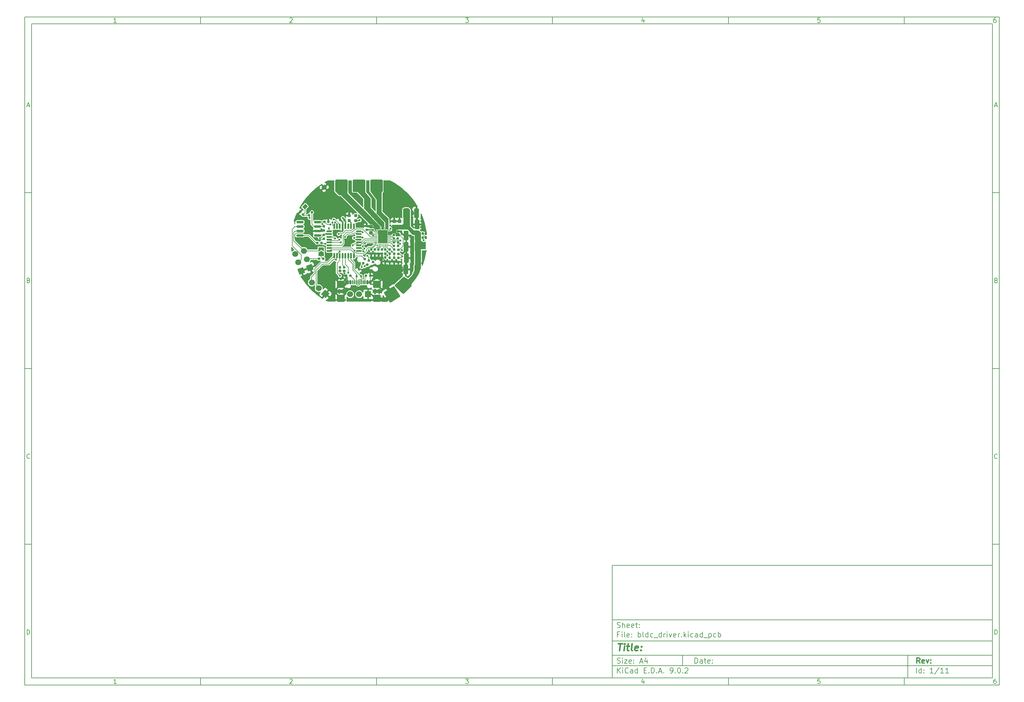
<source format=gbr>
%TF.GenerationSoftware,KiCad,Pcbnew,9.0.2-9.0.2-0~ubuntu22.04.1*%
%TF.CreationDate,2025-06-19T17:06:25+10:00*%
%TF.ProjectId,bldc_driver,626c6463-5f64-4726-9976-65722e6b6963,rev?*%
%TF.SameCoordinates,Original*%
%TF.FileFunction,Copper,L1,Top*%
%TF.FilePolarity,Positive*%
%FSLAX46Y46*%
G04 Gerber Fmt 4.6, Leading zero omitted, Abs format (unit mm)*
G04 Created by KiCad (PCBNEW 9.0.2-9.0.2-0~ubuntu22.04.1) date 2025-06-19 17:06:25*
%MOMM*%
%LPD*%
G01*
G04 APERTURE LIST*
G04 Aperture macros list*
%AMRoundRect*
0 Rectangle with rounded corners*
0 $1 Rounding radius*
0 $2 $3 $4 $5 $6 $7 $8 $9 X,Y pos of 4 corners*
0 Add a 4 corners polygon primitive as box body*
4,1,4,$2,$3,$4,$5,$6,$7,$8,$9,$2,$3,0*
0 Add four circle primitives for the rounded corners*
1,1,$1+$1,$2,$3*
1,1,$1+$1,$4,$5*
1,1,$1+$1,$6,$7*
1,1,$1+$1,$8,$9*
0 Add four rect primitives between the rounded corners*
20,1,$1+$1,$2,$3,$4,$5,0*
20,1,$1+$1,$4,$5,$6,$7,0*
20,1,$1+$1,$6,$7,$8,$9,0*
20,1,$1+$1,$8,$9,$2,$3,0*%
%AMRotRect*
0 Rectangle, with rotation*
0 The origin of the aperture is its center*
0 $1 length*
0 $2 width*
0 $3 Rotation angle, in degrees counterclockwise*
0 Add horizontal line*
21,1,$1,$2,0,0,$3*%
%AMFreePoly0*
4,1,6,1.000000,0.000000,0.500000,-0.750000,-0.500000,-0.750000,-0.500000,0.750000,0.500000,0.750000,1.000000,0.000000,1.000000,0.000000,$1*%
%AMFreePoly1*
4,1,6,0.500000,-0.750000,-0.650000,-0.750000,-0.150000,0.000000,-0.650000,0.750000,0.500000,0.750000,0.500000,-0.750000,0.500000,-0.750000,$1*%
G04 Aperture macros list end*
%ADD10C,0.100000*%
%ADD11C,0.150000*%
%ADD12C,0.300000*%
%ADD13C,0.400000*%
%TA.AperFunction,Conductor*%
%ADD14C,0.000000*%
%TD*%
%TA.AperFunction,ComponentPad*%
%ADD15RoundRect,0.250002X-1.499998X-1.499998X1.499998X-1.499998X1.499998X1.499998X-1.499998X1.499998X0*%
%TD*%
%TA.AperFunction,SMDPad,CuDef*%
%ADD16RoundRect,0.160000X-0.197500X-0.160000X0.197500X-0.160000X0.197500X0.160000X-0.197500X0.160000X0*%
%TD*%
%TA.AperFunction,SMDPad,CuDef*%
%ADD17RoundRect,0.160000X0.160000X-0.197500X0.160000X0.197500X-0.160000X0.197500X-0.160000X-0.197500X0*%
%TD*%
%TA.AperFunction,SMDPad,CuDef*%
%ADD18RoundRect,0.237500X0.237500X-0.300000X0.237500X0.300000X-0.237500X0.300000X-0.237500X-0.300000X0*%
%TD*%
%TA.AperFunction,SMDPad,CuDef*%
%ADD19RoundRect,0.155000X-0.155000X0.212500X-0.155000X-0.212500X0.155000X-0.212500X0.155000X0.212500X0*%
%TD*%
%TA.AperFunction,SMDPad,CuDef*%
%ADD20RoundRect,0.250000X0.412500X1.100000X-0.412500X1.100000X-0.412500X-1.100000X0.412500X-1.100000X0*%
%TD*%
%TA.AperFunction,SMDPad,CuDef*%
%ADD21RoundRect,0.155000X-0.212500X-0.155000X0.212500X-0.155000X0.212500X0.155000X-0.212500X0.155000X0*%
%TD*%
%TA.AperFunction,SMDPad,CuDef*%
%ADD22RoundRect,0.125000X-0.125000X0.625000X-0.125000X-0.625000X0.125000X-0.625000X0.125000X0.625000X0*%
%TD*%
%TA.AperFunction,SMDPad,CuDef*%
%ADD23RoundRect,0.125000X-0.625000X0.125000X-0.625000X-0.125000X0.625000X-0.125000X0.625000X0.125000X0*%
%TD*%
%TA.AperFunction,SMDPad,CuDef*%
%ADD24RoundRect,0.150000X-0.150000X-0.425000X0.150000X-0.425000X0.150000X0.425000X-0.150000X0.425000X0*%
%TD*%
%TA.AperFunction,SMDPad,CuDef*%
%ADD25RoundRect,0.075000X-0.075000X-0.500000X0.075000X-0.500000X0.075000X0.500000X-0.075000X0.500000X0*%
%TD*%
%TA.AperFunction,SMDPad,CuDef*%
%ADD26RoundRect,0.250000X-0.840000X-0.750000X0.840000X-0.750000X0.840000X0.750000X-0.840000X0.750000X0*%
%TD*%
%TA.AperFunction,SMDPad,CuDef*%
%ADD27RoundRect,0.160000X-0.160000X0.197500X-0.160000X-0.197500X0.160000X-0.197500X0.160000X0.197500X0*%
%TD*%
%TA.AperFunction,SMDPad,CuDef*%
%ADD28RoundRect,0.237500X-0.237500X0.300000X-0.237500X-0.300000X0.237500X-0.300000X0.237500X0.300000X0*%
%TD*%
%TA.AperFunction,ComponentPad*%
%ADD29C,3.100000*%
%TD*%
%TA.AperFunction,ConnectorPad*%
%ADD30C,4.700000*%
%TD*%
%TA.AperFunction,SMDPad,CuDef*%
%ADD31RotRect,1.250000X1.000000X225.000000*%
%TD*%
%TA.AperFunction,SMDPad,CuDef*%
%ADD32RoundRect,0.160000X0.222500X0.160000X-0.222500X0.160000X-0.222500X-0.160000X0.222500X-0.160000X0*%
%TD*%
%TA.AperFunction,SMDPad,CuDef*%
%ADD33RoundRect,0.160000X0.197500X0.160000X-0.197500X0.160000X-0.197500X-0.160000X0.197500X-0.160000X0*%
%TD*%
%TA.AperFunction,SMDPad,CuDef*%
%ADD34RoundRect,0.155000X0.212500X0.155000X-0.212500X0.155000X-0.212500X-0.155000X0.212500X-0.155000X0*%
%TD*%
%TA.AperFunction,SMDPad,CuDef*%
%ADD35RoundRect,0.160000X-0.160000X0.222500X-0.160000X-0.222500X0.160000X-0.222500X0.160000X0.222500X0*%
%TD*%
%TA.AperFunction,SMDPad,CuDef*%
%ADD36RoundRect,0.160000X0.026517X0.252791X-0.252791X-0.026517X-0.026517X-0.252791X0.252791X0.026517X0*%
%TD*%
%TA.AperFunction,SMDPad,CuDef*%
%ADD37RoundRect,0.155000X0.155000X-0.212500X0.155000X0.212500X-0.155000X0.212500X-0.155000X-0.212500X0*%
%TD*%
%TA.AperFunction,ComponentPad*%
%ADD38RotRect,1.700000X1.700000X200.000000*%
%TD*%
%TA.AperFunction,ComponentPad*%
%ADD39C,1.700000*%
%TD*%
%TA.AperFunction,SMDPad,CuDef*%
%ADD40RoundRect,0.062500X0.062500X-0.117500X0.062500X0.117500X-0.062500X0.117500X-0.062500X-0.117500X0*%
%TD*%
%TA.AperFunction,ComponentPad*%
%ADD41R,1.700000X1.700000*%
%TD*%
%TA.AperFunction,SMDPad,CuDef*%
%ADD42RoundRect,0.250000X-0.412500X-1.100000X0.412500X-1.100000X0.412500X1.100000X-0.412500X1.100000X0*%
%TD*%
%TA.AperFunction,ComponentPad*%
%ADD43RoundRect,0.250002X-2.071034X0.459137X-0.459137X-2.071034X2.071034X-0.459137X0.459137X2.071034X0*%
%TD*%
%TA.AperFunction,SMDPad,CuDef*%
%ADD44RoundRect,0.112500X-0.112500X-0.237500X0.112500X-0.237500X0.112500X0.237500X-0.112500X0.237500X0*%
%TD*%
%TA.AperFunction,SMDPad,CuDef*%
%ADD45R,0.812800X0.203200*%
%TD*%
%TA.AperFunction,SMDPad,CuDef*%
%ADD46R,0.203200X0.812800*%
%TD*%
%TA.AperFunction,SMDPad,CuDef*%
%ADD47R,2.794000X3.810000*%
%TD*%
%TA.AperFunction,ConnectorPad*%
%ADD48C,0.787400*%
%TD*%
%TA.AperFunction,ComponentPad*%
%ADD49RoundRect,0.250002X0.000000X-2.121318X2.121318X0.000000X0.000000X2.121318X-2.121318X0.000000X0*%
%TD*%
%TA.AperFunction,SMDPad,CuDef*%
%ADD50RoundRect,0.200000X-0.250000X0.200000X-0.250000X-0.200000X0.250000X-0.200000X0.250000X0.200000X0*%
%TD*%
%TA.AperFunction,ComponentPad*%
%ADD51RotRect,1.700000X1.700000X230.000000*%
%TD*%
%TA.AperFunction,SMDPad,CuDef*%
%ADD52RoundRect,0.062500X-0.062500X0.117500X-0.062500X-0.117500X0.062500X-0.117500X0.062500X0.117500X0*%
%TD*%
%TA.AperFunction,SMDPad,CuDef*%
%ADD53RoundRect,0.155000X0.259862X-0.040659X-0.040659X0.259862X-0.259862X0.040659X0.040659X-0.259862X0*%
%TD*%
%TA.AperFunction,SMDPad,CuDef*%
%ADD54FreePoly0,90.000000*%
%TD*%
%TA.AperFunction,SMDPad,CuDef*%
%ADD55FreePoly1,90.000000*%
%TD*%
%TA.AperFunction,SMDPad,CuDef*%
%ADD56RoundRect,0.150000X0.825000X0.150000X-0.825000X0.150000X-0.825000X-0.150000X0.825000X-0.150000X0*%
%TD*%
%TA.AperFunction,ViaPad*%
%ADD57C,0.600000*%
%TD*%
%TA.AperFunction,Conductor*%
%ADD58C,0.300000*%
%TD*%
%TA.AperFunction,Conductor*%
%ADD59C,0.200000*%
%TD*%
%TA.AperFunction,Conductor*%
%ADD60C,0.400000*%
%TD*%
%TA.AperFunction,Conductor*%
%ADD61C,0.500000*%
%TD*%
%TA.AperFunction,Conductor*%
%ADD62C,1.000000*%
%TD*%
G04 APERTURE END LIST*
D10*
D11*
X177002200Y-166007200D02*
X285002200Y-166007200D01*
X285002200Y-198007200D01*
X177002200Y-198007200D01*
X177002200Y-166007200D01*
D10*
D11*
X10000000Y-10000000D02*
X287002200Y-10000000D01*
X287002200Y-200007200D01*
X10000000Y-200007200D01*
X10000000Y-10000000D01*
D10*
D11*
X12000000Y-12000000D02*
X285002200Y-12000000D01*
X285002200Y-198007200D01*
X12000000Y-198007200D01*
X12000000Y-12000000D01*
D10*
D11*
X60000000Y-12000000D02*
X60000000Y-10000000D01*
D10*
D11*
X110000000Y-12000000D02*
X110000000Y-10000000D01*
D10*
D11*
X160000000Y-12000000D02*
X160000000Y-10000000D01*
D10*
D11*
X210000000Y-12000000D02*
X210000000Y-10000000D01*
D10*
D11*
X260000000Y-12000000D02*
X260000000Y-10000000D01*
D10*
D11*
X36089160Y-11593604D02*
X35346303Y-11593604D01*
X35717731Y-11593604D02*
X35717731Y-10293604D01*
X35717731Y-10293604D02*
X35593922Y-10479319D01*
X35593922Y-10479319D02*
X35470112Y-10603128D01*
X35470112Y-10603128D02*
X35346303Y-10665033D01*
D10*
D11*
X85346303Y-10417414D02*
X85408207Y-10355509D01*
X85408207Y-10355509D02*
X85532017Y-10293604D01*
X85532017Y-10293604D02*
X85841541Y-10293604D01*
X85841541Y-10293604D02*
X85965350Y-10355509D01*
X85965350Y-10355509D02*
X86027255Y-10417414D01*
X86027255Y-10417414D02*
X86089160Y-10541223D01*
X86089160Y-10541223D02*
X86089160Y-10665033D01*
X86089160Y-10665033D02*
X86027255Y-10850747D01*
X86027255Y-10850747D02*
X85284398Y-11593604D01*
X85284398Y-11593604D02*
X86089160Y-11593604D01*
D10*
D11*
X135284398Y-10293604D02*
X136089160Y-10293604D01*
X136089160Y-10293604D02*
X135655826Y-10788842D01*
X135655826Y-10788842D02*
X135841541Y-10788842D01*
X135841541Y-10788842D02*
X135965350Y-10850747D01*
X135965350Y-10850747D02*
X136027255Y-10912652D01*
X136027255Y-10912652D02*
X136089160Y-11036461D01*
X136089160Y-11036461D02*
X136089160Y-11345985D01*
X136089160Y-11345985D02*
X136027255Y-11469795D01*
X136027255Y-11469795D02*
X135965350Y-11531700D01*
X135965350Y-11531700D02*
X135841541Y-11593604D01*
X135841541Y-11593604D02*
X135470112Y-11593604D01*
X135470112Y-11593604D02*
X135346303Y-11531700D01*
X135346303Y-11531700D02*
X135284398Y-11469795D01*
D10*
D11*
X185965350Y-10726938D02*
X185965350Y-11593604D01*
X185655826Y-10231700D02*
X185346303Y-11160271D01*
X185346303Y-11160271D02*
X186151064Y-11160271D01*
D10*
D11*
X236027255Y-10293604D02*
X235408207Y-10293604D01*
X235408207Y-10293604D02*
X235346303Y-10912652D01*
X235346303Y-10912652D02*
X235408207Y-10850747D01*
X235408207Y-10850747D02*
X235532017Y-10788842D01*
X235532017Y-10788842D02*
X235841541Y-10788842D01*
X235841541Y-10788842D02*
X235965350Y-10850747D01*
X235965350Y-10850747D02*
X236027255Y-10912652D01*
X236027255Y-10912652D02*
X236089160Y-11036461D01*
X236089160Y-11036461D02*
X236089160Y-11345985D01*
X236089160Y-11345985D02*
X236027255Y-11469795D01*
X236027255Y-11469795D02*
X235965350Y-11531700D01*
X235965350Y-11531700D02*
X235841541Y-11593604D01*
X235841541Y-11593604D02*
X235532017Y-11593604D01*
X235532017Y-11593604D02*
X235408207Y-11531700D01*
X235408207Y-11531700D02*
X235346303Y-11469795D01*
D10*
D11*
X285965350Y-10293604D02*
X285717731Y-10293604D01*
X285717731Y-10293604D02*
X285593922Y-10355509D01*
X285593922Y-10355509D02*
X285532017Y-10417414D01*
X285532017Y-10417414D02*
X285408207Y-10603128D01*
X285408207Y-10603128D02*
X285346303Y-10850747D01*
X285346303Y-10850747D02*
X285346303Y-11345985D01*
X285346303Y-11345985D02*
X285408207Y-11469795D01*
X285408207Y-11469795D02*
X285470112Y-11531700D01*
X285470112Y-11531700D02*
X285593922Y-11593604D01*
X285593922Y-11593604D02*
X285841541Y-11593604D01*
X285841541Y-11593604D02*
X285965350Y-11531700D01*
X285965350Y-11531700D02*
X286027255Y-11469795D01*
X286027255Y-11469795D02*
X286089160Y-11345985D01*
X286089160Y-11345985D02*
X286089160Y-11036461D01*
X286089160Y-11036461D02*
X286027255Y-10912652D01*
X286027255Y-10912652D02*
X285965350Y-10850747D01*
X285965350Y-10850747D02*
X285841541Y-10788842D01*
X285841541Y-10788842D02*
X285593922Y-10788842D01*
X285593922Y-10788842D02*
X285470112Y-10850747D01*
X285470112Y-10850747D02*
X285408207Y-10912652D01*
X285408207Y-10912652D02*
X285346303Y-11036461D01*
D10*
D11*
X60000000Y-198007200D02*
X60000000Y-200007200D01*
D10*
D11*
X110000000Y-198007200D02*
X110000000Y-200007200D01*
D10*
D11*
X160000000Y-198007200D02*
X160000000Y-200007200D01*
D10*
D11*
X210000000Y-198007200D02*
X210000000Y-200007200D01*
D10*
D11*
X260000000Y-198007200D02*
X260000000Y-200007200D01*
D10*
D11*
X36089160Y-199600804D02*
X35346303Y-199600804D01*
X35717731Y-199600804D02*
X35717731Y-198300804D01*
X35717731Y-198300804D02*
X35593922Y-198486519D01*
X35593922Y-198486519D02*
X35470112Y-198610328D01*
X35470112Y-198610328D02*
X35346303Y-198672233D01*
D10*
D11*
X85346303Y-198424614D02*
X85408207Y-198362709D01*
X85408207Y-198362709D02*
X85532017Y-198300804D01*
X85532017Y-198300804D02*
X85841541Y-198300804D01*
X85841541Y-198300804D02*
X85965350Y-198362709D01*
X85965350Y-198362709D02*
X86027255Y-198424614D01*
X86027255Y-198424614D02*
X86089160Y-198548423D01*
X86089160Y-198548423D02*
X86089160Y-198672233D01*
X86089160Y-198672233D02*
X86027255Y-198857947D01*
X86027255Y-198857947D02*
X85284398Y-199600804D01*
X85284398Y-199600804D02*
X86089160Y-199600804D01*
D10*
D11*
X135284398Y-198300804D02*
X136089160Y-198300804D01*
X136089160Y-198300804D02*
X135655826Y-198796042D01*
X135655826Y-198796042D02*
X135841541Y-198796042D01*
X135841541Y-198796042D02*
X135965350Y-198857947D01*
X135965350Y-198857947D02*
X136027255Y-198919852D01*
X136027255Y-198919852D02*
X136089160Y-199043661D01*
X136089160Y-199043661D02*
X136089160Y-199353185D01*
X136089160Y-199353185D02*
X136027255Y-199476995D01*
X136027255Y-199476995D02*
X135965350Y-199538900D01*
X135965350Y-199538900D02*
X135841541Y-199600804D01*
X135841541Y-199600804D02*
X135470112Y-199600804D01*
X135470112Y-199600804D02*
X135346303Y-199538900D01*
X135346303Y-199538900D02*
X135284398Y-199476995D01*
D10*
D11*
X185965350Y-198734138D02*
X185965350Y-199600804D01*
X185655826Y-198238900D02*
X185346303Y-199167471D01*
X185346303Y-199167471D02*
X186151064Y-199167471D01*
D10*
D11*
X236027255Y-198300804D02*
X235408207Y-198300804D01*
X235408207Y-198300804D02*
X235346303Y-198919852D01*
X235346303Y-198919852D02*
X235408207Y-198857947D01*
X235408207Y-198857947D02*
X235532017Y-198796042D01*
X235532017Y-198796042D02*
X235841541Y-198796042D01*
X235841541Y-198796042D02*
X235965350Y-198857947D01*
X235965350Y-198857947D02*
X236027255Y-198919852D01*
X236027255Y-198919852D02*
X236089160Y-199043661D01*
X236089160Y-199043661D02*
X236089160Y-199353185D01*
X236089160Y-199353185D02*
X236027255Y-199476995D01*
X236027255Y-199476995D02*
X235965350Y-199538900D01*
X235965350Y-199538900D02*
X235841541Y-199600804D01*
X235841541Y-199600804D02*
X235532017Y-199600804D01*
X235532017Y-199600804D02*
X235408207Y-199538900D01*
X235408207Y-199538900D02*
X235346303Y-199476995D01*
D10*
D11*
X285965350Y-198300804D02*
X285717731Y-198300804D01*
X285717731Y-198300804D02*
X285593922Y-198362709D01*
X285593922Y-198362709D02*
X285532017Y-198424614D01*
X285532017Y-198424614D02*
X285408207Y-198610328D01*
X285408207Y-198610328D02*
X285346303Y-198857947D01*
X285346303Y-198857947D02*
X285346303Y-199353185D01*
X285346303Y-199353185D02*
X285408207Y-199476995D01*
X285408207Y-199476995D02*
X285470112Y-199538900D01*
X285470112Y-199538900D02*
X285593922Y-199600804D01*
X285593922Y-199600804D02*
X285841541Y-199600804D01*
X285841541Y-199600804D02*
X285965350Y-199538900D01*
X285965350Y-199538900D02*
X286027255Y-199476995D01*
X286027255Y-199476995D02*
X286089160Y-199353185D01*
X286089160Y-199353185D02*
X286089160Y-199043661D01*
X286089160Y-199043661D02*
X286027255Y-198919852D01*
X286027255Y-198919852D02*
X285965350Y-198857947D01*
X285965350Y-198857947D02*
X285841541Y-198796042D01*
X285841541Y-198796042D02*
X285593922Y-198796042D01*
X285593922Y-198796042D02*
X285470112Y-198857947D01*
X285470112Y-198857947D02*
X285408207Y-198919852D01*
X285408207Y-198919852D02*
X285346303Y-199043661D01*
D10*
D11*
X10000000Y-60000000D02*
X12000000Y-60000000D01*
D10*
D11*
X10000000Y-110000000D02*
X12000000Y-110000000D01*
D10*
D11*
X10000000Y-160000000D02*
X12000000Y-160000000D01*
D10*
D11*
X10690476Y-35222176D02*
X11309523Y-35222176D01*
X10566666Y-35593604D02*
X10999999Y-34293604D01*
X10999999Y-34293604D02*
X11433333Y-35593604D01*
D10*
D11*
X11092857Y-84912652D02*
X11278571Y-84974557D01*
X11278571Y-84974557D02*
X11340476Y-85036461D01*
X11340476Y-85036461D02*
X11402380Y-85160271D01*
X11402380Y-85160271D02*
X11402380Y-85345985D01*
X11402380Y-85345985D02*
X11340476Y-85469795D01*
X11340476Y-85469795D02*
X11278571Y-85531700D01*
X11278571Y-85531700D02*
X11154761Y-85593604D01*
X11154761Y-85593604D02*
X10659523Y-85593604D01*
X10659523Y-85593604D02*
X10659523Y-84293604D01*
X10659523Y-84293604D02*
X11092857Y-84293604D01*
X11092857Y-84293604D02*
X11216666Y-84355509D01*
X11216666Y-84355509D02*
X11278571Y-84417414D01*
X11278571Y-84417414D02*
X11340476Y-84541223D01*
X11340476Y-84541223D02*
X11340476Y-84665033D01*
X11340476Y-84665033D02*
X11278571Y-84788842D01*
X11278571Y-84788842D02*
X11216666Y-84850747D01*
X11216666Y-84850747D02*
X11092857Y-84912652D01*
X11092857Y-84912652D02*
X10659523Y-84912652D01*
D10*
D11*
X11402380Y-135469795D02*
X11340476Y-135531700D01*
X11340476Y-135531700D02*
X11154761Y-135593604D01*
X11154761Y-135593604D02*
X11030952Y-135593604D01*
X11030952Y-135593604D02*
X10845238Y-135531700D01*
X10845238Y-135531700D02*
X10721428Y-135407890D01*
X10721428Y-135407890D02*
X10659523Y-135284080D01*
X10659523Y-135284080D02*
X10597619Y-135036461D01*
X10597619Y-135036461D02*
X10597619Y-134850747D01*
X10597619Y-134850747D02*
X10659523Y-134603128D01*
X10659523Y-134603128D02*
X10721428Y-134479319D01*
X10721428Y-134479319D02*
X10845238Y-134355509D01*
X10845238Y-134355509D02*
X11030952Y-134293604D01*
X11030952Y-134293604D02*
X11154761Y-134293604D01*
X11154761Y-134293604D02*
X11340476Y-134355509D01*
X11340476Y-134355509D02*
X11402380Y-134417414D01*
D10*
D11*
X10659523Y-185593604D02*
X10659523Y-184293604D01*
X10659523Y-184293604D02*
X10969047Y-184293604D01*
X10969047Y-184293604D02*
X11154761Y-184355509D01*
X11154761Y-184355509D02*
X11278571Y-184479319D01*
X11278571Y-184479319D02*
X11340476Y-184603128D01*
X11340476Y-184603128D02*
X11402380Y-184850747D01*
X11402380Y-184850747D02*
X11402380Y-185036461D01*
X11402380Y-185036461D02*
X11340476Y-185284080D01*
X11340476Y-185284080D02*
X11278571Y-185407890D01*
X11278571Y-185407890D02*
X11154761Y-185531700D01*
X11154761Y-185531700D02*
X10969047Y-185593604D01*
X10969047Y-185593604D02*
X10659523Y-185593604D01*
D10*
D11*
X287002200Y-60000000D02*
X285002200Y-60000000D01*
D10*
D11*
X287002200Y-110000000D02*
X285002200Y-110000000D01*
D10*
D11*
X287002200Y-160000000D02*
X285002200Y-160000000D01*
D10*
D11*
X285692676Y-35222176D02*
X286311723Y-35222176D01*
X285568866Y-35593604D02*
X286002199Y-34293604D01*
X286002199Y-34293604D02*
X286435533Y-35593604D01*
D10*
D11*
X286095057Y-84912652D02*
X286280771Y-84974557D01*
X286280771Y-84974557D02*
X286342676Y-85036461D01*
X286342676Y-85036461D02*
X286404580Y-85160271D01*
X286404580Y-85160271D02*
X286404580Y-85345985D01*
X286404580Y-85345985D02*
X286342676Y-85469795D01*
X286342676Y-85469795D02*
X286280771Y-85531700D01*
X286280771Y-85531700D02*
X286156961Y-85593604D01*
X286156961Y-85593604D02*
X285661723Y-85593604D01*
X285661723Y-85593604D02*
X285661723Y-84293604D01*
X285661723Y-84293604D02*
X286095057Y-84293604D01*
X286095057Y-84293604D02*
X286218866Y-84355509D01*
X286218866Y-84355509D02*
X286280771Y-84417414D01*
X286280771Y-84417414D02*
X286342676Y-84541223D01*
X286342676Y-84541223D02*
X286342676Y-84665033D01*
X286342676Y-84665033D02*
X286280771Y-84788842D01*
X286280771Y-84788842D02*
X286218866Y-84850747D01*
X286218866Y-84850747D02*
X286095057Y-84912652D01*
X286095057Y-84912652D02*
X285661723Y-84912652D01*
D10*
D11*
X286404580Y-135469795D02*
X286342676Y-135531700D01*
X286342676Y-135531700D02*
X286156961Y-135593604D01*
X286156961Y-135593604D02*
X286033152Y-135593604D01*
X286033152Y-135593604D02*
X285847438Y-135531700D01*
X285847438Y-135531700D02*
X285723628Y-135407890D01*
X285723628Y-135407890D02*
X285661723Y-135284080D01*
X285661723Y-135284080D02*
X285599819Y-135036461D01*
X285599819Y-135036461D02*
X285599819Y-134850747D01*
X285599819Y-134850747D02*
X285661723Y-134603128D01*
X285661723Y-134603128D02*
X285723628Y-134479319D01*
X285723628Y-134479319D02*
X285847438Y-134355509D01*
X285847438Y-134355509D02*
X286033152Y-134293604D01*
X286033152Y-134293604D02*
X286156961Y-134293604D01*
X286156961Y-134293604D02*
X286342676Y-134355509D01*
X286342676Y-134355509D02*
X286404580Y-134417414D01*
D10*
D11*
X285661723Y-185593604D02*
X285661723Y-184293604D01*
X285661723Y-184293604D02*
X285971247Y-184293604D01*
X285971247Y-184293604D02*
X286156961Y-184355509D01*
X286156961Y-184355509D02*
X286280771Y-184479319D01*
X286280771Y-184479319D02*
X286342676Y-184603128D01*
X286342676Y-184603128D02*
X286404580Y-184850747D01*
X286404580Y-184850747D02*
X286404580Y-185036461D01*
X286404580Y-185036461D02*
X286342676Y-185284080D01*
X286342676Y-185284080D02*
X286280771Y-185407890D01*
X286280771Y-185407890D02*
X286156961Y-185531700D01*
X286156961Y-185531700D02*
X285971247Y-185593604D01*
X285971247Y-185593604D02*
X285661723Y-185593604D01*
D10*
D11*
X200458026Y-193793328D02*
X200458026Y-192293328D01*
X200458026Y-192293328D02*
X200815169Y-192293328D01*
X200815169Y-192293328D02*
X201029455Y-192364757D01*
X201029455Y-192364757D02*
X201172312Y-192507614D01*
X201172312Y-192507614D02*
X201243741Y-192650471D01*
X201243741Y-192650471D02*
X201315169Y-192936185D01*
X201315169Y-192936185D02*
X201315169Y-193150471D01*
X201315169Y-193150471D02*
X201243741Y-193436185D01*
X201243741Y-193436185D02*
X201172312Y-193579042D01*
X201172312Y-193579042D02*
X201029455Y-193721900D01*
X201029455Y-193721900D02*
X200815169Y-193793328D01*
X200815169Y-193793328D02*
X200458026Y-193793328D01*
X202600884Y-193793328D02*
X202600884Y-193007614D01*
X202600884Y-193007614D02*
X202529455Y-192864757D01*
X202529455Y-192864757D02*
X202386598Y-192793328D01*
X202386598Y-192793328D02*
X202100884Y-192793328D01*
X202100884Y-192793328D02*
X201958026Y-192864757D01*
X202600884Y-193721900D02*
X202458026Y-193793328D01*
X202458026Y-193793328D02*
X202100884Y-193793328D01*
X202100884Y-193793328D02*
X201958026Y-193721900D01*
X201958026Y-193721900D02*
X201886598Y-193579042D01*
X201886598Y-193579042D02*
X201886598Y-193436185D01*
X201886598Y-193436185D02*
X201958026Y-193293328D01*
X201958026Y-193293328D02*
X202100884Y-193221900D01*
X202100884Y-193221900D02*
X202458026Y-193221900D01*
X202458026Y-193221900D02*
X202600884Y-193150471D01*
X203100884Y-192793328D02*
X203672312Y-192793328D01*
X203315169Y-192293328D02*
X203315169Y-193579042D01*
X203315169Y-193579042D02*
X203386598Y-193721900D01*
X203386598Y-193721900D02*
X203529455Y-193793328D01*
X203529455Y-193793328D02*
X203672312Y-193793328D01*
X204743741Y-193721900D02*
X204600884Y-193793328D01*
X204600884Y-193793328D02*
X204315170Y-193793328D01*
X204315170Y-193793328D02*
X204172312Y-193721900D01*
X204172312Y-193721900D02*
X204100884Y-193579042D01*
X204100884Y-193579042D02*
X204100884Y-193007614D01*
X204100884Y-193007614D02*
X204172312Y-192864757D01*
X204172312Y-192864757D02*
X204315170Y-192793328D01*
X204315170Y-192793328D02*
X204600884Y-192793328D01*
X204600884Y-192793328D02*
X204743741Y-192864757D01*
X204743741Y-192864757D02*
X204815170Y-193007614D01*
X204815170Y-193007614D02*
X204815170Y-193150471D01*
X204815170Y-193150471D02*
X204100884Y-193293328D01*
X205458026Y-193650471D02*
X205529455Y-193721900D01*
X205529455Y-193721900D02*
X205458026Y-193793328D01*
X205458026Y-193793328D02*
X205386598Y-193721900D01*
X205386598Y-193721900D02*
X205458026Y-193650471D01*
X205458026Y-193650471D02*
X205458026Y-193793328D01*
X205458026Y-192864757D02*
X205529455Y-192936185D01*
X205529455Y-192936185D02*
X205458026Y-193007614D01*
X205458026Y-193007614D02*
X205386598Y-192936185D01*
X205386598Y-192936185D02*
X205458026Y-192864757D01*
X205458026Y-192864757D02*
X205458026Y-193007614D01*
D10*
D11*
X177002200Y-194507200D02*
X285002200Y-194507200D01*
D10*
D11*
X178458026Y-196593328D02*
X178458026Y-195093328D01*
X179315169Y-196593328D02*
X178672312Y-195736185D01*
X179315169Y-195093328D02*
X178458026Y-195950471D01*
X179958026Y-196593328D02*
X179958026Y-195593328D01*
X179958026Y-195093328D02*
X179886598Y-195164757D01*
X179886598Y-195164757D02*
X179958026Y-195236185D01*
X179958026Y-195236185D02*
X180029455Y-195164757D01*
X180029455Y-195164757D02*
X179958026Y-195093328D01*
X179958026Y-195093328D02*
X179958026Y-195236185D01*
X181529455Y-196450471D02*
X181458027Y-196521900D01*
X181458027Y-196521900D02*
X181243741Y-196593328D01*
X181243741Y-196593328D02*
X181100884Y-196593328D01*
X181100884Y-196593328D02*
X180886598Y-196521900D01*
X180886598Y-196521900D02*
X180743741Y-196379042D01*
X180743741Y-196379042D02*
X180672312Y-196236185D01*
X180672312Y-196236185D02*
X180600884Y-195950471D01*
X180600884Y-195950471D02*
X180600884Y-195736185D01*
X180600884Y-195736185D02*
X180672312Y-195450471D01*
X180672312Y-195450471D02*
X180743741Y-195307614D01*
X180743741Y-195307614D02*
X180886598Y-195164757D01*
X180886598Y-195164757D02*
X181100884Y-195093328D01*
X181100884Y-195093328D02*
X181243741Y-195093328D01*
X181243741Y-195093328D02*
X181458027Y-195164757D01*
X181458027Y-195164757D02*
X181529455Y-195236185D01*
X182815170Y-196593328D02*
X182815170Y-195807614D01*
X182815170Y-195807614D02*
X182743741Y-195664757D01*
X182743741Y-195664757D02*
X182600884Y-195593328D01*
X182600884Y-195593328D02*
X182315170Y-195593328D01*
X182315170Y-195593328D02*
X182172312Y-195664757D01*
X182815170Y-196521900D02*
X182672312Y-196593328D01*
X182672312Y-196593328D02*
X182315170Y-196593328D01*
X182315170Y-196593328D02*
X182172312Y-196521900D01*
X182172312Y-196521900D02*
X182100884Y-196379042D01*
X182100884Y-196379042D02*
X182100884Y-196236185D01*
X182100884Y-196236185D02*
X182172312Y-196093328D01*
X182172312Y-196093328D02*
X182315170Y-196021900D01*
X182315170Y-196021900D02*
X182672312Y-196021900D01*
X182672312Y-196021900D02*
X182815170Y-195950471D01*
X184172313Y-196593328D02*
X184172313Y-195093328D01*
X184172313Y-196521900D02*
X184029455Y-196593328D01*
X184029455Y-196593328D02*
X183743741Y-196593328D01*
X183743741Y-196593328D02*
X183600884Y-196521900D01*
X183600884Y-196521900D02*
X183529455Y-196450471D01*
X183529455Y-196450471D02*
X183458027Y-196307614D01*
X183458027Y-196307614D02*
X183458027Y-195879042D01*
X183458027Y-195879042D02*
X183529455Y-195736185D01*
X183529455Y-195736185D02*
X183600884Y-195664757D01*
X183600884Y-195664757D02*
X183743741Y-195593328D01*
X183743741Y-195593328D02*
X184029455Y-195593328D01*
X184029455Y-195593328D02*
X184172313Y-195664757D01*
X186029455Y-195807614D02*
X186529455Y-195807614D01*
X186743741Y-196593328D02*
X186029455Y-196593328D01*
X186029455Y-196593328D02*
X186029455Y-195093328D01*
X186029455Y-195093328D02*
X186743741Y-195093328D01*
X187386598Y-196450471D02*
X187458027Y-196521900D01*
X187458027Y-196521900D02*
X187386598Y-196593328D01*
X187386598Y-196593328D02*
X187315170Y-196521900D01*
X187315170Y-196521900D02*
X187386598Y-196450471D01*
X187386598Y-196450471D02*
X187386598Y-196593328D01*
X188100884Y-196593328D02*
X188100884Y-195093328D01*
X188100884Y-195093328D02*
X188458027Y-195093328D01*
X188458027Y-195093328D02*
X188672313Y-195164757D01*
X188672313Y-195164757D02*
X188815170Y-195307614D01*
X188815170Y-195307614D02*
X188886599Y-195450471D01*
X188886599Y-195450471D02*
X188958027Y-195736185D01*
X188958027Y-195736185D02*
X188958027Y-195950471D01*
X188958027Y-195950471D02*
X188886599Y-196236185D01*
X188886599Y-196236185D02*
X188815170Y-196379042D01*
X188815170Y-196379042D02*
X188672313Y-196521900D01*
X188672313Y-196521900D02*
X188458027Y-196593328D01*
X188458027Y-196593328D02*
X188100884Y-196593328D01*
X189600884Y-196450471D02*
X189672313Y-196521900D01*
X189672313Y-196521900D02*
X189600884Y-196593328D01*
X189600884Y-196593328D02*
X189529456Y-196521900D01*
X189529456Y-196521900D02*
X189600884Y-196450471D01*
X189600884Y-196450471D02*
X189600884Y-196593328D01*
X190243742Y-196164757D02*
X190958028Y-196164757D01*
X190100885Y-196593328D02*
X190600885Y-195093328D01*
X190600885Y-195093328D02*
X191100885Y-196593328D01*
X191600884Y-196450471D02*
X191672313Y-196521900D01*
X191672313Y-196521900D02*
X191600884Y-196593328D01*
X191600884Y-196593328D02*
X191529456Y-196521900D01*
X191529456Y-196521900D02*
X191600884Y-196450471D01*
X191600884Y-196450471D02*
X191600884Y-196593328D01*
X193529456Y-196593328D02*
X193815170Y-196593328D01*
X193815170Y-196593328D02*
X193958027Y-196521900D01*
X193958027Y-196521900D02*
X194029456Y-196450471D01*
X194029456Y-196450471D02*
X194172313Y-196236185D01*
X194172313Y-196236185D02*
X194243742Y-195950471D01*
X194243742Y-195950471D02*
X194243742Y-195379042D01*
X194243742Y-195379042D02*
X194172313Y-195236185D01*
X194172313Y-195236185D02*
X194100885Y-195164757D01*
X194100885Y-195164757D02*
X193958027Y-195093328D01*
X193958027Y-195093328D02*
X193672313Y-195093328D01*
X193672313Y-195093328D02*
X193529456Y-195164757D01*
X193529456Y-195164757D02*
X193458027Y-195236185D01*
X193458027Y-195236185D02*
X193386599Y-195379042D01*
X193386599Y-195379042D02*
X193386599Y-195736185D01*
X193386599Y-195736185D02*
X193458027Y-195879042D01*
X193458027Y-195879042D02*
X193529456Y-195950471D01*
X193529456Y-195950471D02*
X193672313Y-196021900D01*
X193672313Y-196021900D02*
X193958027Y-196021900D01*
X193958027Y-196021900D02*
X194100885Y-195950471D01*
X194100885Y-195950471D02*
X194172313Y-195879042D01*
X194172313Y-195879042D02*
X194243742Y-195736185D01*
X194886598Y-196450471D02*
X194958027Y-196521900D01*
X194958027Y-196521900D02*
X194886598Y-196593328D01*
X194886598Y-196593328D02*
X194815170Y-196521900D01*
X194815170Y-196521900D02*
X194886598Y-196450471D01*
X194886598Y-196450471D02*
X194886598Y-196593328D01*
X195886599Y-195093328D02*
X196029456Y-195093328D01*
X196029456Y-195093328D02*
X196172313Y-195164757D01*
X196172313Y-195164757D02*
X196243742Y-195236185D01*
X196243742Y-195236185D02*
X196315170Y-195379042D01*
X196315170Y-195379042D02*
X196386599Y-195664757D01*
X196386599Y-195664757D02*
X196386599Y-196021900D01*
X196386599Y-196021900D02*
X196315170Y-196307614D01*
X196315170Y-196307614D02*
X196243742Y-196450471D01*
X196243742Y-196450471D02*
X196172313Y-196521900D01*
X196172313Y-196521900D02*
X196029456Y-196593328D01*
X196029456Y-196593328D02*
X195886599Y-196593328D01*
X195886599Y-196593328D02*
X195743742Y-196521900D01*
X195743742Y-196521900D02*
X195672313Y-196450471D01*
X195672313Y-196450471D02*
X195600884Y-196307614D01*
X195600884Y-196307614D02*
X195529456Y-196021900D01*
X195529456Y-196021900D02*
X195529456Y-195664757D01*
X195529456Y-195664757D02*
X195600884Y-195379042D01*
X195600884Y-195379042D02*
X195672313Y-195236185D01*
X195672313Y-195236185D02*
X195743742Y-195164757D01*
X195743742Y-195164757D02*
X195886599Y-195093328D01*
X197029455Y-196450471D02*
X197100884Y-196521900D01*
X197100884Y-196521900D02*
X197029455Y-196593328D01*
X197029455Y-196593328D02*
X196958027Y-196521900D01*
X196958027Y-196521900D02*
X197029455Y-196450471D01*
X197029455Y-196450471D02*
X197029455Y-196593328D01*
X197672313Y-195236185D02*
X197743741Y-195164757D01*
X197743741Y-195164757D02*
X197886599Y-195093328D01*
X197886599Y-195093328D02*
X198243741Y-195093328D01*
X198243741Y-195093328D02*
X198386599Y-195164757D01*
X198386599Y-195164757D02*
X198458027Y-195236185D01*
X198458027Y-195236185D02*
X198529456Y-195379042D01*
X198529456Y-195379042D02*
X198529456Y-195521900D01*
X198529456Y-195521900D02*
X198458027Y-195736185D01*
X198458027Y-195736185D02*
X197600884Y-196593328D01*
X197600884Y-196593328D02*
X198529456Y-196593328D01*
D10*
D11*
X177002200Y-191507200D02*
X285002200Y-191507200D01*
D10*
D12*
X264413853Y-193785528D02*
X263913853Y-193071242D01*
X263556710Y-193785528D02*
X263556710Y-192285528D01*
X263556710Y-192285528D02*
X264128139Y-192285528D01*
X264128139Y-192285528D02*
X264270996Y-192356957D01*
X264270996Y-192356957D02*
X264342425Y-192428385D01*
X264342425Y-192428385D02*
X264413853Y-192571242D01*
X264413853Y-192571242D02*
X264413853Y-192785528D01*
X264413853Y-192785528D02*
X264342425Y-192928385D01*
X264342425Y-192928385D02*
X264270996Y-192999814D01*
X264270996Y-192999814D02*
X264128139Y-193071242D01*
X264128139Y-193071242D02*
X263556710Y-193071242D01*
X265628139Y-193714100D02*
X265485282Y-193785528D01*
X265485282Y-193785528D02*
X265199568Y-193785528D01*
X265199568Y-193785528D02*
X265056710Y-193714100D01*
X265056710Y-193714100D02*
X264985282Y-193571242D01*
X264985282Y-193571242D02*
X264985282Y-192999814D01*
X264985282Y-192999814D02*
X265056710Y-192856957D01*
X265056710Y-192856957D02*
X265199568Y-192785528D01*
X265199568Y-192785528D02*
X265485282Y-192785528D01*
X265485282Y-192785528D02*
X265628139Y-192856957D01*
X265628139Y-192856957D02*
X265699568Y-192999814D01*
X265699568Y-192999814D02*
X265699568Y-193142671D01*
X265699568Y-193142671D02*
X264985282Y-193285528D01*
X266199567Y-192785528D02*
X266556710Y-193785528D01*
X266556710Y-193785528D02*
X266913853Y-192785528D01*
X267485281Y-193642671D02*
X267556710Y-193714100D01*
X267556710Y-193714100D02*
X267485281Y-193785528D01*
X267485281Y-193785528D02*
X267413853Y-193714100D01*
X267413853Y-193714100D02*
X267485281Y-193642671D01*
X267485281Y-193642671D02*
X267485281Y-193785528D01*
X267485281Y-192856957D02*
X267556710Y-192928385D01*
X267556710Y-192928385D02*
X267485281Y-192999814D01*
X267485281Y-192999814D02*
X267413853Y-192928385D01*
X267413853Y-192928385D02*
X267485281Y-192856957D01*
X267485281Y-192856957D02*
X267485281Y-192999814D01*
D10*
D11*
X178386598Y-193721900D02*
X178600884Y-193793328D01*
X178600884Y-193793328D02*
X178958026Y-193793328D01*
X178958026Y-193793328D02*
X179100884Y-193721900D01*
X179100884Y-193721900D02*
X179172312Y-193650471D01*
X179172312Y-193650471D02*
X179243741Y-193507614D01*
X179243741Y-193507614D02*
X179243741Y-193364757D01*
X179243741Y-193364757D02*
X179172312Y-193221900D01*
X179172312Y-193221900D02*
X179100884Y-193150471D01*
X179100884Y-193150471D02*
X178958026Y-193079042D01*
X178958026Y-193079042D02*
X178672312Y-193007614D01*
X178672312Y-193007614D02*
X178529455Y-192936185D01*
X178529455Y-192936185D02*
X178458026Y-192864757D01*
X178458026Y-192864757D02*
X178386598Y-192721900D01*
X178386598Y-192721900D02*
X178386598Y-192579042D01*
X178386598Y-192579042D02*
X178458026Y-192436185D01*
X178458026Y-192436185D02*
X178529455Y-192364757D01*
X178529455Y-192364757D02*
X178672312Y-192293328D01*
X178672312Y-192293328D02*
X179029455Y-192293328D01*
X179029455Y-192293328D02*
X179243741Y-192364757D01*
X179886597Y-193793328D02*
X179886597Y-192793328D01*
X179886597Y-192293328D02*
X179815169Y-192364757D01*
X179815169Y-192364757D02*
X179886597Y-192436185D01*
X179886597Y-192436185D02*
X179958026Y-192364757D01*
X179958026Y-192364757D02*
X179886597Y-192293328D01*
X179886597Y-192293328D02*
X179886597Y-192436185D01*
X180458026Y-192793328D02*
X181243741Y-192793328D01*
X181243741Y-192793328D02*
X180458026Y-193793328D01*
X180458026Y-193793328D02*
X181243741Y-193793328D01*
X182386598Y-193721900D02*
X182243741Y-193793328D01*
X182243741Y-193793328D02*
X181958027Y-193793328D01*
X181958027Y-193793328D02*
X181815169Y-193721900D01*
X181815169Y-193721900D02*
X181743741Y-193579042D01*
X181743741Y-193579042D02*
X181743741Y-193007614D01*
X181743741Y-193007614D02*
X181815169Y-192864757D01*
X181815169Y-192864757D02*
X181958027Y-192793328D01*
X181958027Y-192793328D02*
X182243741Y-192793328D01*
X182243741Y-192793328D02*
X182386598Y-192864757D01*
X182386598Y-192864757D02*
X182458027Y-193007614D01*
X182458027Y-193007614D02*
X182458027Y-193150471D01*
X182458027Y-193150471D02*
X181743741Y-193293328D01*
X183100883Y-193650471D02*
X183172312Y-193721900D01*
X183172312Y-193721900D02*
X183100883Y-193793328D01*
X183100883Y-193793328D02*
X183029455Y-193721900D01*
X183029455Y-193721900D02*
X183100883Y-193650471D01*
X183100883Y-193650471D02*
X183100883Y-193793328D01*
X183100883Y-192864757D02*
X183172312Y-192936185D01*
X183172312Y-192936185D02*
X183100883Y-193007614D01*
X183100883Y-193007614D02*
X183029455Y-192936185D01*
X183029455Y-192936185D02*
X183100883Y-192864757D01*
X183100883Y-192864757D02*
X183100883Y-193007614D01*
X184886598Y-193364757D02*
X185600884Y-193364757D01*
X184743741Y-193793328D02*
X185243741Y-192293328D01*
X185243741Y-192293328D02*
X185743741Y-193793328D01*
X186886598Y-192793328D02*
X186886598Y-193793328D01*
X186529455Y-192221900D02*
X186172312Y-193293328D01*
X186172312Y-193293328D02*
X187100883Y-193293328D01*
D10*
D11*
X263458026Y-196593328D02*
X263458026Y-195093328D01*
X264815170Y-196593328D02*
X264815170Y-195093328D01*
X264815170Y-196521900D02*
X264672312Y-196593328D01*
X264672312Y-196593328D02*
X264386598Y-196593328D01*
X264386598Y-196593328D02*
X264243741Y-196521900D01*
X264243741Y-196521900D02*
X264172312Y-196450471D01*
X264172312Y-196450471D02*
X264100884Y-196307614D01*
X264100884Y-196307614D02*
X264100884Y-195879042D01*
X264100884Y-195879042D02*
X264172312Y-195736185D01*
X264172312Y-195736185D02*
X264243741Y-195664757D01*
X264243741Y-195664757D02*
X264386598Y-195593328D01*
X264386598Y-195593328D02*
X264672312Y-195593328D01*
X264672312Y-195593328D02*
X264815170Y-195664757D01*
X265529455Y-196450471D02*
X265600884Y-196521900D01*
X265600884Y-196521900D02*
X265529455Y-196593328D01*
X265529455Y-196593328D02*
X265458027Y-196521900D01*
X265458027Y-196521900D02*
X265529455Y-196450471D01*
X265529455Y-196450471D02*
X265529455Y-196593328D01*
X265529455Y-195664757D02*
X265600884Y-195736185D01*
X265600884Y-195736185D02*
X265529455Y-195807614D01*
X265529455Y-195807614D02*
X265458027Y-195736185D01*
X265458027Y-195736185D02*
X265529455Y-195664757D01*
X265529455Y-195664757D02*
X265529455Y-195807614D01*
X268172313Y-196593328D02*
X267315170Y-196593328D01*
X267743741Y-196593328D02*
X267743741Y-195093328D01*
X267743741Y-195093328D02*
X267600884Y-195307614D01*
X267600884Y-195307614D02*
X267458027Y-195450471D01*
X267458027Y-195450471D02*
X267315170Y-195521900D01*
X269886598Y-195021900D02*
X268600884Y-196950471D01*
X271172313Y-196593328D02*
X270315170Y-196593328D01*
X270743741Y-196593328D02*
X270743741Y-195093328D01*
X270743741Y-195093328D02*
X270600884Y-195307614D01*
X270600884Y-195307614D02*
X270458027Y-195450471D01*
X270458027Y-195450471D02*
X270315170Y-195521900D01*
X272600884Y-196593328D02*
X271743741Y-196593328D01*
X272172312Y-196593328D02*
X272172312Y-195093328D01*
X272172312Y-195093328D02*
X272029455Y-195307614D01*
X272029455Y-195307614D02*
X271886598Y-195450471D01*
X271886598Y-195450471D02*
X271743741Y-195521900D01*
D10*
D11*
X177002200Y-187507200D02*
X285002200Y-187507200D01*
D10*
D13*
X178693928Y-188211638D02*
X179836785Y-188211638D01*
X179015357Y-190211638D02*
X179265357Y-188211638D01*
X180253452Y-190211638D02*
X180420119Y-188878304D01*
X180503452Y-188211638D02*
X180396309Y-188306876D01*
X180396309Y-188306876D02*
X180479643Y-188402114D01*
X180479643Y-188402114D02*
X180586786Y-188306876D01*
X180586786Y-188306876D02*
X180503452Y-188211638D01*
X180503452Y-188211638D02*
X180479643Y-188402114D01*
X181086786Y-188878304D02*
X181848690Y-188878304D01*
X181455833Y-188211638D02*
X181241548Y-189925923D01*
X181241548Y-189925923D02*
X181312976Y-190116400D01*
X181312976Y-190116400D02*
X181491548Y-190211638D01*
X181491548Y-190211638D02*
X181682024Y-190211638D01*
X182634405Y-190211638D02*
X182455833Y-190116400D01*
X182455833Y-190116400D02*
X182384405Y-189925923D01*
X182384405Y-189925923D02*
X182598690Y-188211638D01*
X184170119Y-190116400D02*
X183967738Y-190211638D01*
X183967738Y-190211638D02*
X183586785Y-190211638D01*
X183586785Y-190211638D02*
X183408214Y-190116400D01*
X183408214Y-190116400D02*
X183336785Y-189925923D01*
X183336785Y-189925923D02*
X183432024Y-189164019D01*
X183432024Y-189164019D02*
X183551071Y-188973542D01*
X183551071Y-188973542D02*
X183753452Y-188878304D01*
X183753452Y-188878304D02*
X184134404Y-188878304D01*
X184134404Y-188878304D02*
X184312976Y-188973542D01*
X184312976Y-188973542D02*
X184384404Y-189164019D01*
X184384404Y-189164019D02*
X184360595Y-189354495D01*
X184360595Y-189354495D02*
X183384404Y-189544971D01*
X185134405Y-190021161D02*
X185217738Y-190116400D01*
X185217738Y-190116400D02*
X185110595Y-190211638D01*
X185110595Y-190211638D02*
X185027262Y-190116400D01*
X185027262Y-190116400D02*
X185134405Y-190021161D01*
X185134405Y-190021161D02*
X185110595Y-190211638D01*
X185265357Y-188973542D02*
X185348690Y-189068780D01*
X185348690Y-189068780D02*
X185241548Y-189164019D01*
X185241548Y-189164019D02*
X185158214Y-189068780D01*
X185158214Y-189068780D02*
X185265357Y-188973542D01*
X185265357Y-188973542D02*
X185241548Y-189164019D01*
D10*
D11*
X178958026Y-185607614D02*
X178458026Y-185607614D01*
X178458026Y-186393328D02*
X178458026Y-184893328D01*
X178458026Y-184893328D02*
X179172312Y-184893328D01*
X179743740Y-186393328D02*
X179743740Y-185393328D01*
X179743740Y-184893328D02*
X179672312Y-184964757D01*
X179672312Y-184964757D02*
X179743740Y-185036185D01*
X179743740Y-185036185D02*
X179815169Y-184964757D01*
X179815169Y-184964757D02*
X179743740Y-184893328D01*
X179743740Y-184893328D02*
X179743740Y-185036185D01*
X180672312Y-186393328D02*
X180529455Y-186321900D01*
X180529455Y-186321900D02*
X180458026Y-186179042D01*
X180458026Y-186179042D02*
X180458026Y-184893328D01*
X181815169Y-186321900D02*
X181672312Y-186393328D01*
X181672312Y-186393328D02*
X181386598Y-186393328D01*
X181386598Y-186393328D02*
X181243740Y-186321900D01*
X181243740Y-186321900D02*
X181172312Y-186179042D01*
X181172312Y-186179042D02*
X181172312Y-185607614D01*
X181172312Y-185607614D02*
X181243740Y-185464757D01*
X181243740Y-185464757D02*
X181386598Y-185393328D01*
X181386598Y-185393328D02*
X181672312Y-185393328D01*
X181672312Y-185393328D02*
X181815169Y-185464757D01*
X181815169Y-185464757D02*
X181886598Y-185607614D01*
X181886598Y-185607614D02*
X181886598Y-185750471D01*
X181886598Y-185750471D02*
X181172312Y-185893328D01*
X182529454Y-186250471D02*
X182600883Y-186321900D01*
X182600883Y-186321900D02*
X182529454Y-186393328D01*
X182529454Y-186393328D02*
X182458026Y-186321900D01*
X182458026Y-186321900D02*
X182529454Y-186250471D01*
X182529454Y-186250471D02*
X182529454Y-186393328D01*
X182529454Y-185464757D02*
X182600883Y-185536185D01*
X182600883Y-185536185D02*
X182529454Y-185607614D01*
X182529454Y-185607614D02*
X182458026Y-185536185D01*
X182458026Y-185536185D02*
X182529454Y-185464757D01*
X182529454Y-185464757D02*
X182529454Y-185607614D01*
X184386597Y-186393328D02*
X184386597Y-184893328D01*
X184386597Y-185464757D02*
X184529455Y-185393328D01*
X184529455Y-185393328D02*
X184815169Y-185393328D01*
X184815169Y-185393328D02*
X184958026Y-185464757D01*
X184958026Y-185464757D02*
X185029455Y-185536185D01*
X185029455Y-185536185D02*
X185100883Y-185679042D01*
X185100883Y-185679042D02*
X185100883Y-186107614D01*
X185100883Y-186107614D02*
X185029455Y-186250471D01*
X185029455Y-186250471D02*
X184958026Y-186321900D01*
X184958026Y-186321900D02*
X184815169Y-186393328D01*
X184815169Y-186393328D02*
X184529455Y-186393328D01*
X184529455Y-186393328D02*
X184386597Y-186321900D01*
X185958026Y-186393328D02*
X185815169Y-186321900D01*
X185815169Y-186321900D02*
X185743740Y-186179042D01*
X185743740Y-186179042D02*
X185743740Y-184893328D01*
X187172312Y-186393328D02*
X187172312Y-184893328D01*
X187172312Y-186321900D02*
X187029454Y-186393328D01*
X187029454Y-186393328D02*
X186743740Y-186393328D01*
X186743740Y-186393328D02*
X186600883Y-186321900D01*
X186600883Y-186321900D02*
X186529454Y-186250471D01*
X186529454Y-186250471D02*
X186458026Y-186107614D01*
X186458026Y-186107614D02*
X186458026Y-185679042D01*
X186458026Y-185679042D02*
X186529454Y-185536185D01*
X186529454Y-185536185D02*
X186600883Y-185464757D01*
X186600883Y-185464757D02*
X186743740Y-185393328D01*
X186743740Y-185393328D02*
X187029454Y-185393328D01*
X187029454Y-185393328D02*
X187172312Y-185464757D01*
X188529455Y-186321900D02*
X188386597Y-186393328D01*
X188386597Y-186393328D02*
X188100883Y-186393328D01*
X188100883Y-186393328D02*
X187958026Y-186321900D01*
X187958026Y-186321900D02*
X187886597Y-186250471D01*
X187886597Y-186250471D02*
X187815169Y-186107614D01*
X187815169Y-186107614D02*
X187815169Y-185679042D01*
X187815169Y-185679042D02*
X187886597Y-185536185D01*
X187886597Y-185536185D02*
X187958026Y-185464757D01*
X187958026Y-185464757D02*
X188100883Y-185393328D01*
X188100883Y-185393328D02*
X188386597Y-185393328D01*
X188386597Y-185393328D02*
X188529455Y-185464757D01*
X188815169Y-186536185D02*
X189958026Y-186536185D01*
X190958026Y-186393328D02*
X190958026Y-184893328D01*
X190958026Y-186321900D02*
X190815168Y-186393328D01*
X190815168Y-186393328D02*
X190529454Y-186393328D01*
X190529454Y-186393328D02*
X190386597Y-186321900D01*
X190386597Y-186321900D02*
X190315168Y-186250471D01*
X190315168Y-186250471D02*
X190243740Y-186107614D01*
X190243740Y-186107614D02*
X190243740Y-185679042D01*
X190243740Y-185679042D02*
X190315168Y-185536185D01*
X190315168Y-185536185D02*
X190386597Y-185464757D01*
X190386597Y-185464757D02*
X190529454Y-185393328D01*
X190529454Y-185393328D02*
X190815168Y-185393328D01*
X190815168Y-185393328D02*
X190958026Y-185464757D01*
X191672311Y-186393328D02*
X191672311Y-185393328D01*
X191672311Y-185679042D02*
X191743740Y-185536185D01*
X191743740Y-185536185D02*
X191815169Y-185464757D01*
X191815169Y-185464757D02*
X191958026Y-185393328D01*
X191958026Y-185393328D02*
X192100883Y-185393328D01*
X192600882Y-186393328D02*
X192600882Y-185393328D01*
X192600882Y-184893328D02*
X192529454Y-184964757D01*
X192529454Y-184964757D02*
X192600882Y-185036185D01*
X192600882Y-185036185D02*
X192672311Y-184964757D01*
X192672311Y-184964757D02*
X192600882Y-184893328D01*
X192600882Y-184893328D02*
X192600882Y-185036185D01*
X193172311Y-185393328D02*
X193529454Y-186393328D01*
X193529454Y-186393328D02*
X193886597Y-185393328D01*
X195029454Y-186321900D02*
X194886597Y-186393328D01*
X194886597Y-186393328D02*
X194600883Y-186393328D01*
X194600883Y-186393328D02*
X194458025Y-186321900D01*
X194458025Y-186321900D02*
X194386597Y-186179042D01*
X194386597Y-186179042D02*
X194386597Y-185607614D01*
X194386597Y-185607614D02*
X194458025Y-185464757D01*
X194458025Y-185464757D02*
X194600883Y-185393328D01*
X194600883Y-185393328D02*
X194886597Y-185393328D01*
X194886597Y-185393328D02*
X195029454Y-185464757D01*
X195029454Y-185464757D02*
X195100883Y-185607614D01*
X195100883Y-185607614D02*
X195100883Y-185750471D01*
X195100883Y-185750471D02*
X194386597Y-185893328D01*
X195743739Y-186393328D02*
X195743739Y-185393328D01*
X195743739Y-185679042D02*
X195815168Y-185536185D01*
X195815168Y-185536185D02*
X195886597Y-185464757D01*
X195886597Y-185464757D02*
X196029454Y-185393328D01*
X196029454Y-185393328D02*
X196172311Y-185393328D01*
X196672310Y-186250471D02*
X196743739Y-186321900D01*
X196743739Y-186321900D02*
X196672310Y-186393328D01*
X196672310Y-186393328D02*
X196600882Y-186321900D01*
X196600882Y-186321900D02*
X196672310Y-186250471D01*
X196672310Y-186250471D02*
X196672310Y-186393328D01*
X197386596Y-186393328D02*
X197386596Y-184893328D01*
X197529454Y-185821900D02*
X197958025Y-186393328D01*
X197958025Y-185393328D02*
X197386596Y-185964757D01*
X198600882Y-186393328D02*
X198600882Y-185393328D01*
X198600882Y-184893328D02*
X198529454Y-184964757D01*
X198529454Y-184964757D02*
X198600882Y-185036185D01*
X198600882Y-185036185D02*
X198672311Y-184964757D01*
X198672311Y-184964757D02*
X198600882Y-184893328D01*
X198600882Y-184893328D02*
X198600882Y-185036185D01*
X199958026Y-186321900D02*
X199815168Y-186393328D01*
X199815168Y-186393328D02*
X199529454Y-186393328D01*
X199529454Y-186393328D02*
X199386597Y-186321900D01*
X199386597Y-186321900D02*
X199315168Y-186250471D01*
X199315168Y-186250471D02*
X199243740Y-186107614D01*
X199243740Y-186107614D02*
X199243740Y-185679042D01*
X199243740Y-185679042D02*
X199315168Y-185536185D01*
X199315168Y-185536185D02*
X199386597Y-185464757D01*
X199386597Y-185464757D02*
X199529454Y-185393328D01*
X199529454Y-185393328D02*
X199815168Y-185393328D01*
X199815168Y-185393328D02*
X199958026Y-185464757D01*
X201243740Y-186393328D02*
X201243740Y-185607614D01*
X201243740Y-185607614D02*
X201172311Y-185464757D01*
X201172311Y-185464757D02*
X201029454Y-185393328D01*
X201029454Y-185393328D02*
X200743740Y-185393328D01*
X200743740Y-185393328D02*
X200600882Y-185464757D01*
X201243740Y-186321900D02*
X201100882Y-186393328D01*
X201100882Y-186393328D02*
X200743740Y-186393328D01*
X200743740Y-186393328D02*
X200600882Y-186321900D01*
X200600882Y-186321900D02*
X200529454Y-186179042D01*
X200529454Y-186179042D02*
X200529454Y-186036185D01*
X200529454Y-186036185D02*
X200600882Y-185893328D01*
X200600882Y-185893328D02*
X200743740Y-185821900D01*
X200743740Y-185821900D02*
X201100882Y-185821900D01*
X201100882Y-185821900D02*
X201243740Y-185750471D01*
X202600883Y-186393328D02*
X202600883Y-184893328D01*
X202600883Y-186321900D02*
X202458025Y-186393328D01*
X202458025Y-186393328D02*
X202172311Y-186393328D01*
X202172311Y-186393328D02*
X202029454Y-186321900D01*
X202029454Y-186321900D02*
X201958025Y-186250471D01*
X201958025Y-186250471D02*
X201886597Y-186107614D01*
X201886597Y-186107614D02*
X201886597Y-185679042D01*
X201886597Y-185679042D02*
X201958025Y-185536185D01*
X201958025Y-185536185D02*
X202029454Y-185464757D01*
X202029454Y-185464757D02*
X202172311Y-185393328D01*
X202172311Y-185393328D02*
X202458025Y-185393328D01*
X202458025Y-185393328D02*
X202600883Y-185464757D01*
X202958026Y-186536185D02*
X204100883Y-186536185D01*
X204458025Y-185393328D02*
X204458025Y-186893328D01*
X204458025Y-185464757D02*
X204600883Y-185393328D01*
X204600883Y-185393328D02*
X204886597Y-185393328D01*
X204886597Y-185393328D02*
X205029454Y-185464757D01*
X205029454Y-185464757D02*
X205100883Y-185536185D01*
X205100883Y-185536185D02*
X205172311Y-185679042D01*
X205172311Y-185679042D02*
X205172311Y-186107614D01*
X205172311Y-186107614D02*
X205100883Y-186250471D01*
X205100883Y-186250471D02*
X205029454Y-186321900D01*
X205029454Y-186321900D02*
X204886597Y-186393328D01*
X204886597Y-186393328D02*
X204600883Y-186393328D01*
X204600883Y-186393328D02*
X204458025Y-186321900D01*
X206458026Y-186321900D02*
X206315168Y-186393328D01*
X206315168Y-186393328D02*
X206029454Y-186393328D01*
X206029454Y-186393328D02*
X205886597Y-186321900D01*
X205886597Y-186321900D02*
X205815168Y-186250471D01*
X205815168Y-186250471D02*
X205743740Y-186107614D01*
X205743740Y-186107614D02*
X205743740Y-185679042D01*
X205743740Y-185679042D02*
X205815168Y-185536185D01*
X205815168Y-185536185D02*
X205886597Y-185464757D01*
X205886597Y-185464757D02*
X206029454Y-185393328D01*
X206029454Y-185393328D02*
X206315168Y-185393328D01*
X206315168Y-185393328D02*
X206458026Y-185464757D01*
X207100882Y-186393328D02*
X207100882Y-184893328D01*
X207100882Y-185464757D02*
X207243740Y-185393328D01*
X207243740Y-185393328D02*
X207529454Y-185393328D01*
X207529454Y-185393328D02*
X207672311Y-185464757D01*
X207672311Y-185464757D02*
X207743740Y-185536185D01*
X207743740Y-185536185D02*
X207815168Y-185679042D01*
X207815168Y-185679042D02*
X207815168Y-186107614D01*
X207815168Y-186107614D02*
X207743740Y-186250471D01*
X207743740Y-186250471D02*
X207672311Y-186321900D01*
X207672311Y-186321900D02*
X207529454Y-186393328D01*
X207529454Y-186393328D02*
X207243740Y-186393328D01*
X207243740Y-186393328D02*
X207100882Y-186321900D01*
D10*
D11*
X177002200Y-181507200D02*
X285002200Y-181507200D01*
D10*
D11*
X178386598Y-183621900D02*
X178600884Y-183693328D01*
X178600884Y-183693328D02*
X178958026Y-183693328D01*
X178958026Y-183693328D02*
X179100884Y-183621900D01*
X179100884Y-183621900D02*
X179172312Y-183550471D01*
X179172312Y-183550471D02*
X179243741Y-183407614D01*
X179243741Y-183407614D02*
X179243741Y-183264757D01*
X179243741Y-183264757D02*
X179172312Y-183121900D01*
X179172312Y-183121900D02*
X179100884Y-183050471D01*
X179100884Y-183050471D02*
X178958026Y-182979042D01*
X178958026Y-182979042D02*
X178672312Y-182907614D01*
X178672312Y-182907614D02*
X178529455Y-182836185D01*
X178529455Y-182836185D02*
X178458026Y-182764757D01*
X178458026Y-182764757D02*
X178386598Y-182621900D01*
X178386598Y-182621900D02*
X178386598Y-182479042D01*
X178386598Y-182479042D02*
X178458026Y-182336185D01*
X178458026Y-182336185D02*
X178529455Y-182264757D01*
X178529455Y-182264757D02*
X178672312Y-182193328D01*
X178672312Y-182193328D02*
X179029455Y-182193328D01*
X179029455Y-182193328D02*
X179243741Y-182264757D01*
X179886597Y-183693328D02*
X179886597Y-182193328D01*
X180529455Y-183693328D02*
X180529455Y-182907614D01*
X180529455Y-182907614D02*
X180458026Y-182764757D01*
X180458026Y-182764757D02*
X180315169Y-182693328D01*
X180315169Y-182693328D02*
X180100883Y-182693328D01*
X180100883Y-182693328D02*
X179958026Y-182764757D01*
X179958026Y-182764757D02*
X179886597Y-182836185D01*
X181815169Y-183621900D02*
X181672312Y-183693328D01*
X181672312Y-183693328D02*
X181386598Y-183693328D01*
X181386598Y-183693328D02*
X181243740Y-183621900D01*
X181243740Y-183621900D02*
X181172312Y-183479042D01*
X181172312Y-183479042D02*
X181172312Y-182907614D01*
X181172312Y-182907614D02*
X181243740Y-182764757D01*
X181243740Y-182764757D02*
X181386598Y-182693328D01*
X181386598Y-182693328D02*
X181672312Y-182693328D01*
X181672312Y-182693328D02*
X181815169Y-182764757D01*
X181815169Y-182764757D02*
X181886598Y-182907614D01*
X181886598Y-182907614D02*
X181886598Y-183050471D01*
X181886598Y-183050471D02*
X181172312Y-183193328D01*
X183100883Y-183621900D02*
X182958026Y-183693328D01*
X182958026Y-183693328D02*
X182672312Y-183693328D01*
X182672312Y-183693328D02*
X182529454Y-183621900D01*
X182529454Y-183621900D02*
X182458026Y-183479042D01*
X182458026Y-183479042D02*
X182458026Y-182907614D01*
X182458026Y-182907614D02*
X182529454Y-182764757D01*
X182529454Y-182764757D02*
X182672312Y-182693328D01*
X182672312Y-182693328D02*
X182958026Y-182693328D01*
X182958026Y-182693328D02*
X183100883Y-182764757D01*
X183100883Y-182764757D02*
X183172312Y-182907614D01*
X183172312Y-182907614D02*
X183172312Y-183050471D01*
X183172312Y-183050471D02*
X182458026Y-183193328D01*
X183600883Y-182693328D02*
X184172311Y-182693328D01*
X183815168Y-182193328D02*
X183815168Y-183479042D01*
X183815168Y-183479042D02*
X183886597Y-183621900D01*
X183886597Y-183621900D02*
X184029454Y-183693328D01*
X184029454Y-183693328D02*
X184172311Y-183693328D01*
X184672311Y-183550471D02*
X184743740Y-183621900D01*
X184743740Y-183621900D02*
X184672311Y-183693328D01*
X184672311Y-183693328D02*
X184600883Y-183621900D01*
X184600883Y-183621900D02*
X184672311Y-183550471D01*
X184672311Y-183550471D02*
X184672311Y-183693328D01*
X184672311Y-182764757D02*
X184743740Y-182836185D01*
X184743740Y-182836185D02*
X184672311Y-182907614D01*
X184672311Y-182907614D02*
X184600883Y-182836185D01*
X184600883Y-182836185D02*
X184672311Y-182764757D01*
X184672311Y-182764757D02*
X184672311Y-182907614D01*
D10*
D11*
X197002200Y-191507200D02*
X197002200Y-194507200D01*
D10*
D11*
X261002200Y-191507200D02*
X261002200Y-198007200D01*
D14*
%TA.AperFunction,Conductor*%
%TO.N,VIN*%
G36*
X119500000Y-64800000D02*
G01*
X119500000Y-69500000D01*
X120600000Y-70700000D01*
X120900000Y-70700000D01*
X122000000Y-70700000D01*
X122600000Y-71300000D01*
X122600000Y-81400000D01*
X122100000Y-82900000D01*
X121300000Y-84300000D01*
X119700000Y-86400000D01*
X117500000Y-88500000D01*
X117200000Y-88500000D01*
X115200000Y-86525000D01*
X115150000Y-86225000D01*
X116506894Y-84998279D01*
X117050000Y-84500000D01*
X117700000Y-83825000D01*
X119000000Y-84600000D01*
X120100000Y-83600000D01*
X120900000Y-81800000D01*
X120900000Y-72200000D01*
X120700000Y-72000000D01*
X120200000Y-72000000D01*
X118900000Y-70500000D01*
X117300000Y-70500000D01*
X115825000Y-70500000D01*
X115575000Y-70725000D01*
X115575000Y-71250000D01*
X115750000Y-71425000D01*
X116325000Y-71425000D01*
X116600000Y-71650000D01*
X116600000Y-72400000D01*
X115701556Y-72400000D01*
X115475000Y-72200000D01*
X115418750Y-71750000D01*
X115200000Y-71550000D01*
X114550000Y-71550000D01*
X114150000Y-72050000D01*
X113250000Y-72050000D01*
X113250000Y-70950000D01*
X114112500Y-70950000D01*
X114400000Y-70662500D01*
X114400000Y-69700000D01*
X114400000Y-69100000D01*
X114600000Y-69100000D01*
X117300000Y-69100000D01*
X117600000Y-68800000D01*
X117600000Y-64700000D01*
X118000000Y-64400000D01*
X119100000Y-64400000D01*
X119500000Y-64800000D01*
G37*
%TD.AperFunction*%
%TD*%
D15*
%TO.P,J8,1,Pin_1*%
%TO.N,MOT_A*%
X110000000Y-58000000D03*
%TD*%
%TO.P,J10,1,Pin_1*%
%TO.N,MOT_C*%
X100000000Y-58000000D03*
%TD*%
D16*
%TO.P,R_nSLEEP1,1*%
%TO.N,Net-(U6-NSLEEP)*%
X114902500Y-75100000D03*
%TO.P,R_nSLEEP1,2*%
%TO.N,3V3*%
X116097500Y-75100000D03*
%TD*%
D17*
%TO.P,R_GAIN1,1*%
%TO.N,GND*%
X108500000Y-77347500D03*
%TO.P,R_GAIN1,2*%
%TO.N,Net-(U6-GAIN)*%
X108500000Y-76152500D03*
%TD*%
%TO.P,R_MODE1,1*%
%TO.N,GND*%
X110500000Y-77347500D03*
%TO.P,R_MODE1,2*%
%TO.N,Net-(U6-MODE)*%
X110500000Y-76152500D03*
%TD*%
D18*
%TO.P,C_VM2,1*%
%TO.N,VIN*%
X115000000Y-69862500D03*
%TO.P,C_VM2,2*%
%TO.N,GND*%
X115000000Y-68137500D03*
%TD*%
D17*
%TO.P,R9,1*%
%TO.N,CURR_SENS_A*%
X115000000Y-77347500D03*
%TO.P,R9,2*%
%TO.N,Net-(U6-SOA)*%
X115000000Y-76152500D03*
%TD*%
D19*
%TO.P,C10,1*%
%TO.N,FDCAN_TX*%
X95000000Y-72000000D03*
%TO.P,C10,2*%
%TO.N,GND*%
X95000000Y-73135000D03*
%TD*%
D20*
%TO.P,C2,1*%
%TO.N,VIN*%
X121625000Y-78600000D03*
%TO.P,C2,2*%
%TO.N,GND*%
X118500000Y-78600000D03*
%TD*%
D21*
%TO.P,C_CP1,1*%
%TO.N,Net-(U6-CP)*%
X114932500Y-72000000D03*
%TO.P,C_CP1,2*%
%TO.N,VIN*%
X116067500Y-72000000D03*
%TD*%
D22*
%TO.P,U5,1,PB9*%
%TO.N,FDCAN_TX*%
X103550000Y-69575000D03*
%TO.P,U5,2,PC14*%
%TO.N,/CLK_16MHz*%
X102750000Y-69575000D03*
%TO.P,U5,3,PC15*%
%TO.N,unconnected-(U5-PC15-Pad3)*%
X101950000Y-69575000D03*
%TO.P,U5,4,VDD*%
%TO.N,3V3*%
X101150000Y-69575000D03*
%TO.P,U5,5,VSS*%
%TO.N,GND*%
X100350000Y-69575000D03*
%TO.P,U5,6,PF2*%
%TO.N,nRST*%
X99550000Y-69575000D03*
%TO.P,U5,7,PA0*%
%TO.N,CURR_SENS_A*%
X98750000Y-69575000D03*
%TO.P,U5,8,PA1*%
%TO.N,CURR_SENS_B*%
X97950000Y-69575000D03*
D23*
%TO.P,U5,9,PA2*%
%TO.N,CURR_SENS_C*%
X96575000Y-70950000D03*
%TO.P,U5,10,PA3*%
%TO.N,nFAULT*%
X96575000Y-71750000D03*
%TO.P,U5,11,PA4*%
%TO.N,SPI_NSS*%
X96575000Y-72550000D03*
%TO.P,U5,12,PA5*%
%TO.N,SPI_CLK*%
X96575000Y-73350000D03*
%TO.P,U5,13,PA6*%
%TO.N,SPI_MISO*%
X96575000Y-74150000D03*
%TO.P,U5,14,PA7*%
%TO.N,PWM_A_LOW*%
X96575000Y-74950000D03*
%TO.P,U5,15,PB0*%
%TO.N,PWM_B_LOW*%
X96575000Y-75750000D03*
%TO.P,U5,16,PB1*%
%TO.N,PWM_C_LOW*%
X96575000Y-76550000D03*
D22*
%TO.P,U5,17,PB2*%
%TO.N,PB2*%
X97950000Y-77925000D03*
%TO.P,U5,18,PA8*%
%TO.N,PWM_A_HIGH*%
X98750000Y-77925000D03*
%TO.P,U5,19,PA9/UCPD1_DBCC1*%
%TO.N,USART_TX*%
X99550000Y-77925000D03*
%TO.P,U5,20,PC6*%
%TO.N,STATUS*%
X100350000Y-77925000D03*
%TO.P,U5,21,PA10/UCPD1_DBCC2*%
%TO.N,USART_RX*%
X101150000Y-77925000D03*
%TO.P,U5,22,PA9/PA11*%
%TO.N,USB_D-*%
X101950000Y-77925000D03*
%TO.P,U5,23,PA10/PA12*%
%TO.N,USB_D+*%
X102750000Y-77925000D03*
%TO.P,U5,24,PA13*%
%TO.N,SWD_IO*%
X103550000Y-77925000D03*
D23*
%TO.P,U5,25,PA14*%
%TO.N,SWD_CLK*%
X104925000Y-76550000D03*
%TO.P,U5,26,PA15*%
%TO.N,VIN_SENS*%
X104925000Y-75750000D03*
%TO.P,U5,27,PB3*%
%TO.N,PWM_B_HIGH*%
X104925000Y-74950000D03*
%TO.P,U5,28,PB4*%
%TO.N,PB4*%
X104925000Y-74150000D03*
%TO.P,U5,29,PB5*%
%TO.N,SPI_MOSI*%
X104925000Y-73350000D03*
%TO.P,U5,30,PB6*%
%TO.N,PWM_C_HIGH*%
X104925000Y-72550000D03*
%TO.P,U5,31,PB7*%
%TO.N,~{CAN_EN}*%
X104925000Y-71750000D03*
%TO.P,U5,32,PB8*%
%TO.N,FDCAN_RX*%
X104925000Y-70950000D03*
%TD*%
D24*
%TO.P,J2,A1,GND*%
%TO.N,GND*%
X101800000Y-85495000D03*
%TO.P,J2,A4,VBUS*%
%TO.N,unconnected-(J2-VBUS-PadA4)_3*%
X102600000Y-85495000D03*
D25*
%TO.P,J2,A5,CC1*%
%TO.N,Net-(J2-CC1)*%
X103750000Y-85495000D03*
%TO.P,J2,A6,D+*%
%TO.N,USB_D+*%
X104750000Y-85495000D03*
%TO.P,J2,A7,D-*%
%TO.N,USB_D-*%
X105250000Y-85495000D03*
%TO.P,J2,A8,SBU1*%
%TO.N,unconnected-(J2-SBU1-PadA8)*%
X106250000Y-85495000D03*
D24*
%TO.P,J2,A9,VBUS*%
%TO.N,unconnected-(J2-VBUS-PadA4)_1*%
X107400000Y-85495000D03*
%TO.P,J2,A12,GND*%
%TO.N,GND*%
X108200000Y-85495000D03*
%TO.P,J2,B1,GND*%
X108200000Y-85495000D03*
%TO.P,J2,B4,VBUS*%
%TO.N,unconnected-(J2-VBUS-PadA4)_2*%
X107400000Y-85495000D03*
D25*
%TO.P,J2,B5,CC2*%
%TO.N,Net-(J2-CC2)*%
X106750000Y-85495000D03*
%TO.P,J2,B6,D+*%
%TO.N,USB_D+*%
X105750000Y-85495000D03*
%TO.P,J2,B7,D-*%
%TO.N,USB_D-*%
X104250000Y-85495000D03*
%TO.P,J2,B8,SBU2*%
%TO.N,unconnected-(J2-SBU2-PadB8)*%
X103250000Y-85495000D03*
D24*
%TO.P,J2,B9,VBUS*%
%TO.N,unconnected-(J2-VBUS-PadA4)*%
X102600000Y-85495000D03*
%TO.P,J2,B12,GND*%
%TO.N,GND*%
X101800000Y-85495000D03*
D26*
%TO.P,J2,S1,SHIELD*%
X99890000Y-86070000D03*
X99890000Y-90000000D03*
X110110000Y-86070000D03*
X110110000Y-90000000D03*
%TD*%
D19*
%TO.P,C15,1*%
%TO.N,CURR_SENS_C*%
X112500000Y-78432500D03*
%TO.P,C15,2*%
%TO.N,GND*%
X112500000Y-79567500D03*
%TD*%
D27*
%TO.P,R11,1*%
%TO.N,VIN_SENS*%
X116200000Y-78502500D03*
%TO.P,R11,2*%
%TO.N,GND*%
X116200000Y-79697500D03*
%TD*%
D28*
%TO.P,C_AVDD1,1*%
%TO.N,GND*%
X108400000Y-69637500D03*
%TO.P,C_AVDD1,2*%
%TO.N,AVDD_3V3*%
X108400000Y-71362500D03*
%TD*%
D29*
%TO.P,H4,1,1*%
%TO.N,GND*%
X114192385Y-64557615D03*
D30*
X114192385Y-64557615D03*
%TD*%
D31*
%TO.P,SW1,1,1*%
%TO.N,GND*%
X95140039Y-58459961D03*
%TO.P,SW1,2,2*%
%TO.N,nRST*%
X89659961Y-63940039D03*
%TD*%
D16*
%TO.P,R6,1*%
%TO.N,Net-(D4-A)*%
X99602500Y-81200000D03*
%TO.P,R6,2*%
%TO.N,STATUS*%
X100797500Y-81200000D03*
%TD*%
D20*
%TO.P,C3,1*%
%TO.N,VIN*%
X121562500Y-75400000D03*
%TO.P,C3,2*%
%TO.N,GND*%
X118437500Y-75400000D03*
%TD*%
D16*
%TO.P,R1,1*%
%TO.N,Net-(U2-Rs)*%
X93152500Y-74250000D03*
%TO.P,R1,2*%
%TO.N,~{CAN_EN}*%
X94347500Y-74250000D03*
%TD*%
D32*
%TO.P,D4,1,K*%
%TO.N,GND*%
X100772500Y-82200000D03*
%TO.P,D4,2,A*%
%TO.N,Net-(D4-A)*%
X99627500Y-82200000D03*
%TD*%
D33*
%TO.P,R2,1*%
%TO.N,Net-(J2-CC1)*%
X102597500Y-83605000D03*
%TO.P,R2,2*%
%TO.N,GND*%
X101402500Y-83605000D03*
%TD*%
%TO.P,R_term1,1*%
%TO.N,Net-(JP1-A)*%
X94847500Y-78750000D03*
%TO.P,R_term1,2*%
%TO.N,CAN_L*%
X93652500Y-78750000D03*
%TD*%
D34*
%TO.P,C_FLY1,1*%
%TO.N,Net-(U6-CPL)*%
X116067500Y-73000000D03*
%TO.P,C_FLY1,2*%
%TO.N,Net-(U6-CPH)*%
X114932500Y-73000000D03*
%TD*%
D33*
%TO.P,R_nFault1,1*%
%TO.N,3V3*%
X116097500Y-74100000D03*
%TO.P,R_nFault1,2*%
%TO.N,nFAULT*%
X114902500Y-74100000D03*
%TD*%
D35*
%TO.P,D3,1,K*%
%TO.N,GND*%
X124000000Y-71627500D03*
%TO.P,D3,2,A*%
%TO.N,Net-(D3-A)*%
X124000000Y-72772500D03*
%TD*%
D34*
%TO.P,C11,1*%
%TO.N,3V3*%
X100847500Y-67800000D03*
%TO.P,C11,2*%
%TO.N,GND*%
X99712500Y-67800000D03*
%TD*%
D36*
%TO.P,R4,1*%
%TO.N,3V3*%
X91600000Y-65600000D03*
%TO.P,R4,2*%
%TO.N,nRST*%
X90755008Y-66444992D03*
%TD*%
D17*
%TO.P,R_SLEW1,1*%
%TO.N,GND*%
X109500000Y-77347500D03*
%TO.P,R_SLEW1,2*%
%TO.N,Net-(U6-SLEW)*%
X109500000Y-76152500D03*
%TD*%
D15*
%TO.P,J9,1,Pin_1*%
%TO.N,MOT_B*%
X105000000Y-58000000D03*
%TD*%
D17*
%TO.P,R8,1*%
%TO.N,CURR_SENS_B*%
X113750000Y-77347500D03*
%TO.P,R8,2*%
%TO.N,Net-(U6-SOB)*%
X113750000Y-76152500D03*
%TD*%
D37*
%TO.P,C_VM1,1*%
%TO.N,VIN*%
X107200000Y-70567500D03*
%TO.P,C_VM1,2*%
%TO.N,GND*%
X107200000Y-69432500D03*
%TD*%
D38*
%TO.P,J7,1,Pin_1*%
%TO.N,GND*%
X91090109Y-81306275D03*
D39*
%TO.P,J7,2,Pin_2*%
%TO.N,CAN_L*%
X90221378Y-78919456D03*
%TO.P,J7,3,Pin_3*%
%TO.N,CAN_H*%
X89352647Y-76532636D03*
%TD*%
D40*
%TO.P,D1,1,A1*%
%TO.N,GND*%
X86750000Y-68830000D03*
%TO.P,D1,2,A2*%
%TO.N,CAN_L*%
X86750000Y-69670000D03*
%TD*%
D16*
%TO.P,R3,1*%
%TO.N,Net-(J2-CC2)*%
X107002500Y-83605000D03*
%TO.P,R3,2*%
%TO.N,GND*%
X108197500Y-83605000D03*
%TD*%
D37*
%TO.P,C_CSAREF1,1*%
%TO.N,GND*%
X111500000Y-77317500D03*
%TO.P,C_CSAREF1,2*%
%TO.N,Net-(U6-CSAREF)*%
X111500000Y-76182500D03*
%TD*%
D41*
%TO.P,J5,1,Pin_1*%
%TO.N,GND*%
X107600000Y-88885000D03*
D39*
%TO.P,J5,2,Pin_2*%
%TO.N,USART_RX*%
X105060000Y-88885000D03*
%TO.P,J5,3,Pin_3*%
%TO.N,USART_TX*%
X102520000Y-88885000D03*
%TD*%
D21*
%TO.P,C_VIN_AVDD1,1*%
%TO.N,VIN*%
X114932500Y-71000000D03*
%TO.P,C_VIN_AVDD1,2*%
%TO.N,GND*%
X116067500Y-71000000D03*
%TD*%
D29*
%TO.P,H1,1,1*%
%TO.N,GND*%
X95807615Y-82942385D03*
D30*
X95807615Y-82942385D03*
%TD*%
D17*
%TO.P,R7,1*%
%TO.N,CURR_SENS_C*%
X112500000Y-77347500D03*
%TO.P,R7,2*%
%TO.N,Net-(U6-SOC)*%
X112500000Y-76152500D03*
%TD*%
D29*
%TO.P,H2,1,1*%
%TO.N,GND*%
X114250000Y-83000000D03*
D30*
X114250000Y-83000000D03*
%TD*%
D42*
%TO.P,C5,1*%
%TO.N,VIN*%
X118237500Y-65800000D03*
%TO.P,C5,2*%
%TO.N,GND*%
X121362500Y-65800000D03*
%TD*%
D43*
%TO.P,J1,1,Pin_1*%
%TO.N,GND*%
X114400000Y-88900000D03*
%TD*%
D44*
%TO.P,U3,1*%
%TO.N,USB_D-*%
X104350000Y-83800000D03*
%TO.P,U3,2*%
%TO.N,USB_D+*%
X105650000Y-83800000D03*
%TO.P,U3,3*%
%TO.N,GND*%
X105000000Y-81800000D03*
%TD*%
D19*
%TO.P,C16,1*%
%TO.N,CURR_SENS_B*%
X113750000Y-78507500D03*
%TO.P,C16,2*%
%TO.N,GND*%
X113750000Y-79642500D03*
%TD*%
D20*
%TO.P,C4,1*%
%TO.N,VIN*%
X121562500Y-72200000D03*
%TO.P,C4,2*%
%TO.N,GND*%
X118437500Y-72200000D03*
%TD*%
D45*
%TO.P,U6,1,NSLEEP*%
%TO.N,Net-(U6-NSLEEP)*%
X113693100Y-74299999D03*
%TO.P,U6,2,NFAULT*%
%TO.N,nFAULT*%
X113693100Y-73900000D03*
%TO.P,U6,3,NC*%
%TO.N,unconnected-(U6-NC-Pad3)*%
X113693100Y-73500001D03*
%TO.P,U6,4,CPL*%
%TO.N,Net-(U6-CPL)*%
X113693100Y-73099999D03*
%TO.P,U6,5,CPH*%
%TO.N,Net-(U6-CPH)*%
X113693100Y-72700000D03*
%TO.P,U6,6,CP*%
%TO.N,Net-(U6-CP)*%
X113693100Y-72300000D03*
%TO.P,U6,7,VIN_AVDD*%
%TO.N,VIN*%
X113693100Y-71900001D03*
%TO.P,U6,8,VM*%
X113693100Y-71499999D03*
%TO.P,U6,9,VM*%
X113693100Y-71100000D03*
%TO.P,U6,10,PGND*%
%TO.N,GND*%
X113693100Y-70700001D03*
D46*
%TO.P,U6,11,OUTA*%
%TO.N,MOT_A*%
X113150000Y-70048900D03*
%TO.P,U6,12,OUTA*%
X112750001Y-70048900D03*
%TO.P,U6,13,PGND*%
%TO.N,GND*%
X112349999Y-70048900D03*
%TO.P,U6,14,OUTB*%
%TO.N,MOT_B*%
X111950000Y-70048900D03*
%TO.P,U6,15,OUTB*%
X111550000Y-70048900D03*
%TO.P,U6,16,PGND*%
%TO.N,GND*%
X111150001Y-70048900D03*
%TO.P,U6,17,OUTC*%
%TO.N,MOT_C*%
X110749999Y-70048900D03*
%TO.P,U6,18,OUTC*%
X110350000Y-70048900D03*
D45*
%TO.P,U6,19,PGND*%
%TO.N,GND*%
X109806900Y-70700001D03*
%TO.P,U6,20,VM*%
%TO.N,VIN*%
X109806900Y-71100000D03*
%TO.P,U6,21,AGND*%
%TO.N,GND*%
X109806900Y-71499999D03*
%TO.P,U6,22,AVDD*%
%TO.N,AVDD_3V3*%
X109806900Y-71900001D03*
%TO.P,U6,23,INHA*%
%TO.N,PWM_A_HIGH*%
X109806900Y-72300000D03*
%TO.P,U6,24,INLA*%
%TO.N,PWM_A_LOW*%
X109806900Y-72700000D03*
%TO.P,U6,25,INHB*%
%TO.N,PWM_B_HIGH*%
X109806900Y-73099999D03*
%TO.P,U6,26,INLB*%
%TO.N,PWM_B_LOW*%
X109806900Y-73500001D03*
%TO.P,U6,27,INHC*%
%TO.N,PWM_C_HIGH*%
X109806900Y-73900000D03*
%TO.P,U6,28,INLC*%
%TO.N,PWM_C_LOW*%
X109806900Y-74299999D03*
D46*
%TO.P,U6,29,GAIN*%
%TO.N,Net-(U6-GAIN)*%
X110350000Y-74951100D03*
%TO.P,U6,30,SLEW*%
%TO.N,Net-(U6-SLEW)*%
X110749999Y-74951100D03*
%TO.P,U6,31,MODE*%
%TO.N,Net-(U6-MODE)*%
X111150001Y-74951100D03*
%TO.P,U6,32,NC*%
%TO.N,unconnected-(U6-NC-Pad32)*%
X111550000Y-74951100D03*
%TO.P,U6,33,CSAREF*%
%TO.N,Net-(U6-CSAREF)*%
X111950000Y-74951100D03*
%TO.P,U6,34,SOC*%
%TO.N,Net-(U6-SOC)*%
X112349999Y-74951100D03*
%TO.P,U6,35,SOB*%
%TO.N,Net-(U6-SOB)*%
X112750001Y-74951100D03*
%TO.P,U6,36,SOA*%
%TO.N,Net-(U6-SOA)*%
X113150000Y-74951100D03*
D47*
%TO.P,U6,37,EPAD*%
%TO.N,GND*%
X111750000Y-72500000D03*
%TD*%
D19*
%TO.P,C7,1*%
%TO.N,3V3*%
X95000000Y-69567500D03*
%TO.P,C7,2*%
%TO.N,GND*%
X95000000Y-70702500D03*
%TD*%
D48*
%TO.P,J4,1,VCC*%
%TO.N,3V3*%
X106213181Y-80031271D03*
%TO.P,J4,2,SWDIO*%
%TO.N,SWD_IO*%
X106647546Y-78837860D03*
%TO.P,J4,3,~{RESET}*%
%TO.N,nRST*%
X107406590Y-80465635D03*
%TO.P,J4,4,SWCLK*%
%TO.N,SWD_CLK*%
X107840956Y-79272225D03*
%TO.P,J4,5,GND*%
%TO.N,GND*%
X108600000Y-80900000D03*
%TO.P,J4,6,SWO*%
%TO.N,unconnected-(J4-SWO-Pad6)*%
X109034365Y-79706589D03*
%TD*%
D49*
%TO.P,J11,1,Pin_1*%
%TO.N,VIN*%
X117650000Y-86350000D03*
%TD*%
D28*
%TO.P,C_VIN_AVDD2,1*%
%TO.N,GND*%
X116500000Y-68137500D03*
%TO.P,C_VIN_AVDD2,2*%
%TO.N,VIN*%
X116500000Y-69862500D03*
%TD*%
D50*
%TO.P,Y1,1,Tri-State*%
%TO.N,unconnected-(Y1-Tri-State-Pad1)*%
X104065000Y-66485000D03*
%TO.P,Y1,2,GND*%
%TO.N,GND*%
X102215000Y-66485000D03*
%TO.P,Y1,3,OUT*%
%TO.N,/CLK_16MHz*%
X102215000Y-67935000D03*
%TO.P,Y1,4,VDD*%
%TO.N,3V3*%
X104065000Y-67935000D03*
%TD*%
D29*
%TO.P,H3,1,1*%
%TO.N,GND*%
X95807615Y-64557615D03*
D30*
X95807615Y-64557615D03*
%TD*%
D51*
%TO.P,J3,1,Pin_1*%
%TO.N,GND*%
X95493193Y-88792190D03*
D39*
%TO.P,J3,2,Pin_2*%
%TO.N,PB4*%
X93547440Y-87159509D03*
%TO.P,J3,3,Pin_3*%
%TO.N,PB2*%
X91601687Y-85526829D03*
%TD*%
D52*
%TO.P,D2,1,A1*%
%TO.N,GND*%
X86750000Y-71920000D03*
%TO.P,D2,2,A2*%
%TO.N,CAN_H*%
X86750000Y-71080000D03*
%TD*%
D27*
%TO.P,R12,1*%
%TO.N,VIN*%
X116200000Y-76205000D03*
%TO.P,R12,2*%
%TO.N,VIN_SENS*%
X116200000Y-77400000D03*
%TD*%
D19*
%TO.P,C17,1*%
%TO.N,CURR_SENS_A*%
X115000000Y-78507500D03*
%TO.P,C17,2*%
%TO.N,GND*%
X115000000Y-79642500D03*
%TD*%
D53*
%TO.P,C14,1*%
%TO.N,nRST*%
X89101283Y-66201283D03*
%TO.P,C14,2*%
%TO.N,GND*%
X88298717Y-65398717D03*
%TD*%
D17*
%TO.P,R5,1*%
%TO.N,3V3*%
X123100000Y-72797500D03*
%TO.P,R5,2*%
%TO.N,Net-(D3-A)*%
X123100000Y-71602500D03*
%TD*%
D54*
%TO.P,JP1,1,A*%
%TO.N,Net-(JP1-A)*%
X94250000Y-77475000D03*
D55*
%TO.P,JP1,2,B*%
%TO.N,CAN_H*%
X94250000Y-76025000D03*
%TD*%
D42*
%TO.P,C6,1*%
%TO.N,VIN*%
X118437500Y-69000000D03*
%TO.P,C6,2*%
%TO.N,GND*%
X121562500Y-69000000D03*
%TD*%
D38*
%TO.P,J6,1,Pin_1*%
%TO.N,GND*%
X88608731Y-82206819D03*
D39*
%TO.P,J6,2,Pin_2*%
%TO.N,CAN_L*%
X87740000Y-79820000D03*
%TO.P,J6,3,Pin_3*%
%TO.N,CAN_H*%
X86871269Y-77433180D03*
%TD*%
D21*
%TO.P,C9,1*%
%TO.N,FDCAN_RX*%
X95182500Y-68250000D03*
%TO.P,C9,2*%
%TO.N,GND*%
X96317500Y-68250000D03*
%TD*%
D20*
%TO.P,C1,1*%
%TO.N,VIN*%
X121462500Y-81800000D03*
%TO.P,C1,2*%
%TO.N,GND*%
X118337500Y-81800000D03*
%TD*%
D56*
%TO.P,U2,1,D*%
%TO.N,FDCAN_TX*%
X93225000Y-72155000D03*
%TO.P,U2,2,GND*%
%TO.N,GND*%
X93225000Y-70885000D03*
%TO.P,U2,3,VCC*%
%TO.N,3V3*%
X93225000Y-69615000D03*
%TO.P,U2,4,R*%
%TO.N,FDCAN_RX*%
X93225000Y-68345000D03*
%TO.P,U2,5,Vref*%
%TO.N,unconnected-(U2-Vref-Pad5)*%
X88275000Y-68345000D03*
%TO.P,U2,6,CANL*%
%TO.N,CAN_L*%
X88275000Y-69615000D03*
%TO.P,U2,7,CANH*%
%TO.N,CAN_H*%
X88275000Y-70885000D03*
%TO.P,U2,8,Rs*%
%TO.N,Net-(U2-Rs)*%
X88275000Y-72155000D03*
%TD*%
D57*
%TO.N,VIN*%
X113950000Y-69300000D03*
X123500000Y-75800000D03*
X109004626Y-70541090D03*
X123500000Y-75100000D03*
X123500000Y-74400000D03*
%TO.N,3V3*%
X94600000Y-68900000D03*
X105210000Y-67800000D03*
X123422614Y-73485681D03*
X117200000Y-76300000D03*
X116700000Y-74500000D03*
X100427500Y-67172500D03*
X105800000Y-81100000D03*
%TO.N,FDCAN_RX*%
X106000000Y-71250000D03*
X96879831Y-69018742D03*
%TO.N,FDCAN_TX*%
X99250000Y-71773303D03*
X93890380Y-72890380D03*
%TO.N,nRST*%
X106600000Y-80900000D03*
X91000000Y-67200000D03*
X97825000Y-67600000D03*
%TO.N,USART_RX*%
X102000000Y-82708869D03*
%TO.N,USART_TX*%
X99600000Y-83600000D03*
%TO.N,CURR_SENS_C*%
X113100000Y-77850000D03*
X96500000Y-70100000D03*
%TO.N,SWD_CLK*%
X106250000Y-76675000D03*
X107401082Y-77942932D03*
%TO.N,~{CAN_EN}*%
X101000000Y-72549997D03*
X95429890Y-74513614D03*
%TO.N,nFAULT*%
X95712627Y-71709401D03*
X116800000Y-73600000D03*
%TO.N,PWM_C_HIGH*%
X106725000Y-74382106D03*
X106000000Y-72750000D03*
%TO.N,SPI_MISO*%
X99860021Y-74096347D03*
%TO.N,SPI_CLK*%
X99470801Y-73340694D03*
%TO.N,SPI_MOSI*%
X103625000Y-72875000D03*
%TO.N,GND*%
X122675000Y-68125000D03*
X99630000Y-61310000D03*
X122625000Y-69800000D03*
X120300000Y-65300000D03*
X97000000Y-90500000D03*
X117300000Y-82200000D03*
X86040000Y-75870000D03*
X111750000Y-71200000D03*
X88430000Y-64310000D03*
X100850000Y-82900000D03*
X119800000Y-83100000D03*
X109000000Y-83600000D03*
X113978515Y-70247974D03*
X100400000Y-70700000D03*
X89800000Y-85300000D03*
X105725000Y-90525000D03*
X120300000Y-66200000D03*
X110733377Y-77787759D03*
X119800000Y-77200000D03*
X102300000Y-65700000D03*
X110800000Y-87600000D03*
X111700000Y-73900000D03*
X103350000Y-90500000D03*
X91700000Y-71200000D03*
X107000000Y-68600000D03*
X113839988Y-67247518D03*
X115230000Y-57760000D03*
X109600000Y-87600000D03*
X119800000Y-80000000D03*
X112390000Y-56800000D03*
X101025000Y-90500000D03*
X115000000Y-67200000D03*
X117200000Y-71600000D03*
X119800000Y-81200000D03*
X98950000Y-84600000D03*
X97530000Y-56850000D03*
X123000000Y-80070000D03*
X114400000Y-79100000D03*
X120000000Y-73400000D03*
X120500000Y-69900000D03*
X101000000Y-73300000D03*
X101360000Y-66440000D03*
X107868705Y-76652632D03*
X112600000Y-72100000D03*
X112600000Y-71200000D03*
X121200000Y-63800000D03*
X91940000Y-59810000D03*
X99400000Y-87619293D03*
X113100000Y-79100000D03*
X109600000Y-88600000D03*
X110800000Y-84600000D03*
X112600000Y-73900000D03*
X111000000Y-90700000D03*
X110900000Y-71200000D03*
X117300000Y-83200000D03*
X119330000Y-61340000D03*
X91800000Y-82700000D03*
X93100000Y-88600000D03*
X106761334Y-75081162D03*
X111700000Y-73000000D03*
X119800000Y-76300000D03*
X102470000Y-56850000D03*
X105080000Y-66810000D03*
X119800000Y-79000000D03*
X100400000Y-62200000D03*
X107520000Y-56870000D03*
X103700000Y-72100000D03*
X104100000Y-79000000D03*
X109500000Y-78100000D03*
X94351075Y-70399928D03*
X110900000Y-73000000D03*
X96200000Y-67500000D03*
X91700000Y-70400000D03*
X115600000Y-79100000D03*
X112150000Y-60750000D03*
X103940000Y-65590000D03*
X117375000Y-77339798D03*
X111750000Y-72100000D03*
X122625000Y-70600000D03*
X86880000Y-67730000D03*
X94400000Y-59200000D03*
X109000000Y-76800000D03*
X119800000Y-78000000D03*
X119800000Y-82100000D03*
X117280000Y-59340000D03*
X110900000Y-72100000D03*
X91500000Y-74000000D03*
X108500000Y-78100000D03*
X87800000Y-66000000D03*
X116500000Y-67200000D03*
X92600000Y-73100000D03*
X100600000Y-87600000D03*
X120300000Y-67000000D03*
X89980000Y-62010000D03*
X99850000Y-84600000D03*
X112600000Y-73000000D03*
X117300000Y-81200000D03*
X87000000Y-73000000D03*
X109400000Y-84600000D03*
X109706286Y-80647982D03*
X107825000Y-90500000D03*
X110800000Y-88600000D03*
X123450000Y-70850000D03*
X103000000Y-64600000D03*
X99400000Y-88500000D03*
X99200000Y-67200000D03*
X123630000Y-77790000D03*
X97590000Y-59070000D03*
X104600000Y-81200000D03*
X91567067Y-87330008D03*
X112340000Y-58850000D03*
X88858341Y-83963087D03*
X96800000Y-77600000D03*
X119600000Y-72500000D03*
X110900000Y-73900000D03*
X100600000Y-88500000D03*
%TO.N,CURR_SENS_B*%
X113100000Y-76776410D03*
X97500000Y-68450000D03*
%TO.N,CURR_SENS_A*%
X114306382Y-76750000D03*
X98275000Y-68425000D03*
%TO.N,PWM_A_HIGH*%
X99500000Y-76750000D03*
X108992002Y-72200000D03*
%TO.N,PWM_B_LOW*%
X103747110Y-76474000D03*
X106105555Y-75326024D03*
%TO.N,SPI_NSS*%
X98253554Y-72996446D03*
%TO.N,PB4*%
X103275000Y-74933521D03*
X98480842Y-79056209D03*
%TO.N,VIN_SENS*%
X106502015Y-75902932D03*
X117300000Y-78100000D03*
%TD*%
D58*
%TO.N,VIN*%
X114512500Y-69862500D02*
X113950000Y-69300000D01*
D59*
X116519999Y-76205000D02*
X117571603Y-75153396D01*
D58*
X107200000Y-70567500D02*
X108978216Y-70567500D01*
X115000000Y-69862500D02*
X114512500Y-69862500D01*
D59*
X109806900Y-71100000D02*
X109296898Y-71100000D01*
X117571603Y-75153396D02*
X117571603Y-72971603D01*
D58*
X108978216Y-70567500D02*
X109004626Y-70541090D01*
D59*
X109004626Y-70807728D02*
X109004626Y-70541090D01*
X116200000Y-76205000D02*
X116519999Y-76205000D01*
X116600000Y-72000000D02*
X116067500Y-72000000D01*
X109296898Y-71100000D02*
X109004626Y-70807728D01*
X117571603Y-72971603D02*
X116600000Y-72000000D01*
D58*
%TO.N,3V3*%
X105085000Y-67925000D02*
X105210000Y-67800000D01*
D59*
X123100000Y-72797500D02*
X123100000Y-73163067D01*
X91600000Y-68964999D02*
X92250001Y-69615000D01*
X93272500Y-69567500D02*
X93225000Y-69615000D01*
D60*
X100847500Y-67800000D02*
X100847500Y-67592500D01*
D59*
X123100000Y-73163067D02*
X123422614Y-73485681D01*
D60*
X101150000Y-68102500D02*
X100847500Y-67800000D01*
D59*
X95000000Y-69300000D02*
X94600000Y-68900000D01*
X116100000Y-75100000D02*
X116700000Y-74500000D01*
X91600000Y-65600000D02*
X91600000Y-68964999D01*
X105800000Y-80600000D02*
X106213181Y-80186819D01*
D60*
X101150000Y-69575000D02*
X101150000Y-68102500D01*
D59*
X92250001Y-69615000D02*
X93225000Y-69615000D01*
X116097500Y-75100000D02*
X116100000Y-75100000D01*
X116097500Y-74100000D02*
X116300000Y-74100000D01*
X105800000Y-81100000D02*
X105800000Y-80600000D01*
X116097500Y-74100000D02*
X116097500Y-75100000D01*
X116300000Y-74100000D02*
X116700000Y-74500000D01*
D58*
X103785000Y-67925000D02*
X105085000Y-67925000D01*
D59*
X95000000Y-69567500D02*
X93272500Y-69567500D01*
X106213181Y-80186819D02*
X106213181Y-80031271D01*
X95000000Y-69567500D02*
X95000000Y-69300000D01*
D60*
X100847500Y-67592500D02*
X100427500Y-67172500D01*
D59*
%TO.N,FDCAN_RX*%
X95182500Y-68250000D02*
X93320000Y-68250000D01*
X95951242Y-69018742D02*
X96879831Y-69018742D01*
X95182500Y-68250000D02*
X95951242Y-69018742D01*
X106000000Y-71250000D02*
X105700000Y-70950000D01*
X105700000Y-70950000D02*
X104925000Y-70950000D01*
X93320000Y-68250000D02*
X93225000Y-68345000D01*
%TO.N,FDCAN_TX*%
X102920000Y-70750000D02*
X103550000Y-70120000D01*
X100500000Y-71500000D02*
X101250000Y-70750000D01*
X95000000Y-72000000D02*
X94109620Y-72890380D01*
X99250000Y-71750000D02*
X99500000Y-71500000D01*
X99250000Y-71773303D02*
X99250000Y-71750000D01*
X103550000Y-70120000D02*
X103550000Y-69575000D01*
X99500000Y-71500000D02*
X100500000Y-71500000D01*
X95000000Y-72000000D02*
X93380000Y-72000000D01*
X94109620Y-72890380D02*
X93890380Y-72890380D01*
X101250000Y-70750000D02*
X102920000Y-70750000D01*
X93380000Y-72000000D02*
X93225000Y-72155000D01*
%TO.N,nRST*%
X99550000Y-69575000D02*
X99550000Y-68991479D01*
X89659961Y-65640039D02*
X89659961Y-63940039D01*
X98158521Y-67600000D02*
X97825000Y-67600000D01*
X99550000Y-68991479D02*
X98158521Y-67600000D01*
X90755008Y-66444992D02*
X89344992Y-66444992D01*
X107200000Y-80406270D02*
X107275000Y-80331270D01*
X89101283Y-66198717D02*
X89659961Y-65640039D01*
X91000000Y-67200000D02*
X91000000Y-66689984D01*
X107168730Y-80331270D02*
X106600000Y-80900000D01*
X89344992Y-66444992D02*
X89101283Y-66201283D01*
X107275000Y-80331270D02*
X107168730Y-80331270D01*
X89101283Y-66201283D02*
X89101283Y-66198717D01*
X91000000Y-66689984D02*
X90755008Y-66444992D01*
%TO.N,CAN_L*%
X93842500Y-78750000D02*
X90390834Y-78750000D01*
X86750000Y-69670000D02*
X86025000Y-70395000D01*
X88593731Y-78986819D02*
X87743731Y-79836819D01*
X88593731Y-77682392D02*
X88593731Y-78986819D01*
X88275000Y-69615000D02*
X86805000Y-69615000D01*
X86025000Y-70395000D02*
X86025000Y-75113661D01*
X86025000Y-75113661D02*
X88593731Y-77682392D01*
X86805000Y-69615000D02*
X86750000Y-69670000D01*
X90390834Y-78750000D02*
X90221378Y-78919456D01*
%TO.N,CAN_H*%
X86945000Y-70885000D02*
X86750000Y-71080000D01*
X86424000Y-71406000D02*
X86424000Y-73603989D01*
X93742364Y-76532636D02*
X94250000Y-76025000D01*
X88275000Y-70885000D02*
X86945000Y-70885000D01*
X86750000Y-71080000D02*
X86424000Y-71406000D01*
X89352647Y-76532636D02*
X93742364Y-76532636D01*
X86424000Y-73603989D02*
X89352647Y-76532636D01*
%TO.N,USART_RX*%
X102000000Y-81210661D02*
X102000000Y-82708869D01*
X101150000Y-80360661D02*
X102000000Y-81210661D01*
X101150000Y-77925000D02*
X101150000Y-80360661D01*
%TO.N,USART_TX*%
X98800000Y-82800000D02*
X99600000Y-83600000D01*
X99550000Y-77925000D02*
X99550000Y-79250000D01*
X98800000Y-80000000D02*
X98800000Y-82800000D01*
X99550000Y-79250000D02*
X98800000Y-80000000D01*
%TO.N,CURR_SENS_C*%
X112500000Y-77347500D02*
X112500000Y-78432500D01*
X112500000Y-77347500D02*
X112597500Y-77347500D01*
X96575000Y-70950000D02*
X96575000Y-70175000D01*
X112597500Y-77347500D02*
X113100000Y-77850000D01*
X96575000Y-70175000D02*
X96500000Y-70100000D01*
%TO.N,SWD_CLK*%
X106125000Y-76550000D02*
X106250000Y-76675000D01*
X107731591Y-78273441D02*
X107401082Y-77942932D01*
X104925000Y-76550000D02*
X106125000Y-76550000D01*
X107731591Y-79115635D02*
X107731591Y-78273441D01*
%TO.N,SWD_IO*%
X106647546Y-78837860D02*
X105809686Y-78000000D01*
X105809686Y-78000000D02*
X103625000Y-78000000D01*
X103625000Y-78000000D02*
X103550000Y-77925000D01*
%TO.N,~{CAN_EN}*%
X101799997Y-71750000D02*
X101000000Y-72549997D01*
X104925000Y-71750000D02*
X104625000Y-71450000D01*
X94611114Y-74513614D02*
X95429890Y-74513614D01*
X103200000Y-71750000D02*
X101799997Y-71750000D01*
X103500000Y-71450000D02*
X103200000Y-71750000D01*
X104625000Y-71450000D02*
X103500000Y-71450000D01*
X94347500Y-74250000D02*
X94611114Y-74513614D01*
%TO.N,STATUS*%
X100797500Y-81000000D02*
X100350000Y-80552500D01*
X100350000Y-80552500D02*
X100350000Y-77925000D01*
%TO.N,AVDD_3V3*%
X109400524Y-71900001D02*
X109202123Y-71701600D01*
X109806900Y-71900001D02*
X109400524Y-71900001D01*
X109202123Y-71701600D02*
X109075650Y-71701600D01*
X108736500Y-71699000D02*
X108400000Y-71362500D01*
X109073050Y-71699000D02*
X108736500Y-71699000D01*
X109075650Y-71701600D02*
X109073050Y-71699000D01*
%TO.N,nFAULT*%
X116779000Y-73579000D02*
X116800000Y-73600000D01*
X114902500Y-74100000D02*
X115043555Y-74241055D01*
X115043555Y-74241055D02*
X115058945Y-74241055D01*
X96575000Y-71750000D02*
X95753226Y-71750000D01*
X113693100Y-73900000D02*
X114702500Y-73900000D01*
X115721000Y-73579000D02*
X116779000Y-73579000D01*
X114702500Y-73900000D02*
X114902500Y-74100000D01*
X115058945Y-74241055D02*
X115721000Y-73579000D01*
X95753226Y-71750000D02*
X95712627Y-71709401D01*
%TO.N,PWM_C_HIGH*%
X109709501Y-73997399D02*
X109806900Y-73900000D01*
X107109707Y-73997399D02*
X109709501Y-73997399D01*
X106000000Y-72750000D02*
X105125000Y-72750000D01*
X105125000Y-72750000D02*
X104925000Y-72550000D01*
X106725000Y-74382106D02*
X107109707Y-73997399D01*
%TO.N,PWM_C_LOW*%
X108632822Y-75594000D02*
X109576722Y-74650100D01*
X109806900Y-74601599D02*
X109806900Y-74299999D01*
X104134502Y-76974000D02*
X104385502Y-77225000D01*
X107259620Y-76409619D02*
X107259620Y-75940380D01*
X102750000Y-76250000D02*
X103474000Y-76974000D01*
X96575000Y-76550000D02*
X96875000Y-76250000D01*
X109576722Y-74650100D02*
X109758399Y-74650100D01*
X109758399Y-74650100D02*
X109806900Y-74601599D01*
X106444239Y-77225000D02*
X107259620Y-76409619D01*
X104385502Y-77225000D02*
X106444239Y-77225000D01*
X107606000Y-75594000D02*
X108632822Y-75594000D01*
X103474000Y-76974000D02*
X104134502Y-76974000D01*
X107259620Y-75940380D02*
X107606000Y-75594000D01*
X96875000Y-76250000D02*
X102750000Y-76250000D01*
%TO.N,SPI_MISO*%
X96575000Y-74150000D02*
X99806368Y-74150000D01*
X99806368Y-74150000D02*
X99860021Y-74096347D01*
%TO.N,SPI_CLK*%
X96575000Y-73350000D02*
X96824999Y-73599999D01*
X99211496Y-73599999D02*
X99470801Y-73340694D01*
X96824999Y-73599999D02*
X99211496Y-73599999D01*
%TO.N,PWM_A_LOW*%
X100500000Y-72250000D02*
X101500000Y-71250000D01*
X96575000Y-74950000D02*
X100050000Y-74950000D01*
X104001000Y-70338498D02*
X106038498Y-70338498D01*
X100500000Y-74500000D02*
X100500000Y-72250000D01*
X106038498Y-70338498D02*
X108400000Y-72700000D01*
X108400000Y-72700000D02*
X109806900Y-72700000D01*
X100050000Y-74950000D02*
X100500000Y-74500000D01*
X103089498Y-71250000D02*
X104001000Y-70338498D01*
X101500000Y-71250000D02*
X103089498Y-71250000D01*
%TO.N,SPI_MOSI*%
X104100000Y-73350000D02*
X103625000Y-72875000D01*
X104925000Y-73350000D02*
X104100000Y-73350000D01*
%TO.N,GND*%
X107997500Y-83605000D02*
X108200000Y-83807500D01*
D58*
X108320000Y-86070000D02*
X109570000Y-86070000D01*
D59*
X108200000Y-83807500D02*
X108200000Y-85495000D01*
X107200000Y-69432500D02*
X107200000Y-68800000D01*
X108995000Y-83605000D02*
X109000000Y-83600000D01*
D61*
X99850000Y-90500000D02*
X101025000Y-90500000D01*
D59*
X95000000Y-70702500D02*
X94653647Y-70702500D01*
X101935000Y-66475000D02*
X102225000Y-66475000D01*
X112491102Y-70700001D02*
X112349999Y-70558898D01*
X111116899Y-70700001D02*
X110200000Y-70700001D01*
D60*
X107000000Y-88885000D02*
X108455000Y-88885000D01*
X117200000Y-71600000D02*
X116600000Y-71000000D01*
D59*
X115000000Y-79642500D02*
X114942500Y-79642500D01*
X107200000Y-68800000D02*
X107000000Y-68600000D01*
X115057500Y-79642500D02*
X115600000Y-79100000D01*
X113750000Y-79642500D02*
X113857500Y-79642500D01*
X110413300Y-71499999D02*
X110414300Y-71498999D01*
X105000000Y-81800000D02*
X104600000Y-81400000D01*
X91700000Y-72300000D02*
X91700000Y-71200000D01*
D58*
X109555626Y-70448727D02*
X109806900Y-70700001D01*
D61*
X98500000Y-90500000D02*
X97000000Y-90500000D01*
D62*
X111699000Y-90499000D02*
X111450000Y-90250000D01*
D59*
X100850000Y-83052500D02*
X101402500Y-83605000D01*
X116200000Y-79697500D02*
X116197500Y-79697500D01*
X109570000Y-90000000D02*
X109070000Y-90500000D01*
X112500000Y-79567500D02*
X112632500Y-79567500D01*
D60*
X118100000Y-72500000D02*
X117200000Y-71600000D01*
D58*
X107745000Y-85495000D02*
X108320000Y-86070000D01*
X107660000Y-85495000D02*
X107745000Y-85495000D01*
D59*
X101405000Y-66485000D02*
X101360000Y-66440000D01*
D61*
X109570000Y-90000000D02*
X110270000Y-90700000D01*
D62*
X112675000Y-86600000D02*
X112100000Y-86600000D01*
D59*
X113857500Y-79642500D02*
X114400000Y-79100000D01*
X100850000Y-82900000D02*
X100850000Y-83052500D01*
X112349999Y-70558898D02*
X112349999Y-70048900D01*
X107868705Y-76716205D02*
X108500000Y-77347500D01*
D58*
X109555626Y-70312858D02*
X109555626Y-70448727D01*
D59*
X102225000Y-66475000D02*
X102300000Y-66400000D01*
X112632500Y-79567500D02*
X113100000Y-79100000D01*
X101402500Y-83605000D02*
X101402500Y-83802500D01*
X96200000Y-67500000D02*
X96200000Y-68132500D01*
X110414300Y-71498999D02*
X110414300Y-70701001D01*
D60*
X100350000Y-69160502D02*
X100350000Y-69575000D01*
D59*
X113693100Y-70533389D02*
X113978515Y-70247974D01*
X108400000Y-69637500D02*
X108037500Y-69637500D01*
D60*
X116600000Y-71000000D02*
X116067500Y-71000000D01*
D59*
X115000000Y-79642500D02*
X115057500Y-79642500D01*
D58*
X112500000Y-79400000D02*
X111500000Y-78400000D01*
D60*
X108455000Y-88885000D02*
X109570000Y-90000000D01*
D59*
X86750000Y-71920000D02*
X87170000Y-71500000D01*
X87170000Y-71500000D02*
X90000000Y-71500000D01*
X96200000Y-67500000D02*
X95807615Y-67107615D01*
X113693100Y-70700001D02*
X112491102Y-70700001D01*
X102300000Y-66400000D02*
X102300000Y-65700000D01*
D62*
X114400000Y-88900000D02*
X112801000Y-90499000D01*
D59*
X102215000Y-66485000D02*
X101405000Y-66485000D01*
D58*
X112500000Y-79567500D02*
X112500000Y-79400000D01*
X100685000Y-86070000D02*
X101260000Y-85495000D01*
D61*
X109920000Y-90700000D02*
X111000000Y-90700000D01*
D59*
X96200000Y-68132500D02*
X96317500Y-68250000D01*
X100350000Y-70650000D02*
X100400000Y-70700000D01*
X110200000Y-70700001D02*
X109806900Y-70700001D01*
X111150001Y-70666899D02*
X111116899Y-70700001D01*
X94653647Y-70702500D02*
X94351075Y-70399928D01*
X109806900Y-71499999D02*
X110413300Y-71499999D01*
D62*
X112801000Y-90499000D02*
X111699000Y-90499000D01*
D59*
X110413300Y-70700001D02*
X110200000Y-70700001D01*
X100350000Y-69575000D02*
X100350000Y-70650000D01*
X110177500Y-86362500D02*
X110177500Y-86350000D01*
X124100000Y-71500000D02*
X123450000Y-70850000D01*
D58*
X111500000Y-78400000D02*
X111500000Y-77317500D01*
D60*
X100350000Y-68350000D02*
X99200000Y-67200000D01*
D61*
X118437500Y-76277298D02*
X118437500Y-75750000D01*
D59*
X111150001Y-70048900D02*
X111150001Y-70666899D01*
X108600000Y-80900000D02*
X108852018Y-80647982D01*
X113693100Y-70700001D02*
X113693100Y-70533389D01*
D61*
X117375000Y-77339798D02*
X118437500Y-76277298D01*
D59*
X95807615Y-67107615D02*
X95807615Y-64557615D01*
X108197500Y-83605000D02*
X108995000Y-83605000D01*
X94817500Y-70885000D02*
X95000000Y-70702500D01*
X104600000Y-81400000D02*
X104600000Y-81200000D01*
X86750000Y-72750000D02*
X87000000Y-73000000D01*
X100772500Y-82822500D02*
X100850000Y-82900000D01*
D60*
X118437500Y-72500000D02*
X118100000Y-72500000D01*
D61*
X109070000Y-90500000D02*
X107825000Y-90500000D01*
D58*
X99350000Y-86070000D02*
X100685000Y-86070000D01*
D59*
X113642500Y-79642500D02*
X113100000Y-79100000D01*
X116197500Y-79697500D02*
X115600000Y-79100000D01*
D58*
X107200000Y-69432500D02*
X108195000Y-69432500D01*
X109096989Y-69990090D02*
X109232858Y-69990090D01*
D59*
X110414300Y-70701001D02*
X110413300Y-70700001D01*
X86750000Y-71920000D02*
X86750000Y-72750000D01*
X93225000Y-70885000D02*
X94817500Y-70885000D01*
D61*
X99350000Y-90000000D02*
X98850000Y-90500000D01*
D59*
X108195000Y-69432500D02*
X108400000Y-69637500D01*
X92791380Y-73391380D02*
X91700000Y-72300000D01*
X94743620Y-73391380D02*
X92791380Y-73391380D01*
X100772500Y-82000000D02*
X100772500Y-82822500D01*
D58*
X108744399Y-69637500D02*
X109096989Y-69990090D01*
D59*
X108852018Y-80647982D02*
X109706286Y-80647982D01*
D58*
X109232858Y-69990090D02*
X109555626Y-70312858D01*
D59*
X101800000Y-84200000D02*
X101800000Y-85495000D01*
X101402500Y-83802500D02*
X101800000Y-84200000D01*
D62*
X114400000Y-88325000D02*
X112675000Y-86600000D01*
D60*
X100350000Y-69575000D02*
X100350000Y-68350000D01*
D59*
X124100000Y-71627500D02*
X124100000Y-71500000D01*
X107868705Y-76652632D02*
X107868705Y-76716205D01*
D62*
X114400000Y-88900000D02*
X114400000Y-88325000D01*
D59*
X99850000Y-90500000D02*
X99350000Y-90000000D01*
X113750000Y-79642500D02*
X113642500Y-79642500D01*
X95000000Y-73135000D02*
X94743620Y-73391380D01*
D58*
X108400000Y-69637500D02*
X108744399Y-69637500D01*
D59*
X114942500Y-79642500D02*
X114400000Y-79100000D01*
%TO.N,CURR_SENS_B*%
X113100000Y-76776410D02*
X113178910Y-76776410D01*
X97500000Y-69125000D02*
X97500000Y-68450000D01*
X97950000Y-69575000D02*
X97500000Y-69125000D01*
X113750000Y-78507500D02*
X113492500Y-78507500D01*
X113178910Y-76776410D02*
X113750000Y-77347500D01*
X113750000Y-78507500D02*
X113750000Y-77347500D01*
%TO.N,CURR_SENS_A*%
X98750000Y-69575000D02*
X98750000Y-68900000D01*
X115000000Y-77347500D02*
X114903882Y-77347500D01*
X98750000Y-68900000D02*
X98275000Y-68425000D01*
X115000000Y-77347500D02*
X115000000Y-78507500D01*
X114903882Y-77347500D02*
X114306382Y-76750000D01*
%TO.N,PWM_A_HIGH*%
X109806900Y-72300000D02*
X109092002Y-72300000D01*
X99500000Y-76760502D02*
X98750000Y-77510502D01*
X98750000Y-77510502D02*
X98750000Y-77925000D01*
X109092002Y-72300000D02*
X108992002Y-72200000D01*
X99500000Y-76750000D02*
X99500000Y-76760502D01*
%TO.N,PWM_B_HIGH*%
X105339498Y-74950000D02*
X105876000Y-74413498D01*
X105876000Y-73886502D02*
X106662503Y-73099999D01*
X104925000Y-74950000D02*
X105339498Y-74950000D01*
X106662503Y-73099999D02*
X109806900Y-73099999D01*
X105876000Y-74413498D02*
X105876000Y-73886502D01*
X104925000Y-74950000D02*
X105591480Y-74950000D01*
%TO.N,PWM_B_LOW*%
X106899999Y-73500001D02*
X109806900Y-73500001D01*
X106105555Y-75326024D02*
X106176000Y-75255579D01*
X106176000Y-74224000D02*
X106899999Y-73500001D01*
X106176000Y-75255579D02*
X106176000Y-74224000D01*
X103747110Y-76474000D02*
X103023110Y-75750000D01*
X103023110Y-75750000D02*
X96575000Y-75750000D01*
%TO.N,SPI_NSS*%
X98253554Y-72996446D02*
X97996446Y-72996446D01*
X97996446Y-72996446D02*
X97550000Y-72550000D01*
X97550000Y-72550000D02*
X96575000Y-72550000D01*
%TO.N,PB4*%
X103708521Y-74500000D02*
X104575000Y-74500000D01*
X94699264Y-80250000D02*
X92849019Y-82100245D01*
X103275000Y-74933521D02*
X103708521Y-74500000D01*
X92849019Y-86164151D02*
X93699019Y-87014151D01*
X98480842Y-79056209D02*
X97693791Y-79056209D01*
X97693791Y-79056209D02*
X96500000Y-80250000D01*
X104575000Y-74500000D02*
X104925000Y-74150000D01*
X92849019Y-82100245D02*
X92849019Y-86164151D01*
X96500000Y-80250000D02*
X94699264Y-80250000D01*
%TO.N,PB2*%
X92500000Y-82900000D02*
X91499315Y-83900685D01*
X97950000Y-77925000D02*
X96075000Y-79800000D01*
X91499315Y-83900685D02*
X91499315Y-85744151D01*
X94300000Y-79800000D02*
X92500000Y-81600000D01*
X96075000Y-79800000D02*
X94300000Y-79800000D01*
X92500000Y-81600000D02*
X92500000Y-82900000D01*
%TO.N,Net-(U6-CP)*%
X113693100Y-72300000D02*
X114632500Y-72300000D01*
X114632500Y-72300000D02*
X114932500Y-72000000D01*
%TO.N,Net-(U6-CSAREF)*%
X111950000Y-74951100D02*
X111950000Y-75732500D01*
X111950000Y-75732500D02*
X111500000Y-76182500D01*
%TO.N,Net-(U6-CPL)*%
X114099999Y-73099999D02*
X114579000Y-73579000D01*
X113693100Y-73099999D02*
X114099999Y-73099999D01*
X115228756Y-73579000D02*
X115807756Y-73000000D01*
X114579000Y-73579000D02*
X115228756Y-73579000D01*
X115807756Y-73000000D02*
X116067500Y-73000000D01*
%TO.N,Net-(U6-CPH)*%
X114632500Y-72700000D02*
X114932500Y-73000000D01*
X113693100Y-72700000D02*
X114632500Y-72700000D01*
%TO.N,Net-(D3-A)*%
X123200000Y-71602500D02*
X123200000Y-71872500D01*
X123200000Y-71872500D02*
X124100000Y-72772500D01*
%TO.N,Net-(D4-A)*%
X99627500Y-81025000D02*
X99602500Y-81000000D01*
X99627500Y-82000000D02*
X99627500Y-81025000D01*
%TO.N,Net-(J2-CC2)*%
X106750000Y-85495000D02*
X106750000Y-83657500D01*
X106750000Y-83657500D02*
X106802500Y-83605000D01*
%TO.N,Net-(J2-CC1)*%
X102597500Y-83605000D02*
X103750000Y-84757500D01*
X103750000Y-84757500D02*
X103750000Y-85495000D01*
%TO.N,Net-(JP1-A)*%
X94250000Y-77475000D02*
X94250000Y-78342500D01*
X94250000Y-78342500D02*
X94657500Y-78750000D01*
%TO.N,Net-(U2-Rs)*%
X92847227Y-74250000D02*
X90752227Y-72155000D01*
X90752227Y-72155000D02*
X88275000Y-72155000D01*
X93152500Y-74250000D02*
X92847227Y-74250000D01*
%TO.N,Net-(U6-SOC)*%
X112349999Y-76002499D02*
X112500000Y-76152500D01*
X112349999Y-74951100D02*
X112349999Y-76002499D01*
%TO.N,Net-(U6-SOB)*%
X113500000Y-76152500D02*
X112750001Y-75402501D01*
X113750000Y-76152500D02*
X113500000Y-76152500D01*
X112750001Y-75402501D02*
X112750001Y-74951100D01*
%TO.N,Net-(U6-SOA)*%
X115000000Y-76152500D02*
X113798600Y-74951100D01*
X113798600Y-74951100D02*
X113150000Y-74951100D01*
%TO.N,Net-(U6-GAIN)*%
X109701400Y-74951100D02*
X108500000Y-76152500D01*
X110350000Y-74951100D02*
X109701400Y-74951100D01*
%TO.N,Net-(U6-MODE)*%
X111150001Y-74951100D02*
X111150001Y-75502499D01*
X111150001Y-75502499D02*
X110500000Y-76152500D01*
%TO.N,Net-(U6-NSLEEP)*%
X114101249Y-74299999D02*
X114901250Y-75100000D01*
X114901250Y-75100000D02*
X114902500Y-75100000D01*
X113693100Y-74299999D02*
X114101249Y-74299999D01*
%TO.N,Net-(U6-SLEW)*%
X110749999Y-75461101D02*
X110652600Y-75558500D01*
X110094000Y-75558500D02*
X109500000Y-76152500D01*
X110749999Y-74951100D02*
X110749999Y-75461101D01*
X110652600Y-75558500D02*
X110094000Y-75558500D01*
%TO.N,VIN_SENS*%
X116600000Y-77400000D02*
X117300000Y-78100000D01*
X116200000Y-78502500D02*
X116897500Y-78502500D01*
X106502015Y-75902932D02*
X106302088Y-76102859D01*
X106027858Y-76102859D02*
X105674999Y-75750000D01*
X106302088Y-76102859D02*
X106027858Y-76102859D01*
X116897500Y-78502500D02*
X117300000Y-78100000D01*
X116000000Y-78402500D02*
X116197500Y-78402500D01*
X116200000Y-77400000D02*
X116600000Y-77400000D01*
X105674999Y-75750000D02*
X104925000Y-75750000D01*
%TO.N,unconnected-(U5-PC15-Pad3)*%
X101900000Y-69525000D02*
X101950000Y-69575000D01*
%TO.N,USB_D-*%
X103200000Y-81986397D02*
X104350000Y-83136397D01*
X101950000Y-79050001D02*
X103200000Y-80300001D01*
X105250000Y-86050000D02*
X105250000Y-85495000D01*
X101950000Y-78425000D02*
X101950000Y-77925000D01*
X101950000Y-77925000D02*
X101950000Y-79050001D01*
X104558598Y-86271000D02*
X105029000Y-86271000D01*
X104350000Y-83136397D02*
X104350000Y-83800000D01*
X104250000Y-85962402D02*
X104558598Y-86271000D01*
X104250000Y-83900000D02*
X104350000Y-83800000D01*
X103200000Y-80300001D02*
X103200000Y-81986397D01*
X104250000Y-85495000D02*
X104250000Y-85962402D01*
X105029000Y-86271000D02*
X105250000Y-86050000D01*
X104250000Y-85495000D02*
X104250000Y-83900000D01*
%TO.N,USB_D+*%
X103600000Y-79900001D02*
X103600000Y-81750000D01*
X102750000Y-79050001D02*
X103600000Y-79900001D01*
X105441402Y-84719000D02*
X104981000Y-84719000D01*
X105750000Y-84050000D02*
X105750000Y-85495000D01*
X105750000Y-85027598D02*
X105441402Y-84719000D01*
X103600000Y-81750000D02*
X105650000Y-83800000D01*
X102750000Y-78425000D02*
X102750000Y-77925000D01*
X105650000Y-83725000D02*
X105650000Y-83800000D01*
X102750000Y-77925000D02*
X102750000Y-79050001D01*
X104750000Y-84950000D02*
X104750000Y-85495000D01*
X105750000Y-85495000D02*
X105750000Y-85027598D01*
X104981000Y-84719000D02*
X104750000Y-84950000D01*
X105500000Y-83800000D02*
X105750000Y-84050000D01*
D58*
%TO.N,/CLK_16MHz*%
X101935000Y-67925000D02*
X102205000Y-67925000D01*
X102205000Y-67925000D02*
X102750000Y-68470000D01*
X102750000Y-68470000D02*
X102750000Y-69575000D01*
%TD*%
%TA.AperFunction,Conductor*%
%TO.N,MOT_A*%
G36*
X111668039Y-56520185D02*
G01*
X111713794Y-56572989D01*
X111725000Y-56624500D01*
X111725000Y-59635438D01*
X111705315Y-59702477D01*
X111672109Y-59737023D01*
X111475000Y-59874999D01*
X111475000Y-59875000D01*
X111475000Y-65525000D01*
X113361922Y-67338406D01*
X113396619Y-67399051D01*
X113400000Y-67427811D01*
X113400000Y-70373901D01*
X113398904Y-70377632D01*
X113399772Y-70381425D01*
X113389136Y-70410898D01*
X113380315Y-70440940D01*
X113377376Y-70443486D01*
X113376056Y-70447146D01*
X113351174Y-70466190D01*
X113327511Y-70486695D01*
X113322768Y-70487932D01*
X113320573Y-70489613D01*
X113305783Y-70492364D01*
X113286167Y-70497483D01*
X113281074Y-70497901D01*
X113276802Y-70497902D01*
X113273787Y-70498501D01*
X113266719Y-70499083D01*
X113264805Y-70498688D01*
X113256552Y-70499501D01*
X113194253Y-70499501D01*
X113170061Y-70497118D01*
X113156899Y-70494500D01*
X112676099Y-70494500D01*
X112609060Y-70474815D01*
X112563305Y-70422011D01*
X112552099Y-70370500D01*
X112552098Y-69632605D01*
X112552097Y-69632597D01*
X112546268Y-69603287D01*
X112524055Y-69570041D01*
X112505111Y-69557384D01*
X112460305Y-69503773D01*
X112450000Y-69454281D01*
X112450000Y-68525001D01*
X112449999Y-68524999D01*
X110082884Y-65960624D01*
X110051877Y-65898011D01*
X110050000Y-65876517D01*
X110050000Y-61975000D01*
X108325317Y-59708273D01*
X108300389Y-59643001D01*
X108300000Y-59633188D01*
X108300000Y-56624500D01*
X108319685Y-56557461D01*
X108372489Y-56511706D01*
X108424000Y-56500500D01*
X111601000Y-56500500D01*
X111668039Y-56520185D01*
G37*
%TD.AperFunction*%
%TD*%
%TA.AperFunction,Conductor*%
%TO.N,MOT_C*%
G36*
X101693039Y-56520185D02*
G01*
X101738794Y-56572989D01*
X101750000Y-56624500D01*
X101750000Y-60100000D01*
X108791112Y-67330899D01*
X110916731Y-69513813D01*
X110949398Y-69575576D01*
X110949510Y-69624510D01*
X110947901Y-69632599D01*
X110947901Y-69632601D01*
X110947901Y-70026330D01*
X110947902Y-70351000D01*
X110928218Y-70418039D01*
X110875414Y-70463794D01*
X110823902Y-70475000D01*
X110213845Y-70475000D01*
X110211490Y-70476285D01*
X110185672Y-70492878D01*
X110179471Y-70493769D01*
X110177095Y-70495067D01*
X110150737Y-70497901D01*
X110010423Y-70497901D01*
X109943384Y-70478216D01*
X109922742Y-70461582D01*
X109842445Y-70381285D01*
X109808960Y-70319962D01*
X109806126Y-70293604D01*
X109806126Y-70263031D01*
X109806125Y-70263028D01*
X109789218Y-70222210D01*
X109767990Y-70170961D01*
X109697523Y-70100494D01*
X109690458Y-70093429D01*
X109690451Y-70093423D01*
X109374755Y-69777726D01*
X109282687Y-69739590D01*
X109282686Y-69739590D01*
X109252111Y-69739590D01*
X109222670Y-69730945D01*
X109192684Y-69724422D01*
X109187668Y-69720667D01*
X109185072Y-69719905D01*
X109164434Y-69703275D01*
X109011815Y-69550656D01*
X108978333Y-69489335D01*
X108975499Y-69462977D01*
X108975499Y-69297895D01*
X108972721Y-69276800D01*
X108969019Y-69248670D01*
X108918644Y-69140641D01*
X108834359Y-69056356D01*
X108726330Y-69005981D01*
X108726328Y-69005980D01*
X108677113Y-68999501D01*
X108677108Y-68999500D01*
X108677103Y-68999500D01*
X108677096Y-68999500D01*
X108275862Y-68999500D01*
X108208823Y-68979815D01*
X108188181Y-68963181D01*
X99925000Y-60700000D01*
X99401362Y-60700000D01*
X99334323Y-60680315D01*
X99313681Y-60663681D01*
X98286319Y-59636319D01*
X98252834Y-59574996D01*
X98250000Y-59548638D01*
X98250000Y-56624500D01*
X98269685Y-56557461D01*
X98322489Y-56511706D01*
X98374000Y-56500500D01*
X101626000Y-56500500D01*
X101693039Y-56520185D01*
G37*
%TD.AperFunction*%
%TD*%
%TA.AperFunction,Conductor*%
%TO.N,MOT_B*%
G36*
X106697848Y-56520185D02*
G01*
X106743603Y-56572989D01*
X106754797Y-56622790D01*
X106800000Y-59899999D01*
X106800000Y-59900000D01*
X108325407Y-61689058D01*
X108353924Y-61752843D01*
X108355043Y-61770750D01*
X108330142Y-64260880D01*
X112217533Y-68514474D01*
X112248228Y-68577240D01*
X112250000Y-68598127D01*
X112250000Y-69454280D01*
X112230315Y-69521319D01*
X112194888Y-69557384D01*
X112175941Y-69570042D01*
X112153731Y-69603285D01*
X112153728Y-69603291D01*
X112147899Y-69632598D01*
X112147899Y-69632600D01*
X112147899Y-69632601D01*
X112147899Y-70026330D01*
X112147900Y-70370500D01*
X112128216Y-70437539D01*
X112075412Y-70483294D01*
X112023900Y-70494500D01*
X111476101Y-70494500D01*
X111409062Y-70474815D01*
X111363307Y-70422011D01*
X111352101Y-70370500D01*
X111352100Y-69632605D01*
X111352099Y-69632597D01*
X111346270Y-69603287D01*
X111324058Y-69570042D01*
X111290815Y-69547832D01*
X111290816Y-69547832D01*
X111290814Y-69547831D01*
X111290812Y-69547830D01*
X111290809Y-69547829D01*
X111261502Y-69542000D01*
X111227423Y-69542000D01*
X111160384Y-69522315D01*
X111136401Y-69502208D01*
X106457978Y-64445184D01*
X106426901Y-64382606D01*
X106425000Y-64360976D01*
X106425000Y-61731989D01*
X106424998Y-61731986D01*
X104600000Y-59750000D01*
X103399000Y-59750000D01*
X103331961Y-59730315D01*
X103286206Y-59677511D01*
X103275000Y-59626000D01*
X103275000Y-56624500D01*
X103294685Y-56557461D01*
X103347489Y-56511706D01*
X103399000Y-56500500D01*
X106630809Y-56500500D01*
X106697848Y-56520185D01*
G37*
%TD.AperFunction*%
%TD*%
%TA.AperFunction,Conductor*%
%TO.N,VIN*%
G36*
X122974086Y-73819685D02*
G01*
X122994728Y-73836319D01*
X123084599Y-73926190D01*
X123084600Y-73926191D01*
X123084602Y-73926192D01*
X123210125Y-73998663D01*
X123210126Y-73998663D01*
X123210129Y-73998665D01*
X123350139Y-74036181D01*
X123350142Y-74036181D01*
X123495086Y-74036181D01*
X123495089Y-74036181D01*
X123635099Y-73998665D01*
X123760629Y-73926190D01*
X123788319Y-73898500D01*
X123849642Y-73865015D01*
X123919334Y-73869999D01*
X123975267Y-73911871D01*
X123999684Y-73977335D01*
X124000000Y-73986181D01*
X124000000Y-75948638D01*
X123991355Y-75978078D01*
X123984832Y-76008065D01*
X123981077Y-76013080D01*
X123980315Y-76015677D01*
X123963681Y-76036319D01*
X123936319Y-76063681D01*
X123874996Y-76097166D01*
X123848638Y-76100000D01*
X121624000Y-76100000D01*
X121556961Y-76080315D01*
X121511206Y-76027511D01*
X121500000Y-75976000D01*
X121500000Y-73924000D01*
X121519685Y-73856961D01*
X121572489Y-73811206D01*
X121624000Y-73800000D01*
X122907047Y-73800000D01*
X122974086Y-73819685D01*
G37*
%TD.AperFunction*%
%TD*%
%TA.AperFunction,Conductor*%
%TO.N,GND*%
G36*
X98068495Y-79426394D02*
G01*
X98089137Y-79443028D01*
X98142827Y-79496718D01*
X98142828Y-79496719D01*
X98142830Y-79496720D01*
X98268353Y-79569191D01*
X98268354Y-79569191D01*
X98268357Y-79569193D01*
X98408367Y-79606709D01*
X98408370Y-79606709D01*
X98416427Y-79607770D01*
X98416418Y-79607836D01*
X98419356Y-79607270D01*
X98446531Y-79618149D01*
X98474609Y-79626394D01*
X98478583Y-79630981D01*
X98484221Y-79633238D01*
X98501201Y-79657083D01*
X98520364Y-79679198D01*
X98521227Y-79685205D01*
X98524750Y-79690152D01*
X98526142Y-79719388D01*
X98530308Y-79748356D01*
X98527859Y-79755429D01*
X98528075Y-79759943D01*
X98514957Y-79792709D01*
X98501476Y-79816059D01*
X98501475Y-79816060D01*
X98473388Y-79864706D01*
X98473387Y-79864709D01*
X98473386Y-79864711D01*
X98473386Y-79864712D01*
X98452141Y-79944000D01*
X98449500Y-79953856D01*
X98449500Y-82846145D01*
X98470382Y-82924079D01*
X98473385Y-82935286D01*
X98473387Y-82935291D01*
X98519527Y-83015208D01*
X98519531Y-83015213D01*
X99013181Y-83508863D01*
X99046666Y-83570186D01*
X99049500Y-83596544D01*
X99049500Y-83672475D01*
X99082380Y-83795183D01*
X99087017Y-83812488D01*
X99159488Y-83938011D01*
X99159490Y-83938013D01*
X99159491Y-83938015D01*
X99261985Y-84040509D01*
X99261986Y-84040510D01*
X99261988Y-84040511D01*
X99387511Y-84112982D01*
X99387512Y-84112982D01*
X99387515Y-84112984D01*
X99527525Y-84150500D01*
X99527528Y-84150500D01*
X99672472Y-84150500D01*
X99672475Y-84150500D01*
X99812485Y-84112984D01*
X99938015Y-84040509D01*
X100040509Y-83938015D01*
X100088438Y-83855000D01*
X100548331Y-83855000D01*
X100551043Y-83884844D01*
X100598724Y-84037859D01*
X100598726Y-84037863D01*
X100681639Y-84175019D01*
X100681642Y-84175023D01*
X100794975Y-84288356D01*
X100886262Y-84343540D01*
X100932555Y-84394091D01*
X100940575Y-84389869D01*
X100952089Y-84390463D01*
X100961162Y-84387484D01*
X100977739Y-84391786D01*
X101001980Y-84393037D01*
X101065465Y-84412820D01*
X101065469Y-84412821D01*
X101085156Y-84418956D01*
X101151663Y-84425000D01*
X101152500Y-84425000D01*
X101152500Y-83855000D01*
X100548331Y-83855000D01*
X100088438Y-83855000D01*
X100112984Y-83812485D01*
X100150500Y-83672475D01*
X100150500Y-83527525D01*
X100112984Y-83387515D01*
X100094211Y-83355000D01*
X100040511Y-83261988D01*
X100040506Y-83261982D01*
X99938017Y-83159493D01*
X99938011Y-83159488D01*
X99812488Y-83087017D01*
X99812489Y-83087017D01*
X99801006Y-83083940D01*
X99672475Y-83049500D01*
X99672472Y-83049500D01*
X99596544Y-83049500D01*
X99567103Y-83040855D01*
X99537117Y-83034332D01*
X99532101Y-83030577D01*
X99529505Y-83029815D01*
X99508863Y-83013181D01*
X99477862Y-82982180D01*
X99444377Y-82920857D01*
X99449361Y-82851165D01*
X99491233Y-82795232D01*
X99556697Y-82770815D01*
X99565525Y-82770499D01*
X99882306Y-82770499D01*
X99882309Y-82770499D01*
X99911843Y-82765821D01*
X99944915Y-82760583D01*
X100014208Y-82769537D01*
X100051994Y-82795375D01*
X100139976Y-82883357D01*
X100139980Y-82883360D01*
X100277136Y-82966273D01*
X100277140Y-82966275D01*
X100430157Y-83013956D01*
X100430156Y-83013956D01*
X100489204Y-83019322D01*
X100554187Y-83044992D01*
X100594976Y-83101720D01*
X100598620Y-83171494D01*
X100596368Y-83179703D01*
X100551043Y-83325155D01*
X100548331Y-83355000D01*
X101278500Y-83355000D01*
X101345539Y-83374685D01*
X101391294Y-83427489D01*
X101402500Y-83479000D01*
X101402500Y-83605000D01*
X101528500Y-83605000D01*
X101595539Y-83624685D01*
X101641294Y-83677489D01*
X101652500Y-83729000D01*
X101652500Y-84488086D01*
X101652312Y-84494904D01*
X101645225Y-84623594D01*
X101638937Y-84641333D01*
X101637595Y-84660110D01*
X101625750Y-84678540D01*
X101621884Y-84689450D01*
X101615623Y-84694298D01*
X101609095Y-84704457D01*
X101486052Y-84827500D01*
X101799999Y-85141447D01*
X101837818Y-85103629D01*
X101899141Y-85070144D01*
X101968833Y-85075128D01*
X102024767Y-85116999D01*
X102049184Y-85182463D01*
X102049500Y-85191310D01*
X102049500Y-85798690D01*
X102029815Y-85865729D01*
X101977011Y-85911484D01*
X101907853Y-85921428D01*
X101844297Y-85892403D01*
X101837819Y-85886371D01*
X101800000Y-85848552D01*
X101134457Y-86514095D01*
X101073134Y-86547580D01*
X101003442Y-86542596D01*
X100959095Y-86514095D01*
X100780905Y-86335905D01*
X100747420Y-86274582D01*
X100752404Y-86204890D01*
X100780905Y-86160543D01*
X101446448Y-85495000D01*
X101132500Y-85181052D01*
X100243552Y-86070000D01*
X101375564Y-87202013D01*
X101375564Y-87202012D01*
X101414359Y-87139119D01*
X101463344Y-86991289D01*
X101503116Y-86933844D01*
X101567632Y-86907020D01*
X101636407Y-86919335D01*
X101668731Y-86942611D01*
X101756635Y-87030515D01*
X101862200Y-87091463D01*
X101876019Y-87099442D01*
X101887865Y-87106281D01*
X102034234Y-87145500D01*
X102034236Y-87145500D01*
X102185764Y-87145500D01*
X102185766Y-87145500D01*
X102332135Y-87106281D01*
X102463365Y-87030515D01*
X102570515Y-86923365D01*
X102646281Y-86792135D01*
X102685500Y-86645766D01*
X102685500Y-86494234D01*
X102680395Y-86475181D01*
X102680599Y-86466578D01*
X102677156Y-86458693D01*
X102681418Y-86432181D01*
X102682058Y-86405333D01*
X102686881Y-86398206D01*
X102688248Y-86389709D01*
X102706170Y-86369708D01*
X102721221Y-86347471D01*
X102730351Y-86342722D01*
X102734875Y-86337674D01*
X102753034Y-86330925D01*
X102767219Y-86323548D01*
X102778280Y-86320499D01*
X102781518Y-86320499D01*
X102875304Y-86305646D01*
X102926142Y-86279741D01*
X102938267Y-86276400D01*
X102961125Y-86276780D01*
X102983589Y-86272561D01*
X103001383Y-86277449D01*
X103008127Y-86277562D01*
X103012570Y-86280523D01*
X103023616Y-86283557D01*
X103089455Y-86314259D01*
X103136861Y-86320500D01*
X103363138Y-86320499D01*
X103410545Y-86314259D01*
X103447595Y-86296981D01*
X103516672Y-86286490D01*
X103552404Y-86296981D01*
X103589455Y-86314259D01*
X103636861Y-86320500D01*
X103863138Y-86320499D01*
X103910545Y-86314259D01*
X103947595Y-86296981D01*
X103948186Y-86296891D01*
X103948639Y-86296501D01*
X103982666Y-86291654D01*
X104016672Y-86286490D01*
X104017416Y-86286706D01*
X104017810Y-86286650D01*
X104037553Y-86292546D01*
X104051661Y-86296638D01*
X104052012Y-86296799D01*
X104089455Y-86314259D01*
X104090374Y-86314379D01*
X104099506Y-86318565D01*
X104112950Y-86330245D01*
X104135526Y-86343610D01*
X104343385Y-86551469D01*
X104397515Y-86582721D01*
X104423310Y-86597614D01*
X104512454Y-86621500D01*
X104512456Y-86621500D01*
X105075142Y-86621500D01*
X105075144Y-86621500D01*
X105164288Y-86597614D01*
X105186453Y-86584817D01*
X105244212Y-86551470D01*
X105454385Y-86341295D01*
X105515704Y-86307813D01*
X105580109Y-86312418D01*
X105580347Y-86311604D01*
X105584129Y-86312706D01*
X105585396Y-86312797D01*
X105587582Y-86313712D01*
X105589449Y-86314256D01*
X105589455Y-86314259D01*
X105636861Y-86320500D01*
X105863138Y-86320499D01*
X105910545Y-86314259D01*
X105947595Y-86296981D01*
X106016672Y-86286490D01*
X106052404Y-86296981D01*
X106089455Y-86314259D01*
X106136861Y-86320500D01*
X106363138Y-86320499D01*
X106410545Y-86314259D01*
X106447595Y-86296981D01*
X106516672Y-86286490D01*
X106552404Y-86296981D01*
X106589455Y-86314259D01*
X106636861Y-86320500D01*
X106863138Y-86320499D01*
X106910545Y-86314259D01*
X106976377Y-86283560D01*
X107045453Y-86273069D01*
X107061732Y-86276401D01*
X107073862Y-86279744D01*
X107124696Y-86305646D01*
X107218481Y-86320500D01*
X107221715Y-86320499D01*
X107232780Y-86323550D01*
X107256815Y-86338437D01*
X107282362Y-86350548D01*
X107286125Y-86356592D01*
X107292179Y-86360342D01*
X107304349Y-86385860D01*
X107319293Y-86409860D01*
X107319328Y-86417267D01*
X107322256Y-86423406D01*
X107319462Y-86445430D01*
X107319604Y-86475183D01*
X107314500Y-86494229D01*
X107314500Y-86645765D01*
X107353719Y-86792136D01*
X107391602Y-86857750D01*
X107429485Y-86923365D01*
X107536635Y-87030515D01*
X107642200Y-87091463D01*
X107656019Y-87099442D01*
X107667865Y-87106281D01*
X107814234Y-87145500D01*
X107814236Y-87145500D01*
X107965764Y-87145500D01*
X107965766Y-87145500D01*
X108112135Y-87106281D01*
X108243365Y-87030515D01*
X108331270Y-86942609D01*
X108392589Y-86909127D01*
X108462281Y-86914111D01*
X108518215Y-86955982D01*
X108536654Y-86991288D01*
X108585642Y-87139121D01*
X108585643Y-87139124D01*
X108677684Y-87288345D01*
X108749771Y-87360432D01*
X108783256Y-87421755D01*
X108778272Y-87491447D01*
X108736400Y-87547380D01*
X108670936Y-87571797D01*
X108618758Y-87564295D01*
X108557382Y-87541403D01*
X108557372Y-87541401D01*
X108497844Y-87535000D01*
X107850000Y-87535000D01*
X107850000Y-88451988D01*
X107792993Y-88419075D01*
X107665826Y-88385000D01*
X107534174Y-88385000D01*
X107407007Y-88419075D01*
X107350000Y-88451988D01*
X107350000Y-87535000D01*
X106702155Y-87535000D01*
X106642627Y-87541401D01*
X106642620Y-87541403D01*
X106507913Y-87591645D01*
X106507906Y-87591649D01*
X106392812Y-87677809D01*
X106392809Y-87677812D01*
X106306649Y-87792906D01*
X106306645Y-87792913D01*
X106256403Y-87927620D01*
X106256401Y-87927627D01*
X106250000Y-87987155D01*
X106250000Y-88279949D01*
X106230315Y-88346988D01*
X106177511Y-88392743D01*
X106108353Y-88402687D01*
X106044797Y-88373662D01*
X106015515Y-88336244D01*
X106001231Y-88308211D01*
X105989591Y-88292190D01*
X105899414Y-88168072D01*
X105776928Y-88045586D01*
X105636788Y-87943768D01*
X105482445Y-87865127D01*
X105317701Y-87811598D01*
X105317699Y-87811597D01*
X105317698Y-87811597D01*
X105186271Y-87790781D01*
X105146611Y-87784500D01*
X104973389Y-87784500D01*
X104933728Y-87790781D01*
X104802302Y-87811597D01*
X104637552Y-87865128D01*
X104483211Y-87943768D01*
X104407302Y-87998920D01*
X104343072Y-88045586D01*
X104343070Y-88045588D01*
X104343069Y-88045588D01*
X104220588Y-88168069D01*
X104220588Y-88168070D01*
X104220586Y-88168072D01*
X104202512Y-88192949D01*
X104118768Y-88308211D01*
X104040128Y-88462552D01*
X103986597Y-88627302D01*
X103959500Y-88798389D01*
X103959500Y-88971610D01*
X103986224Y-89140345D01*
X103986598Y-89142701D01*
X104040127Y-89307445D01*
X104118768Y-89461788D01*
X104220586Y-89601928D01*
X104343072Y-89724414D01*
X104483212Y-89826232D01*
X104637555Y-89904873D01*
X104802299Y-89958402D01*
X104973389Y-89985500D01*
X104973390Y-89985500D01*
X105146610Y-89985500D01*
X105146611Y-89985500D01*
X105317701Y-89958402D01*
X105482445Y-89904873D01*
X105636788Y-89826232D01*
X105776928Y-89724414D01*
X105899414Y-89601928D01*
X106001232Y-89461788D01*
X106015515Y-89433756D01*
X106063489Y-89382960D01*
X106131309Y-89366164D01*
X106197445Y-89388701D01*
X106240897Y-89443415D01*
X106250000Y-89490050D01*
X106250000Y-89782844D01*
X106256401Y-89842372D01*
X106256403Y-89842379D01*
X106306645Y-89977086D01*
X106306649Y-89977093D01*
X106392809Y-90092187D01*
X106392812Y-90092190D01*
X106507906Y-90178350D01*
X106507913Y-90178354D01*
X106642620Y-90228596D01*
X106642627Y-90228598D01*
X106702155Y-90234999D01*
X106702172Y-90235000D01*
X107350000Y-90235000D01*
X107350000Y-89318012D01*
X107407007Y-89350925D01*
X107534174Y-89385000D01*
X107665826Y-89385000D01*
X107792993Y-89350925D01*
X107850000Y-89318012D01*
X107850000Y-90235000D01*
X108396000Y-90235000D01*
X108463039Y-90254685D01*
X108508794Y-90307489D01*
X108520000Y-90359000D01*
X108520000Y-90799971D01*
X108520001Y-90799989D01*
X108526428Y-90862899D01*
X108513658Y-90931592D01*
X108465777Y-90982476D01*
X108403070Y-90999500D01*
X101596930Y-90999500D01*
X101529891Y-90979815D01*
X101484136Y-90927011D01*
X101473572Y-90862897D01*
X101479999Y-90799986D01*
X101479999Y-89700703D01*
X101499684Y-89633664D01*
X101552487Y-89587909D01*
X101621646Y-89577965D01*
X101685202Y-89606990D01*
X101691680Y-89613022D01*
X101803072Y-89724414D01*
X101943212Y-89826232D01*
X102097555Y-89904873D01*
X102262299Y-89958402D01*
X102433389Y-89985500D01*
X102433390Y-89985500D01*
X102606610Y-89985500D01*
X102606611Y-89985500D01*
X102777701Y-89958402D01*
X102942445Y-89904873D01*
X103096788Y-89826232D01*
X103236928Y-89724414D01*
X103359414Y-89601928D01*
X103461232Y-89461788D01*
X103539873Y-89307445D01*
X103593402Y-89142701D01*
X103620500Y-88971611D01*
X103620500Y-88798389D01*
X103593402Y-88627299D01*
X103539873Y-88462555D01*
X103461232Y-88308212D01*
X103359414Y-88168072D01*
X103236928Y-88045586D01*
X103096788Y-87943768D01*
X102942445Y-87865127D01*
X102777701Y-87811598D01*
X102777699Y-87811597D01*
X102777698Y-87811597D01*
X102646271Y-87790781D01*
X102606611Y-87784500D01*
X102433389Y-87784500D01*
X102393728Y-87790781D01*
X102262302Y-87811597D01*
X102097552Y-87865128D01*
X101943211Y-87943768D01*
X101867302Y-87998920D01*
X101803072Y-88045586D01*
X101803070Y-88045588D01*
X101803069Y-88045588D01*
X101680588Y-88168069D01*
X101680588Y-88168070D01*
X101680586Y-88168072D01*
X101662512Y-88192949D01*
X101578768Y-88308211D01*
X101500128Y-88462552D01*
X101446597Y-88627302D01*
X101420973Y-88789085D01*
X101391044Y-88852220D01*
X101386181Y-88857368D01*
X100154456Y-90089094D01*
X100093133Y-90122579D01*
X100023441Y-90117595D01*
X99979094Y-90089094D01*
X99890000Y-90000000D01*
X99800905Y-90089095D01*
X99739582Y-90122580D01*
X99669890Y-90117596D01*
X99625543Y-90089095D01*
X98404434Y-88867986D01*
X98365643Y-88930875D01*
X98365641Y-88930880D01*
X98310494Y-89097302D01*
X98310493Y-89097309D01*
X98300000Y-89200013D01*
X98300000Y-90799971D01*
X98300001Y-90799989D01*
X98306428Y-90862899D01*
X98293658Y-90931592D01*
X98245777Y-90982476D01*
X98183070Y-90999500D01*
X96156312Y-90999500D01*
X96097813Y-90984834D01*
X95609440Y-90723528D01*
X95559616Y-90674544D01*
X95544184Y-90606400D01*
X95568044Y-90540730D01*
X95623619Y-90498385D01*
X95639662Y-90493461D01*
X95781980Y-90460128D01*
X95907053Y-90389233D01*
X95907056Y-90389231D01*
X95950243Y-90347724D01*
X95950244Y-90347723D01*
X96366655Y-89851464D01*
X95665983Y-89263528D01*
X95686186Y-89258115D01*
X95800200Y-89192289D01*
X95893292Y-89099197D01*
X95959118Y-88985183D01*
X95987204Y-88880363D01*
X96688048Y-89468442D01*
X97104468Y-88972174D01*
X97137834Y-88922451D01*
X97137837Y-88922445D01*
X97185940Y-88786953D01*
X97193919Y-88643395D01*
X97186841Y-88613170D01*
X97171143Y-88546148D01*
X98789700Y-88546148D01*
X98789700Y-88546149D01*
X99890000Y-89646448D01*
X99890001Y-89646448D01*
X100990298Y-88546149D01*
X100990298Y-88546148D01*
X100882699Y-88510494D01*
X100779979Y-88500000D01*
X99000028Y-88500000D01*
X99000012Y-88500001D01*
X98897302Y-88510494D01*
X98789700Y-88546148D01*
X97171143Y-88546148D01*
X97161131Y-88503402D01*
X97090236Y-88378329D01*
X97090234Y-88378326D01*
X97048727Y-88335139D01*
X97048726Y-88335138D01*
X96552467Y-87918726D01*
X95964531Y-88619398D01*
X95959118Y-88599197D01*
X95893292Y-88485183D01*
X95800200Y-88392091D01*
X95686186Y-88326265D01*
X95581365Y-88298177D01*
X96169445Y-87597333D01*
X96169445Y-87597332D01*
X96148910Y-87580102D01*
X96148901Y-87580095D01*
X96081870Y-87523849D01*
X98789700Y-87523849D01*
X98897308Y-87559506D01*
X98897305Y-87559506D01*
X99000019Y-87569999D01*
X100779971Y-87569999D01*
X100779987Y-87569998D01*
X100882697Y-87559505D01*
X100990297Y-87523850D01*
X100990298Y-87523849D01*
X99890000Y-86423552D01*
X98789700Y-87523849D01*
X96081870Y-87523849D01*
X95673171Y-87180910D01*
X95623454Y-87147548D01*
X95623448Y-87147545D01*
X95487956Y-87099442D01*
X95344399Y-87091463D01*
X95204405Y-87124251D01*
X95079332Y-87195146D01*
X95079329Y-87195148D01*
X95036142Y-87236655D01*
X95036141Y-87236656D01*
X94846871Y-87462219D01*
X94788700Y-87500921D01*
X94718839Y-87502029D01*
X94659469Y-87465192D01*
X94629440Y-87402105D01*
X94629409Y-87363120D01*
X94647940Y-87246120D01*
X94647940Y-87072898D01*
X94620842Y-86901808D01*
X94567313Y-86737064D01*
X94488672Y-86582721D01*
X94386854Y-86442581D01*
X94264368Y-86320095D01*
X94124228Y-86218277D01*
X93969885Y-86139636D01*
X93805141Y-86086107D01*
X93805139Y-86086106D01*
X93805138Y-86086106D01*
X93673711Y-86065290D01*
X93634051Y-86059009D01*
X93460829Y-86059009D01*
X93342916Y-86077684D01*
X93273623Y-86068729D01*
X93220171Y-86023733D01*
X93199532Y-85956981D01*
X93199519Y-85955211D01*
X93199519Y-85270013D01*
X98300000Y-85270013D01*
X98300000Y-86869971D01*
X98300001Y-86869987D01*
X98310494Y-86972697D01*
X98365641Y-87139119D01*
X98365644Y-87139126D01*
X98404434Y-87202012D01*
X98404435Y-87202012D01*
X99536448Y-86070000D01*
X99536448Y-86069999D01*
X98404434Y-84937986D01*
X98365643Y-85000875D01*
X98365641Y-85000880D01*
X98310494Y-85167302D01*
X98310493Y-85167309D01*
X98300000Y-85270013D01*
X93199519Y-85270013D01*
X93199519Y-84616148D01*
X98789700Y-84616148D01*
X98789700Y-84616149D01*
X99889999Y-85716448D01*
X100778948Y-84827500D01*
X100778948Y-84825873D01*
X100747420Y-84768134D01*
X100752404Y-84698442D01*
X100754217Y-84693863D01*
X100805035Y-84572558D01*
X100779995Y-84570001D01*
X100779972Y-84570000D01*
X99000028Y-84570000D01*
X99000012Y-84570001D01*
X98897302Y-84580494D01*
X98789700Y-84616148D01*
X93199519Y-84616148D01*
X93199519Y-82296789D01*
X93219204Y-82229750D01*
X93235838Y-82209108D01*
X94808127Y-80636819D01*
X94869450Y-80603334D01*
X94895808Y-80600500D01*
X96546142Y-80600500D01*
X96546144Y-80600500D01*
X96635288Y-80576614D01*
X96636572Y-80575873D01*
X96660624Y-80561986D01*
X96660626Y-80561985D01*
X96715212Y-80530470D01*
X97802653Y-79443027D01*
X97829580Y-79428324D01*
X97855399Y-79411732D01*
X97861599Y-79410840D01*
X97863976Y-79409543D01*
X97890334Y-79406709D01*
X98001456Y-79406709D01*
X98068495Y-79426394D01*
G37*
%TD.AperFunction*%
%TA.AperFunction,Conductor*%
G36*
X113630743Y-89133351D02*
G01*
X113691049Y-89278942D01*
X113778599Y-89409970D01*
X113889973Y-89521344D01*
X112636694Y-90319770D01*
X112636693Y-90319772D01*
X112948288Y-90808875D01*
X112967707Y-90875992D01*
X112947757Y-90942952D01*
X112894772Y-90988498D01*
X112843708Y-90999500D01*
X111816930Y-90999500D01*
X111749891Y-90979815D01*
X111704136Y-90927011D01*
X111693572Y-90862897D01*
X111699999Y-90799986D01*
X111699999Y-89274880D01*
X111719684Y-89207841D01*
X111772487Y-89162086D01*
X111841646Y-89152142D01*
X111905202Y-89181167D01*
X111928579Y-89208255D01*
X112368043Y-89898074D01*
X113623733Y-89098111D01*
X113630743Y-89133351D01*
G37*
%TD.AperFunction*%
%TA.AperFunction,Conductor*%
G36*
X91786758Y-82489354D02*
G01*
X91786759Y-82489354D01*
X91983089Y-82417896D01*
X92013242Y-82415979D01*
X92043147Y-82411680D01*
X92047759Y-82413786D01*
X92052818Y-82413465D01*
X92079215Y-82428151D01*
X92106703Y-82440705D01*
X92109444Y-82444970D01*
X92113874Y-82447435D01*
X92128140Y-82474063D01*
X92144477Y-82499483D01*
X92145473Y-82506413D01*
X92146871Y-82509022D01*
X92149500Y-82534418D01*
X92149500Y-82703456D01*
X92129815Y-82770495D01*
X92113181Y-82791137D01*
X91218846Y-83685471D01*
X91218842Y-83685476D01*
X91187198Y-83740287D01*
X91172701Y-83765395D01*
X91172701Y-83765396D01*
X91148815Y-83854541D01*
X91148815Y-84446471D01*
X91129130Y-84513510D01*
X91081110Y-84556956D01*
X91024898Y-84585597D01*
X90948869Y-84640836D01*
X90884759Y-84687415D01*
X90884757Y-84687417D01*
X90884756Y-84687417D01*
X90762275Y-84809898D01*
X90762275Y-84809899D01*
X90762273Y-84809901D01*
X90750669Y-84825873D01*
X90660455Y-84950040D01*
X90581815Y-85104381D01*
X90528284Y-85269131D01*
X90501187Y-85440218D01*
X90501187Y-85613440D01*
X90508745Y-85661161D01*
X90510426Y-85671776D01*
X90528285Y-85784530D01*
X90572766Y-85921428D01*
X90581815Y-85949276D01*
X90625730Y-86035465D01*
X90660455Y-86103617D01*
X90762273Y-86243757D01*
X90884759Y-86366243D01*
X91024899Y-86468061D01*
X91179242Y-86546702D01*
X91343986Y-86600231D01*
X91515076Y-86627329D01*
X91515077Y-86627329D01*
X91688297Y-86627329D01*
X91688298Y-86627329D01*
X91859388Y-86600231D01*
X92024132Y-86546702D01*
X92178475Y-86468061D01*
X92318615Y-86366243D01*
X92357997Y-86326860D01*
X92419317Y-86293376D01*
X92489009Y-86298360D01*
X92542678Y-86337296D01*
X92548436Y-86344527D01*
X92568549Y-86379363D01*
X92606008Y-86416822D01*
X92610368Y-86422297D01*
X92621014Y-86448428D01*
X92634533Y-86473185D01*
X92634020Y-86480349D01*
X92636731Y-86487002D01*
X92631561Y-86514735D01*
X92629549Y-86542877D01*
X92624596Y-86552103D01*
X92623928Y-86555689D01*
X92621007Y-86558789D01*
X92613690Y-86572422D01*
X92606209Y-86582719D01*
X92527568Y-86737061D01*
X92474037Y-86901811D01*
X92446940Y-87072898D01*
X92446940Y-87246119D01*
X92471645Y-87402105D01*
X92474038Y-87417210D01*
X92527567Y-87581954D01*
X92606208Y-87736297D01*
X92708026Y-87876437D01*
X92830512Y-87998923D01*
X92970652Y-88100741D01*
X93124995Y-88179382D01*
X93289739Y-88232911D01*
X93460829Y-88260009D01*
X93460830Y-88260009D01*
X93634050Y-88260009D01*
X93634051Y-88260009D01*
X93805141Y-88232911D01*
X93936988Y-88190070D01*
X94006827Y-88188076D01*
X94066660Y-88224156D01*
X94097488Y-88286857D01*
X94089524Y-88356271D01*
X94070294Y-88387708D01*
X93881913Y-88612211D01*
X93848551Y-88661928D01*
X93848548Y-88661934D01*
X93800445Y-88797426D01*
X93792466Y-88940983D01*
X93825254Y-89080977D01*
X93896149Y-89206050D01*
X93896151Y-89206053D01*
X93937658Y-89249240D01*
X93937659Y-89249241D01*
X94433917Y-89665652D01*
X95021853Y-88964977D01*
X95027268Y-88985183D01*
X95093094Y-89099197D01*
X95186186Y-89192289D01*
X95300200Y-89258115D01*
X95405017Y-89286201D01*
X94816938Y-89987046D01*
X94820595Y-90028840D01*
X94806828Y-90097340D01*
X94758212Y-90147522D01*
X94690183Y-90163455D01*
X94629172Y-90143407D01*
X94589724Y-90117595D01*
X94390211Y-89987046D01*
X94024565Y-89747790D01*
X94020061Y-89744699D01*
X93330560Y-89248826D01*
X93326196Y-89245539D01*
X92659209Y-88719780D01*
X92654994Y-88716304D01*
X92011818Y-88161682D01*
X92007760Y-88158024D01*
X91978806Y-88130743D01*
X91620264Y-87792913D01*
X91389624Y-87575597D01*
X91385732Y-87571764D01*
X90793862Y-86962687D01*
X90790142Y-86958686D01*
X90592996Y-86737061D01*
X90225667Y-86324122D01*
X90222152Y-86319991D01*
X89686143Y-85661140D01*
X89682806Y-85656848D01*
X89176363Y-84975059D01*
X89173203Y-84970603D01*
X88697291Y-84267183D01*
X88694339Y-84262606D01*
X88692071Y-84258913D01*
X88447420Y-83860561D01*
X88429110Y-83793135D01*
X88450160Y-83726512D01*
X88503888Y-83681846D01*
X88510674Y-83679147D01*
X88835534Y-83560908D01*
X88835534Y-83560907D01*
X88522700Y-82701405D01*
X88542905Y-82706819D01*
X88674557Y-82706819D01*
X88801724Y-82672744D01*
X88915738Y-82606918D01*
X88992470Y-82530185D01*
X89305381Y-83389899D01*
X89914130Y-83168332D01*
X89914147Y-83168325D01*
X89967907Y-83141946D01*
X90077310Y-83048657D01*
X90077313Y-83048654D01*
X90156000Y-82928323D01*
X90162033Y-82908364D01*
X90200272Y-82849887D01*
X90264056Y-82821366D01*
X90333133Y-82831857D01*
X90348594Y-82840459D01*
X90368606Y-82853545D01*
X90506231Y-82895145D01*
X90506238Y-82895146D01*
X90650002Y-82896286D01*
X90708156Y-82881934D01*
X90708157Y-82881933D01*
X91316912Y-82660364D01*
X91004078Y-81800861D01*
X91024283Y-81806275D01*
X91155935Y-81806275D01*
X91283102Y-81772200D01*
X91397116Y-81706374D01*
X91473848Y-81629641D01*
X91786758Y-82489354D01*
G37*
%TD.AperFunction*%
%TA.AperFunction,Conductor*%
G36*
X119753934Y-71898577D02*
G01*
X119804303Y-71933545D01*
X120004389Y-72164413D01*
X120006924Y-72167338D01*
X120019331Y-72180663D01*
X120019339Y-72180670D01*
X120081771Y-72222385D01*
X120102224Y-72236051D01*
X120102227Y-72236051D01*
X120102228Y-72236052D01*
X120199995Y-72255499D01*
X120199998Y-72255500D01*
X120200000Y-72255500D01*
X120520500Y-72255500D01*
X120587539Y-72275185D01*
X120633294Y-72327989D01*
X120644500Y-72379500D01*
X120644500Y-80365240D01*
X120624815Y-80432279D01*
X120619767Y-80439551D01*
X120606204Y-80457668D01*
X120606202Y-80457671D01*
X120555908Y-80592517D01*
X120549501Y-80652116D01*
X120549500Y-80652135D01*
X120549500Y-81933211D01*
X120538813Y-81983572D01*
X119898950Y-83423264D01*
X119869048Y-83464656D01*
X119036201Y-84221789D01*
X118973355Y-84252319D01*
X118903979Y-84244025D01*
X118889294Y-84236545D01*
X118148004Y-83794621D01*
X118100500Y-83743385D01*
X118087500Y-83688112D01*
X118087500Y-83649999D01*
X118587500Y-83649999D01*
X118799972Y-83649999D01*
X118799986Y-83649998D01*
X118902697Y-83639505D01*
X119069119Y-83584358D01*
X119069124Y-83584356D01*
X119218345Y-83492315D01*
X119342315Y-83368345D01*
X119434356Y-83219124D01*
X119434358Y-83219119D01*
X119489505Y-83052697D01*
X119489506Y-83052690D01*
X119499999Y-82949986D01*
X119500000Y-82949973D01*
X119500000Y-82050000D01*
X118587500Y-82050000D01*
X118587500Y-83649999D01*
X118087500Y-83649999D01*
X118087500Y-82050000D01*
X117175001Y-82050000D01*
X117175001Y-82949986D01*
X117185494Y-83052697D01*
X117240641Y-83219119D01*
X117240643Y-83219124D01*
X117332684Y-83368345D01*
X117456656Y-83492317D01*
X117456857Y-83492441D01*
X117456965Y-83492561D01*
X117462323Y-83496798D01*
X117461599Y-83497713D01*
X117471651Y-83508888D01*
X117489609Y-83521810D01*
X117494560Y-83534358D01*
X117503582Y-83544388D01*
X117507135Y-83566224D01*
X117515256Y-83586802D01*
X117512637Y-83600034D01*
X117514805Y-83613350D01*
X117505988Y-83633641D01*
X117501695Y-83655343D01*
X117488732Y-83673358D01*
X117486962Y-83677433D01*
X117481081Y-83683992D01*
X117331282Y-83839552D01*
X117329643Y-83841221D01*
X116659443Y-84511421D01*
X116655591Y-84515111D01*
X116335144Y-84809110D01*
X116334473Y-84809721D01*
X114978661Y-86035465D01*
X114978636Y-86035489D01*
X114977278Y-86037014D01*
X114976872Y-86037266D01*
X114976296Y-86037847D01*
X114976159Y-86037711D01*
X114917974Y-86073957D01*
X114886523Y-86078486D01*
X114760575Y-86080318D01*
X114590583Y-86123227D01*
X114498302Y-86169572D01*
X113401924Y-86868043D01*
X114201886Y-88123733D01*
X114166649Y-88130743D01*
X114021058Y-88191049D01*
X113890030Y-88278599D01*
X113778654Y-88389974D01*
X112980227Y-87136694D01*
X112980226Y-87136693D01*
X111883850Y-87835164D01*
X111802842Y-87899215D01*
X111692115Y-88035142D01*
X111692114Y-88035144D01*
X111615714Y-88192948D01*
X111615714Y-88192949D01*
X111577768Y-88364117D01*
X111580233Y-88533566D01*
X111561526Y-88600885D01*
X111509393Y-88647403D01*
X111440386Y-88658352D01*
X111391149Y-88640909D01*
X111269124Y-88565643D01*
X111269119Y-88565641D01*
X111102697Y-88510494D01*
X111102690Y-88510493D01*
X110999980Y-88500000D01*
X109220028Y-88500000D01*
X109220012Y-88500001D01*
X109117301Y-88510494D01*
X109112998Y-88511920D01*
X109043170Y-88514318D01*
X108983130Y-88478584D01*
X108951940Y-88416062D01*
X108950000Y-88394212D01*
X108950000Y-87987172D01*
X108949999Y-87987155D01*
X108943598Y-87927627D01*
X108943596Y-87927620D01*
X108893354Y-87792913D01*
X108893353Y-87792911D01*
X108823882Y-87700110D01*
X108799465Y-87634646D01*
X108814316Y-87566373D01*
X108863721Y-87516967D01*
X108931994Y-87502115D01*
X108962153Y-87508093D01*
X109117302Y-87559505D01*
X109117309Y-87559506D01*
X109220019Y-87569999D01*
X110999971Y-87569999D01*
X110999987Y-87569998D01*
X111102697Y-87559505D01*
X111210297Y-87523850D01*
X111210298Y-87523849D01*
X110020905Y-86334456D01*
X109987420Y-86273133D01*
X109992404Y-86203441D01*
X110020905Y-86159093D01*
X110109999Y-86069999D01*
X110463552Y-86069999D01*
X110463552Y-86070001D01*
X111595564Y-87202013D01*
X111595564Y-87202012D01*
X111634358Y-87139120D01*
X111689505Y-86972697D01*
X111689506Y-86972690D01*
X111699999Y-86869986D01*
X111699999Y-85270028D01*
X111699998Y-85270012D01*
X111689505Y-85167302D01*
X111634358Y-85000879D01*
X111634355Y-85000873D01*
X111595565Y-84937986D01*
X111595563Y-84937986D01*
X110463552Y-86069999D01*
X110109999Y-86069999D01*
X110020905Y-85980905D01*
X109987420Y-85919582D01*
X109992404Y-85849890D01*
X110020905Y-85805543D01*
X111210298Y-84616149D01*
X111210298Y-84616148D01*
X111102699Y-84580494D01*
X110999979Y-84570000D01*
X109220028Y-84570000D01*
X109220013Y-84570001D01*
X109142881Y-84577881D01*
X109142880Y-84577881D01*
X109219094Y-84654095D01*
X109252579Y-84715418D01*
X109247595Y-84785110D01*
X109219094Y-84829457D01*
X108376776Y-85671776D01*
X108376776Y-85671777D01*
X108162180Y-85886371D01*
X108100857Y-85919855D01*
X108031165Y-85914871D01*
X107975232Y-85872999D01*
X107950815Y-85807534D01*
X107950499Y-85798712D01*
X107950499Y-85191308D01*
X107970184Y-85124270D01*
X108022988Y-85078515D01*
X108092146Y-85068571D01*
X108155702Y-85097596D01*
X108162180Y-85103628D01*
X108200000Y-85141448D01*
X108200001Y-85141448D01*
X108770343Y-84571104D01*
X108770343Y-84571103D01*
X108751561Y-84552321D01*
X108751553Y-84552315D01*
X108736365Y-84543333D01*
X108688682Y-84492264D01*
X108676178Y-84423523D01*
X108702823Y-84358933D01*
X108735337Y-84330483D01*
X108805024Y-84288356D01*
X108918357Y-84175023D01*
X108918360Y-84175019D01*
X109001273Y-84037863D01*
X109001275Y-84037859D01*
X109048956Y-83884844D01*
X109051669Y-83855000D01*
X108321500Y-83855000D01*
X108254461Y-83835315D01*
X108208706Y-83782511D01*
X108197500Y-83731000D01*
X108197500Y-83605000D01*
X108071500Y-83605000D01*
X108004461Y-83585315D01*
X107958706Y-83532511D01*
X107947500Y-83481000D01*
X107947500Y-83355000D01*
X108447500Y-83355000D01*
X109051668Y-83355000D01*
X109048956Y-83325155D01*
X109001275Y-83172140D01*
X109001273Y-83172136D01*
X108918360Y-83034980D01*
X108918357Y-83034976D01*
X108805023Y-82921642D01*
X108805019Y-82921639D01*
X108667863Y-82838726D01*
X108667859Y-82838724D01*
X108514842Y-82791043D01*
X108514843Y-82791043D01*
X108448337Y-82785000D01*
X108447500Y-82785000D01*
X108447500Y-83355000D01*
X107947500Y-83355000D01*
X107947500Y-82785000D01*
X107946663Y-82785000D01*
X107880156Y-82791043D01*
X107727140Y-82838724D01*
X107727136Y-82838726D01*
X107589980Y-82921639D01*
X107589975Y-82921642D01*
X107480547Y-83031070D01*
X107419224Y-83064554D01*
X107349532Y-83059569D01*
X107336578Y-83053875D01*
X107328433Y-83049725D01*
X107328431Y-83049724D01*
X107328428Y-83049723D01*
X107328430Y-83049723D01*
X107232307Y-83034500D01*
X106772688Y-83034500D01*
X106772688Y-83034501D01*
X106676571Y-83049723D01*
X106676570Y-83049723D01*
X106560704Y-83108760D01*
X106560700Y-83108763D01*
X106468763Y-83200700D01*
X106468760Y-83200704D01*
X106409723Y-83316571D01*
X106394500Y-83412692D01*
X106394500Y-83797311D01*
X106397973Y-83819234D01*
X106399500Y-83838631D01*
X106399500Y-84545500D01*
X106396949Y-84554185D01*
X106398238Y-84563147D01*
X106387259Y-84587187D01*
X106379815Y-84612539D01*
X106372974Y-84618466D01*
X106369213Y-84626703D01*
X106346978Y-84640992D01*
X106327011Y-84658294D01*
X106316496Y-84660581D01*
X106310435Y-84664477D01*
X106275500Y-84669500D01*
X106224500Y-84669500D01*
X106157461Y-84649815D01*
X106111706Y-84597011D01*
X106100500Y-84545500D01*
X106100500Y-84201306D01*
X106113100Y-84146844D01*
X106115220Y-84142509D01*
X106125500Y-84071949D01*
X106125499Y-83528052D01*
X106125422Y-83527525D01*
X106116264Y-83464656D01*
X106115220Y-83457491D01*
X106062012Y-83348653D01*
X106062010Y-83348651D01*
X106062010Y-83348650D01*
X105976348Y-83262988D01*
X105867511Y-83209780D01*
X105849869Y-83207210D01*
X105796949Y-83199500D01*
X105796943Y-83199500D01*
X105596544Y-83199500D01*
X105529505Y-83179815D01*
X105508863Y-83163181D01*
X105189865Y-82844183D01*
X105156380Y-82782860D01*
X105161364Y-82713168D01*
X105203236Y-82657235D01*
X105242951Y-82637426D01*
X105357681Y-82604093D01*
X105357684Y-82604092D01*
X105490885Y-82525317D01*
X105490894Y-82525311D01*
X105600311Y-82415894D01*
X105600317Y-82415885D01*
X105679092Y-82282684D01*
X105679093Y-82282681D01*
X105722265Y-82134084D01*
X105722267Y-82134073D01*
X105724999Y-82099359D01*
X105725000Y-82099346D01*
X105725000Y-82025000D01*
X105124000Y-82025000D01*
X105056961Y-82005315D01*
X105011206Y-81952511D01*
X105000000Y-81901000D01*
X105000000Y-81800000D01*
X104899000Y-81800000D01*
X104831961Y-81780315D01*
X104786206Y-81727511D01*
X104775000Y-81676000D01*
X104775000Y-80957357D01*
X104642316Y-80995906D01*
X104642315Y-80995907D01*
X104509114Y-81074682D01*
X104509105Y-81074688D01*
X104399688Y-81184105D01*
X104399682Y-81184114D01*
X104320907Y-81317315D01*
X104320906Y-81317318D01*
X104277734Y-81465915D01*
X104277732Y-81465926D01*
X104275000Y-81500640D01*
X104275000Y-81629956D01*
X104268761Y-81651201D01*
X104267182Y-81673290D01*
X104259109Y-81684073D01*
X104255315Y-81696995D01*
X104238581Y-81711494D01*
X104225310Y-81729223D01*
X104212689Y-81733930D01*
X104202511Y-81742750D01*
X104180593Y-81745901D01*
X104159846Y-81753640D01*
X104146685Y-81750777D01*
X104133353Y-81752694D01*
X104113209Y-81743494D01*
X104091573Y-81738788D01*
X104073847Y-81725519D01*
X104069797Y-81723669D01*
X104063319Y-81717637D01*
X103986819Y-81641137D01*
X103953334Y-81579814D01*
X103950500Y-81553456D01*
X103950500Y-79853859D01*
X103950500Y-79853857D01*
X103926614Y-79764713D01*
X103899262Y-79717337D01*
X103880472Y-79684792D01*
X103880468Y-79684787D01*
X103332862Y-79137181D01*
X103299377Y-79075858D01*
X103304361Y-79006166D01*
X103346233Y-78950233D01*
X103411697Y-78925816D01*
X103420543Y-78925500D01*
X103710630Y-78925500D01*
X103710636Y-78925500D01*
X103783625Y-78914866D01*
X103859582Y-78877733D01*
X103896210Y-78859827D01*
X103984827Y-78771210D01*
X104030924Y-78676916D01*
X104039866Y-78658625D01*
X104050500Y-78585636D01*
X104050500Y-78474500D01*
X104070185Y-78407461D01*
X104122989Y-78361706D01*
X104174500Y-78350500D01*
X104542114Y-78350500D01*
X104609153Y-78370185D01*
X104654908Y-78422989D01*
X104664852Y-78492147D01*
X104645216Y-78543391D01*
X104576037Y-78646923D01*
X104576032Y-78646932D01*
X104519815Y-78782654D01*
X104519812Y-78782664D01*
X104491154Y-78926739D01*
X104491154Y-79073658D01*
X104519812Y-79217733D01*
X104519815Y-79217743D01*
X104576032Y-79353465D01*
X104576037Y-79353474D01*
X104657652Y-79475618D01*
X104657655Y-79475622D01*
X104761530Y-79579497D01*
X104761534Y-79579500D01*
X104883678Y-79661115D01*
X104883684Y-79661118D01*
X104883685Y-79661119D01*
X105019412Y-79717339D01*
X105124049Y-79738152D01*
X105163494Y-79745998D01*
X105163498Y-79745999D01*
X105163499Y-79745999D01*
X105310410Y-79745999D01*
X105310410Y-79745998D01*
X105443560Y-79719514D01*
X105513151Y-79725741D01*
X105568329Y-79768604D01*
X105591573Y-79834494D01*
X105589369Y-79865321D01*
X105568981Y-79967824D01*
X105568981Y-80094723D01*
X105594925Y-80225152D01*
X105593499Y-80225435D01*
X105594059Y-80288050D01*
X105562458Y-80341858D01*
X105519530Y-80384787D01*
X105480487Y-80452409D01*
X105480488Y-80452410D01*
X105473388Y-80464708D01*
X105473386Y-80464711D01*
X105473386Y-80464712D01*
X105449500Y-80553856D01*
X105449500Y-80553858D01*
X105449500Y-80620614D01*
X105429815Y-80687653D01*
X105413181Y-80708295D01*
X105359493Y-80761982D01*
X105359488Y-80761988D01*
X105287012Y-80887519D01*
X105285998Y-80889969D01*
X105284436Y-80891982D01*
X105282952Y-80894553D01*
X105282599Y-80894349D01*
X105245892Y-80941671D01*
X105225000Y-80957357D01*
X105225000Y-81575000D01*
X105488499Y-81575000D01*
X105550498Y-81591612D01*
X105587515Y-81612984D01*
X105727525Y-81650500D01*
X105727528Y-81650500D01*
X105872472Y-81650500D01*
X105872475Y-81650500D01*
X106012485Y-81612984D01*
X106138015Y-81540509D01*
X106188471Y-81490053D01*
X107926172Y-81490053D01*
X108030301Y-81594183D01*
X108176667Y-81691982D01*
X108176676Y-81691987D01*
X108339316Y-81759354D01*
X108339322Y-81759356D01*
X108511975Y-81793700D01*
X108688023Y-81793700D01*
X108792284Y-81772960D01*
X108861876Y-81779187D01*
X108917054Y-81822049D01*
X108938094Y-81870384D01*
X108945960Y-81909927D01*
X108945962Y-81909934D01*
X109002179Y-82045656D01*
X109002184Y-82045665D01*
X109083799Y-82167809D01*
X109083802Y-82167813D01*
X109187677Y-82271688D01*
X109187681Y-82271691D01*
X109309825Y-82353306D01*
X109309831Y-82353309D01*
X109309832Y-82353310D01*
X109445559Y-82409530D01*
X109589641Y-82438189D01*
X109589645Y-82438190D01*
X109589646Y-82438190D01*
X109736557Y-82438190D01*
X109736558Y-82438189D01*
X109880643Y-82409530D01*
X110016370Y-82353310D01*
X110138521Y-82271691D01*
X110242402Y-82167810D01*
X110324021Y-82045659D01*
X110380241Y-81909932D01*
X110408901Y-81765845D01*
X110408901Y-81618935D01*
X110380241Y-81474848D01*
X110334405Y-81364190D01*
X110324022Y-81339123D01*
X110324017Y-81339114D01*
X110242402Y-81216970D01*
X110242399Y-81216966D01*
X110138524Y-81113091D01*
X110138520Y-81113088D01*
X110016376Y-81031473D01*
X110016367Y-81031468D01*
X109880645Y-80975251D01*
X109880646Y-80975251D01*
X109880643Y-80975250D01*
X109880639Y-80975249D01*
X109880635Y-80975248D01*
X109736560Y-80946590D01*
X109736556Y-80946590D01*
X109617700Y-80946590D01*
X109550661Y-80926905D01*
X109504906Y-80874101D01*
X109493700Y-80822590D01*
X109493700Y-80811975D01*
X109484075Y-80763592D01*
X109484075Y-80763591D01*
X108705655Y-81126577D01*
X108705654Y-81126577D01*
X107926172Y-81490053D01*
X106188471Y-81490053D01*
X106240509Y-81438015D01*
X106240511Y-81438010D01*
X106242904Y-81435618D01*
X106304227Y-81402133D01*
X106373919Y-81407117D01*
X106379962Y-81409964D01*
X106380001Y-81409872D01*
X106387510Y-81412982D01*
X106387512Y-81412982D01*
X106387515Y-81412984D01*
X106527525Y-81450500D01*
X106527528Y-81450500D01*
X106672472Y-81450500D01*
X106672475Y-81450500D01*
X106812485Y-81412984D01*
X106938015Y-81340509D01*
X107040509Y-81238015D01*
X107093636Y-81145995D01*
X107144202Y-81097780D01*
X107212809Y-81084556D01*
X107225214Y-81086378D01*
X107267581Y-81094805D01*
X107343139Y-81109834D01*
X107343141Y-81109835D01*
X107343142Y-81109835D01*
X107470039Y-81109835D01*
X107470040Y-81109834D01*
X107594496Y-81085079D01*
X107661494Y-81057327D01*
X107673927Y-81055990D01*
X108221217Y-80800784D01*
X108290295Y-80790292D01*
X108316031Y-80796643D01*
X108600000Y-80900000D01*
X108703357Y-80616027D01*
X108744780Y-80559768D01*
X108767472Y-80546060D01*
X109329293Y-80284081D01*
X109334277Y-80280604D01*
X109334137Y-80280342D01*
X109336348Y-80279160D01*
X109337687Y-80278226D01*
X109339508Y-80277472D01*
X109445019Y-80206972D01*
X109517677Y-80134313D01*
X109578998Y-80100830D01*
X109648690Y-80105814D01*
X109704624Y-80147685D01*
X109708459Y-80153105D01*
X109778783Y-80258352D01*
X109778786Y-80258356D01*
X109882661Y-80362231D01*
X109882665Y-80362234D01*
X110004809Y-80443849D01*
X110004818Y-80443854D01*
X110020617Y-80450398D01*
X110140543Y-80500073D01*
X110256004Y-80523039D01*
X110284625Y-80528732D01*
X110284629Y-80528733D01*
X110284630Y-80528733D01*
X110431541Y-80528733D01*
X110431542Y-80528732D01*
X110575627Y-80500073D01*
X110711354Y-80443853D01*
X110833505Y-80362234D01*
X110937386Y-80258353D01*
X111019005Y-80136202D01*
X111075225Y-80000475D01*
X111103885Y-79856388D01*
X111103885Y-79846157D01*
X111690000Y-79846157D01*
X111692921Y-79883277D01*
X111692922Y-79883283D01*
X111739091Y-80042194D01*
X111739092Y-80042197D01*
X111823333Y-80184642D01*
X111823339Y-80184650D01*
X111940349Y-80301660D01*
X111940357Y-80301666D01*
X112082802Y-80385907D01*
X112082805Y-80385909D01*
X112241717Y-80432077D01*
X112241724Y-80432079D01*
X112249998Y-80432729D01*
X112250000Y-80432728D01*
X112750000Y-80432728D01*
X112750001Y-80432729D01*
X112758275Y-80432079D01*
X112758282Y-80432077D01*
X112917194Y-80385909D01*
X112917197Y-80385907D01*
X113011862Y-80329923D01*
X113079586Y-80312740D01*
X113145848Y-80334900D01*
X113162666Y-80348975D01*
X113190354Y-80376664D01*
X113190357Y-80376666D01*
X113332802Y-80460907D01*
X113332805Y-80460909D01*
X113491717Y-80507077D01*
X113491724Y-80507079D01*
X113499998Y-80507729D01*
X113500000Y-80507728D01*
X114000000Y-80507728D01*
X114000001Y-80507729D01*
X114008275Y-80507079D01*
X114008282Y-80507077D01*
X114167194Y-80460909D01*
X114167197Y-80460907D01*
X114311879Y-80375344D01*
X114379603Y-80358161D01*
X114438121Y-80375344D01*
X114582802Y-80460907D01*
X114582805Y-80460909D01*
X114741717Y-80507077D01*
X114741724Y-80507079D01*
X114749998Y-80507729D01*
X114750000Y-80507728D01*
X115250000Y-80507728D01*
X115250001Y-80507729D01*
X115258275Y-80507079D01*
X115258282Y-80507077D01*
X115417194Y-80460909D01*
X115417197Y-80460907D01*
X115496514Y-80414000D01*
X115564238Y-80396817D01*
X115623784Y-80414615D01*
X115767136Y-80501273D01*
X115767138Y-80501274D01*
X115920155Y-80548956D01*
X115920161Y-80548958D01*
X115949999Y-80551668D01*
X115950000Y-80551668D01*
X116450000Y-80551668D01*
X116479838Y-80548958D01*
X116479844Y-80548956D01*
X116632861Y-80501274D01*
X116632863Y-80501273D01*
X116770019Y-80418360D01*
X116770023Y-80418357D01*
X116883357Y-80305023D01*
X116883360Y-80305019D01*
X116966273Y-80167863D01*
X116966275Y-80167859D01*
X117013956Y-80014843D01*
X117020000Y-79948337D01*
X117020000Y-79947500D01*
X116450000Y-79947500D01*
X116450000Y-80551668D01*
X115950000Y-80551668D01*
X115950000Y-79947500D01*
X115250000Y-79947500D01*
X115250000Y-80507728D01*
X114750000Y-80507728D01*
X114750000Y-79892500D01*
X114000000Y-79892500D01*
X114000000Y-80507728D01*
X113500000Y-80507728D01*
X113500000Y-79892500D01*
X112934000Y-79892500D01*
X112866961Y-79872815D01*
X112848559Y-79851578D01*
X112846319Y-79853819D01*
X112810000Y-79817500D01*
X112750000Y-79817500D01*
X112750000Y-80432728D01*
X112250000Y-80432728D01*
X112250000Y-79817500D01*
X111690000Y-79817500D01*
X111690000Y-79846157D01*
X111103885Y-79846157D01*
X111103885Y-79709478D01*
X111075225Y-79565391D01*
X111026393Y-79447500D01*
X111019006Y-79429666D01*
X111019001Y-79429657D01*
X110937386Y-79307513D01*
X110937383Y-79307509D01*
X110833508Y-79203634D01*
X110833504Y-79203631D01*
X110711360Y-79122016D01*
X110711351Y-79122011D01*
X110594605Y-79073654D01*
X110575627Y-79065793D01*
X110575623Y-79065792D01*
X110575619Y-79065791D01*
X110431544Y-79037133D01*
X110431540Y-79037133D01*
X110284630Y-79037133D01*
X110284625Y-79037133D01*
X110140550Y-79065791D01*
X110140540Y-79065794D01*
X110004818Y-79122011D01*
X110004809Y-79122016D01*
X109882665Y-79203631D01*
X109882661Y-79203634D01*
X109778786Y-79307509D01*
X109778783Y-79307513D01*
X109763736Y-79330033D01*
X109710123Y-79374838D01*
X109640798Y-79383545D01*
X109577771Y-79353390D01*
X109557532Y-79330033D01*
X109534748Y-79295935D01*
X109534745Y-79295931D01*
X109445022Y-79206208D01*
X109445014Y-79206202D01*
X109339509Y-79135706D01*
X109339506Y-79135704D01*
X109222275Y-79087146D01*
X109222263Y-79087143D01*
X109097817Y-79062389D01*
X109097813Y-79062389D01*
X108970917Y-79062389D01*
X108970912Y-79062389D01*
X108846466Y-79087143D01*
X108846454Y-79087146D01*
X108729225Y-79135704D01*
X108655262Y-79185124D01*
X108588584Y-79206001D01*
X108521204Y-79187516D01*
X108474515Y-79135537D01*
X108464755Y-79106215D01*
X108460400Y-79084319D01*
X108455984Y-79073658D01*
X108411840Y-78967083D01*
X108411838Y-78967080D01*
X108341342Y-78861575D01*
X108341336Y-78861567D01*
X108251613Y-78771844D01*
X108251609Y-78771841D01*
X108141034Y-78697957D01*
X108141952Y-78696582D01*
X108097785Y-78653186D01*
X108082091Y-78592805D01*
X108082091Y-78322189D01*
X108101776Y-78255150D01*
X108154580Y-78209395D01*
X108199894Y-78201668D01*
X108750000Y-78201668D01*
X108779838Y-78198958D01*
X108779844Y-78198956D01*
X108932858Y-78151275D01*
X108935843Y-78149471D01*
X108938326Y-78148815D01*
X108939702Y-78148196D01*
X108939804Y-78148424D01*
X109003396Y-78131631D01*
X109060241Y-78148321D01*
X109060298Y-78148196D01*
X109061205Y-78148604D01*
X109064157Y-78149471D01*
X109067141Y-78151275D01*
X109220155Y-78198956D01*
X109220161Y-78198958D01*
X109249999Y-78201668D01*
X109250000Y-78201668D01*
X109750000Y-78201668D01*
X109779838Y-78198958D01*
X109779844Y-78198956D01*
X109932858Y-78151275D01*
X109935843Y-78149471D01*
X109938326Y-78148815D01*
X109939702Y-78148196D01*
X109939804Y-78148424D01*
X110003396Y-78131631D01*
X110060241Y-78148321D01*
X110060298Y-78148196D01*
X110061205Y-78148604D01*
X110064157Y-78149471D01*
X110067141Y-78151275D01*
X110220155Y-78198956D01*
X110220161Y-78198958D01*
X110249999Y-78201668D01*
X110250000Y-78201668D01*
X110750000Y-78201668D01*
X110779838Y-78198958D01*
X110779844Y-78198956D01*
X110932858Y-78151275D01*
X110956404Y-78137041D01*
X111023959Y-78119204D01*
X111075145Y-78133964D01*
X111075645Y-78132810D01*
X111082805Y-78135909D01*
X111241717Y-78182077D01*
X111241724Y-78182079D01*
X111249998Y-78182729D01*
X111250000Y-78182728D01*
X111250000Y-77597500D01*
X110750000Y-77597500D01*
X110750000Y-78201668D01*
X110250000Y-78201668D01*
X110250000Y-77597500D01*
X109750000Y-77597500D01*
X109750000Y-78201668D01*
X109250000Y-78201668D01*
X109250000Y-77597500D01*
X108750000Y-77597500D01*
X108750000Y-78201668D01*
X108199894Y-78201668D01*
X108217311Y-78198698D01*
X108250000Y-78201667D01*
X108250000Y-77597500D01*
X107885536Y-77597500D01*
X107818497Y-77577815D01*
X107797855Y-77561181D01*
X107739099Y-77502425D01*
X107739093Y-77502420D01*
X107613570Y-77429949D01*
X107613571Y-77429949D01*
X107602088Y-77426872D01*
X107473557Y-77392432D01*
X107328607Y-77392432D01*
X107200075Y-77426872D01*
X107188593Y-77429949D01*
X107063070Y-77502420D01*
X107063064Y-77502425D01*
X106960575Y-77604914D01*
X106960570Y-77604920D01*
X106888099Y-77730443D01*
X106888098Y-77730447D01*
X106850582Y-77870457D01*
X106850582Y-77870459D01*
X106850582Y-78015406D01*
X106857282Y-78040411D01*
X106855619Y-78110261D01*
X106816456Y-78168123D01*
X106752227Y-78195627D01*
X106737995Y-78196503D01*
X106725533Y-78196552D01*
X106710994Y-78193660D01*
X106584098Y-78193660D01*
X106566410Y-78197177D01*
X106554444Y-78197225D01*
X106531912Y-78190705D01*
X106508552Y-78188614D01*
X106495797Y-78180254D01*
X106487327Y-78177804D01*
X106480994Y-78170553D01*
X106466275Y-78160907D01*
X106092549Y-77787181D01*
X106059064Y-77725858D01*
X106064048Y-77656166D01*
X106105920Y-77600233D01*
X106171384Y-77575816D01*
X106180230Y-77575500D01*
X106490381Y-77575500D01*
X106490383Y-77575500D01*
X106579527Y-77551614D01*
X106659451Y-77505470D01*
X107540090Y-76624831D01*
X107586234Y-76544907D01*
X107590095Y-76530497D01*
X107610120Y-76455763D01*
X107610120Y-76136923D01*
X107618764Y-76107482D01*
X107625288Y-76077496D01*
X107629042Y-76072480D01*
X107629805Y-76069884D01*
X107646439Y-76049242D01*
X107714862Y-75980819D01*
X107776185Y-75947334D01*
X107802543Y-75944500D01*
X107805500Y-75944500D01*
X107827697Y-75951017D01*
X107845877Y-75952318D01*
X107854752Y-75958962D01*
X107872539Y-75964185D01*
X107892498Y-75987219D01*
X107901810Y-75994190D01*
X107904282Y-76000818D01*
X107918294Y-76016989D01*
X107929500Y-76068500D01*
X107929500Y-76382311D01*
X107944724Y-76478431D01*
X107944724Y-76478433D01*
X107948873Y-76486575D01*
X107954118Y-76514508D01*
X107962381Y-76541694D01*
X107960481Y-76548396D01*
X107961768Y-76555245D01*
X107951080Y-76581574D01*
X107943333Y-76608917D01*
X107938109Y-76613530D01*
X107935490Y-76619984D01*
X107926069Y-76630548D01*
X107816642Y-76739975D01*
X107816639Y-76739980D01*
X107733726Y-76877136D01*
X107733724Y-76877140D01*
X107686043Y-77030156D01*
X107680000Y-77096662D01*
X107680000Y-77097500D01*
X110565253Y-77097500D01*
X110615004Y-77070334D01*
X110641362Y-77067500D01*
X111376000Y-77067500D01*
X111443039Y-77087185D01*
X111488794Y-77139989D01*
X111500000Y-77191500D01*
X111500000Y-77317500D01*
X111626000Y-77317500D01*
X111693039Y-77337185D01*
X111738794Y-77389989D01*
X111750000Y-77441500D01*
X111750000Y-78182728D01*
X111750001Y-78182729D01*
X111758275Y-78182079D01*
X111758278Y-78182078D01*
X111780904Y-78175505D01*
X111850773Y-78175704D01*
X111909443Y-78213645D01*
X111938288Y-78277283D01*
X111939500Y-78294581D01*
X111939500Y-78676916D01*
X111946245Y-78719500D01*
X111951120Y-78750284D01*
X111942164Y-78819577D01*
X111916328Y-78857361D01*
X111823336Y-78950353D01*
X111823333Y-78950357D01*
X111739092Y-79092802D01*
X111739091Y-79092805D01*
X111692922Y-79251716D01*
X111692921Y-79251722D01*
X111690000Y-79288842D01*
X111690000Y-79317500D01*
X113316000Y-79317500D01*
X113383039Y-79337185D01*
X113401440Y-79358421D01*
X113403681Y-79356181D01*
X113440000Y-79392500D01*
X115833638Y-79392500D01*
X115900677Y-79412185D01*
X115921319Y-79428819D01*
X115940000Y-79447500D01*
X117020000Y-79447500D01*
X117020000Y-79446662D01*
X117013956Y-79380156D01*
X116966275Y-79227140D01*
X116966273Y-79227136D01*
X116883360Y-79089980D01*
X116883357Y-79089976D01*
X116858062Y-79064681D01*
X116824577Y-79003358D01*
X116829561Y-78933666D01*
X116871433Y-78877733D01*
X116936897Y-78853316D01*
X116942859Y-78853102D01*
X116943635Y-78853000D01*
X116943644Y-78853000D01*
X117032788Y-78829114D01*
X117033968Y-78828433D01*
X117112712Y-78782970D01*
X117125820Y-78769862D01*
X117187143Y-78736377D01*
X117256835Y-78741361D01*
X117312768Y-78783233D01*
X117337185Y-78848697D01*
X117337501Y-78857543D01*
X117337501Y-79749986D01*
X117347994Y-79852697D01*
X117403141Y-80019119D01*
X117403145Y-80019126D01*
X117405872Y-80023548D01*
X117424311Y-80090941D01*
X117403387Y-80157604D01*
X117388015Y-80176323D01*
X117332682Y-80231656D01*
X117240643Y-80380875D01*
X117240641Y-80380880D01*
X117185494Y-80547302D01*
X117185493Y-80547309D01*
X117175000Y-80650013D01*
X117175000Y-81550000D01*
X118087500Y-81550000D01*
X118087500Y-80609034D01*
X118587500Y-80609034D01*
X118587500Y-81550000D01*
X119499999Y-81550000D01*
X119499999Y-80650028D01*
X119499998Y-80650013D01*
X119489505Y-80547302D01*
X119434358Y-80380880D01*
X119434355Y-80380873D01*
X119431629Y-80376454D01*
X119413188Y-80309062D01*
X119434110Y-80242398D01*
X119449486Y-80223675D01*
X119504815Y-80168345D01*
X119596856Y-80019124D01*
X119596858Y-80019119D01*
X119652005Y-79852697D01*
X119652006Y-79852690D01*
X119662499Y-79749986D01*
X119662500Y-79749973D01*
X119662500Y-78850000D01*
X118750000Y-78850000D01*
X118750000Y-80456000D01*
X118744839Y-80473575D01*
X118744692Y-80491890D01*
X118735200Y-80506402D01*
X118730315Y-80523039D01*
X118716474Y-80535031D01*
X118706447Y-80550363D01*
X118678201Y-80568196D01*
X118677511Y-80568794D01*
X118677118Y-80568879D01*
X118676603Y-80569205D01*
X118587500Y-80609034D01*
X118087500Y-80609034D01*
X118087500Y-79944000D01*
X118107185Y-79876961D01*
X118159989Y-79831206D01*
X118211500Y-79820000D01*
X118250000Y-79820000D01*
X118250000Y-77380000D01*
X118223819Y-77353819D01*
X118190334Y-77292496D01*
X118187500Y-77266138D01*
X118187500Y-76620000D01*
X118687500Y-76620000D01*
X118713681Y-76646181D01*
X118747166Y-76707504D01*
X118750000Y-76733862D01*
X118750000Y-78350000D01*
X119662499Y-78350000D01*
X119662499Y-77450028D01*
X119662498Y-77450013D01*
X119652005Y-77347302D01*
X119596858Y-77180880D01*
X119596856Y-77180875D01*
X119504816Y-77031656D01*
X119501624Y-77027619D01*
X119475481Y-76962824D01*
X119488518Y-76894182D01*
X119493349Y-76885606D01*
X119534355Y-76819126D01*
X119534358Y-76819119D01*
X119589505Y-76652697D01*
X119589506Y-76652690D01*
X119599999Y-76549986D01*
X119600000Y-76549973D01*
X119600000Y-75650000D01*
X118687500Y-75650000D01*
X118687500Y-76620000D01*
X118187500Y-76620000D01*
X118187500Y-75150000D01*
X118687500Y-75150000D01*
X119599999Y-75150000D01*
X119599999Y-74250028D01*
X119599998Y-74250013D01*
X119589505Y-74147302D01*
X119534358Y-73980880D01*
X119534356Y-73980875D01*
X119462943Y-73865097D01*
X119444503Y-73797705D01*
X119462943Y-73734903D01*
X119534356Y-73619124D01*
X119534358Y-73619119D01*
X119589505Y-73452697D01*
X119589506Y-73452690D01*
X119599999Y-73349986D01*
X119600000Y-73349973D01*
X119600000Y-72450000D01*
X118687500Y-72450000D01*
X118687500Y-75150000D01*
X118187500Y-75150000D01*
X118187500Y-72324000D01*
X118207185Y-72256961D01*
X118259989Y-72211206D01*
X118311500Y-72200000D01*
X118437500Y-72200000D01*
X118437500Y-72074000D01*
X118457185Y-72006961D01*
X118509989Y-71961206D01*
X118561500Y-71950000D01*
X119599997Y-71950000D01*
X119622919Y-71927078D01*
X119684242Y-71893593D01*
X119753934Y-71898577D01*
G37*
%TD.AperFunction*%
%TA.AperFunction,Conductor*%
G36*
X90590109Y-81240449D02*
G01*
X90590109Y-81372101D01*
X90624184Y-81499268D01*
X90690010Y-81613282D01*
X90766742Y-81690014D01*
X89835436Y-82028983D01*
X89826765Y-82029533D01*
X89103317Y-82292846D01*
X89108731Y-82272645D01*
X89108731Y-82140993D01*
X89074656Y-82013826D01*
X89008830Y-81899812D01*
X88932096Y-81823078D01*
X89863396Y-81484113D01*
X89872065Y-81483562D01*
X90595522Y-81220244D01*
X90590109Y-81240449D01*
G37*
%TD.AperFunction*%
%TA.AperFunction,Conductor*%
G36*
X93083533Y-79120185D02*
G01*
X93116810Y-79151611D01*
X93118757Y-79154291D01*
X93118759Y-79154294D01*
X93210706Y-79246241D01*
X93326567Y-79305275D01*
X93326569Y-79305275D01*
X93326571Y-79305276D01*
X93355728Y-79309893D01*
X93422693Y-79320500D01*
X93882306Y-79320499D01*
X93882310Y-79320499D01*
X93941081Y-79311190D01*
X93978433Y-79305275D01*
X93978434Y-79305274D01*
X93982446Y-79304639D01*
X94051739Y-79313594D01*
X94105191Y-79358590D01*
X94125831Y-79425341D01*
X94107106Y-79492655D01*
X94089525Y-79514793D01*
X92560594Y-81043722D01*
X92499271Y-81077207D01*
X92458438Y-81074286D01*
X91584695Y-81392303D01*
X91590109Y-81372101D01*
X91590109Y-81240449D01*
X91556034Y-81113282D01*
X91490208Y-80999268D01*
X91413474Y-80922534D01*
X92273188Y-80609623D01*
X92051620Y-80000869D01*
X92051615Y-80000858D01*
X92025236Y-79947098D01*
X91931947Y-79837695D01*
X91931944Y-79837692D01*
X91811612Y-79759004D01*
X91673986Y-79717404D01*
X91673979Y-79717403D01*
X91530215Y-79716263D01*
X91472061Y-79730615D01*
X91472053Y-79730618D01*
X91200985Y-79829278D01*
X91131256Y-79833709D01*
X91070201Y-79799739D01*
X91037203Y-79738152D01*
X91042741Y-79668502D01*
X91058258Y-79639869D01*
X91060784Y-79636391D01*
X91060792Y-79636384D01*
X91162610Y-79496244D01*
X91241251Y-79341901D01*
X91291848Y-79186181D01*
X91331286Y-79128506D01*
X91395645Y-79101308D01*
X91409779Y-79100500D01*
X93016494Y-79100500D01*
X93083533Y-79120185D01*
G37*
%TD.AperFunction*%
%TA.AperFunction,Conductor*%
G36*
X124164026Y-76313042D02*
G01*
X124205898Y-76368975D01*
X124212245Y-76431357D01*
X124100703Y-77148905D01*
X124099746Y-77154283D01*
X123932451Y-77986949D01*
X123931257Y-77992281D01*
X123727447Y-78816769D01*
X123726019Y-78822042D01*
X123486101Y-79636721D01*
X123484443Y-79641926D01*
X123208866Y-80445271D01*
X123206980Y-80450398D01*
X123094905Y-80735524D01*
X123052060Y-80790716D01*
X122986178Y-80813982D01*
X122918176Y-80797936D01*
X122869643Y-80747673D01*
X122855500Y-80690162D01*
X122855500Y-76479500D01*
X122875185Y-76412461D01*
X122927989Y-76366706D01*
X122979500Y-76355500D01*
X123848639Y-76355500D01*
X123850075Y-76355422D01*
X123875952Y-76354036D01*
X123902310Y-76351202D01*
X123997444Y-76321413D01*
X123997451Y-76321409D01*
X123997454Y-76321408D01*
X124030289Y-76303479D01*
X124098562Y-76288626D01*
X124164026Y-76313042D01*
G37*
%TD.AperFunction*%
%TA.AperFunction,Conductor*%
G36*
X90622722Y-72525185D02*
G01*
X90643364Y-72541819D01*
X92516132Y-74414586D01*
X92549617Y-74475909D01*
X92550924Y-74482869D01*
X92559723Y-74538429D01*
X92559724Y-74538432D01*
X92559725Y-74538433D01*
X92616426Y-74649716D01*
X92618760Y-74654295D01*
X92618763Y-74654299D01*
X92710700Y-74746236D01*
X92710704Y-74746239D01*
X92710706Y-74746241D01*
X92826567Y-74805275D01*
X92826569Y-74805275D01*
X92826571Y-74805276D01*
X92855728Y-74809893D01*
X92922693Y-74820500D01*
X93382306Y-74820499D01*
X93382311Y-74820499D01*
X93382311Y-74820498D01*
X93438704Y-74811567D01*
X93478428Y-74805276D01*
X93478429Y-74805276D01*
X93478430Y-74805275D01*
X93478433Y-74805275D01*
X93594294Y-74746241D01*
X93628050Y-74712485D01*
X93662319Y-74678217D01*
X93723642Y-74644732D01*
X93793334Y-74649716D01*
X93837681Y-74678217D01*
X93905700Y-74746236D01*
X93905704Y-74746239D01*
X93905706Y-74746241D01*
X94021567Y-74805275D01*
X94021569Y-74805275D01*
X94021571Y-74805276D01*
X94106211Y-74818681D01*
X94117680Y-74820498D01*
X94117687Y-74820499D01*
X94117693Y-74820500D01*
X94408428Y-74820499D01*
X94470428Y-74837112D01*
X94474156Y-74839263D01*
X94475826Y-74840228D01*
X94564970Y-74864114D01*
X94950504Y-74864114D01*
X95017543Y-74883799D01*
X95038185Y-74900433D01*
X95091875Y-74954123D01*
X95091876Y-74954124D01*
X95091878Y-74954125D01*
X95217401Y-75026596D01*
X95217402Y-75026596D01*
X95217405Y-75026598D01*
X95357415Y-75064114D01*
X95357418Y-75064114D01*
X95460479Y-75064114D01*
X95527518Y-75083799D01*
X95573273Y-75136603D01*
X95574811Y-75140113D01*
X95580911Y-75154643D01*
X95585134Y-75183625D01*
X95640174Y-75296211D01*
X95640472Y-75296509D01*
X95642777Y-75301999D01*
X95646296Y-75333321D01*
X95651605Y-75364413D01*
X95650292Y-75368882D01*
X95650579Y-75371432D01*
X95648031Y-75376582D01*
X95639846Y-75404460D01*
X95585134Y-75516373D01*
X95585134Y-75516375D01*
X95574500Y-75589364D01*
X95574500Y-75910636D01*
X95581087Y-75955847D01*
X95585134Y-75983626D01*
X95639846Y-76095540D01*
X95651605Y-76164413D01*
X95639846Y-76204460D01*
X95585134Y-76316373D01*
X95585134Y-76316375D01*
X95574500Y-76389364D01*
X95574500Y-76710636D01*
X95585134Y-76783625D01*
X95585134Y-76783626D01*
X95585135Y-76783628D01*
X95640172Y-76896210D01*
X95728789Y-76984827D01*
X95816323Y-77027619D01*
X95841375Y-77039866D01*
X95914364Y-77050500D01*
X95914370Y-77050500D01*
X97235630Y-77050500D01*
X97235636Y-77050500D01*
X97308625Y-77039866D01*
X97308626Y-77039865D01*
X97318155Y-77038477D01*
X97318559Y-77041252D01*
X97373306Y-77040475D01*
X97432614Y-77077412D01*
X97462538Y-77140549D01*
X97459610Y-77181566D01*
X97461523Y-77181845D01*
X97460134Y-77191373D01*
X97460134Y-77191375D01*
X97449500Y-77264364D01*
X97449500Y-77264369D01*
X97449500Y-77878456D01*
X97429815Y-77945495D01*
X97413181Y-77966137D01*
X95966137Y-79413181D01*
X95904814Y-79446666D01*
X95878456Y-79449500D01*
X95385398Y-79449500D01*
X95318359Y-79429815D01*
X95272604Y-79377011D01*
X95262660Y-79307853D01*
X95291685Y-79244297D01*
X95297717Y-79237819D01*
X95381236Y-79154299D01*
X95381241Y-79154294D01*
X95440275Y-79038433D01*
X95441142Y-79032963D01*
X95445000Y-79008599D01*
X95455500Y-78942307D01*
X95455499Y-78557694D01*
X95455499Y-78557688D01*
X95440276Y-78461571D01*
X95440276Y-78461570D01*
X95440275Y-78461568D01*
X95440275Y-78461567D01*
X95381241Y-78345706D01*
X95381239Y-78345704D01*
X95381236Y-78345700D01*
X95289299Y-78253763D01*
X95289295Y-78253760D01*
X95289294Y-78253759D01*
X95288948Y-78253583D01*
X95283686Y-78250901D01*
X95232892Y-78202925D01*
X95216100Y-78135103D01*
X95232621Y-78084571D01*
X95231378Y-78084056D01*
X95236048Y-78072780D01*
X95236051Y-78072776D01*
X95255500Y-77975000D01*
X95255500Y-76975000D01*
X95250538Y-76924892D01*
X95231466Y-76878985D01*
X95223925Y-76809527D01*
X95231420Y-76783955D01*
X95236052Y-76772773D01*
X95250833Y-76698460D01*
X95255500Y-76675000D01*
X95255500Y-75525000D01*
X95255500Y-75524997D01*
X95255499Y-75524995D01*
X95236052Y-75427228D01*
X95236051Y-75427227D01*
X95236051Y-75427224D01*
X95180666Y-75344334D01*
X95180665Y-75344333D01*
X95097778Y-75288950D01*
X95097771Y-75288947D01*
X95000003Y-75269500D01*
X95000000Y-75269500D01*
X93500000Y-75269500D01*
X93499997Y-75269500D01*
X93402228Y-75288947D01*
X93402221Y-75288950D01*
X93319334Y-75344333D01*
X93319333Y-75344334D01*
X93263950Y-75427221D01*
X93263947Y-75427228D01*
X93244500Y-75524995D01*
X93244500Y-76058136D01*
X93224815Y-76125175D01*
X93172011Y-76170930D01*
X93120500Y-76182136D01*
X90485166Y-76182136D01*
X90418127Y-76162451D01*
X90374681Y-76114431D01*
X90306602Y-75980819D01*
X90293879Y-75955848D01*
X90192061Y-75815708D01*
X90069575Y-75693222D01*
X89929435Y-75591404D01*
X89775092Y-75512763D01*
X89610348Y-75459234D01*
X89610346Y-75459233D01*
X89610345Y-75459233D01*
X89478918Y-75438417D01*
X89439258Y-75432136D01*
X89266036Y-75432136D01*
X89233839Y-75437235D01*
X89094948Y-75459233D01*
X89094944Y-75459234D01*
X88925673Y-75514233D01*
X88855832Y-75516228D01*
X88799675Y-75483983D01*
X87816192Y-74500500D01*
X86810819Y-73495126D01*
X86777334Y-73433803D01*
X86774500Y-73407445D01*
X86774500Y-72718601D01*
X86782390Y-72691729D01*
X86787111Y-72664117D01*
X86792101Y-72658657D01*
X86794185Y-72651562D01*
X86815349Y-72633222D01*
X86834250Y-72612545D01*
X86842596Y-72609613D01*
X86846989Y-72605807D01*
X86866732Y-72598739D01*
X87043285Y-72551946D01*
X87070252Y-72552661D01*
X87097068Y-72549778D01*
X87104651Y-72553574D01*
X87113130Y-72553799D01*
X87135425Y-72568977D01*
X87159548Y-72581052D01*
X87162734Y-72584127D01*
X87211652Y-72633045D01*
X87211654Y-72633046D01*
X87211658Y-72633050D01*
X87298945Y-72677525D01*
X87324698Y-72690647D01*
X87418475Y-72705499D01*
X87418481Y-72705500D01*
X89131518Y-72705499D01*
X89225304Y-72690646D01*
X89338342Y-72633050D01*
X89379849Y-72591543D01*
X89429574Y-72541819D01*
X89490897Y-72508334D01*
X89517255Y-72505500D01*
X90555683Y-72505500D01*
X90622722Y-72525185D01*
G37*
%TD.AperFunction*%
%TA.AperFunction,Conductor*%
G36*
X116749229Y-76668073D02*
G01*
X116775589Y-76669959D01*
X116784642Y-76675777D01*
X116791682Y-76677309D01*
X116819936Y-76698460D01*
X116861985Y-76740509D01*
X116861986Y-76740510D01*
X116861988Y-76740511D01*
X116987511Y-76812982D01*
X116987512Y-76812982D01*
X116987515Y-76812984D01*
X117127525Y-76850500D01*
X117127528Y-76850500D01*
X117272468Y-76850500D01*
X117272475Y-76850500D01*
X117272481Y-76850498D01*
X117273827Y-76850321D01*
X117274975Y-76850500D01*
X117280603Y-76850500D01*
X117280603Y-76851377D01*
X117290888Y-76852980D01*
X117307986Y-76850567D01*
X117324693Y-76858249D01*
X117342863Y-76861081D01*
X117356031Y-76872658D01*
X117371467Y-76879756D01*
X117393062Y-76905215D01*
X117394511Y-76906489D01*
X117443100Y-76982525D01*
X117451186Y-77010329D01*
X117462018Y-77037176D01*
X117460823Y-77043464D01*
X117462612Y-77049614D01*
X117454382Y-77077374D01*
X117448980Y-77105819D01*
X117444151Y-77114391D01*
X117403145Y-77180871D01*
X117403141Y-77180880D01*
X117347994Y-77347302D01*
X117347991Y-77347316D01*
X117346241Y-77364448D01*
X117319843Y-77429138D01*
X117262660Y-77469287D01*
X117192849Y-77472148D01*
X117135203Y-77439521D01*
X116815211Y-77119529D01*
X116794921Y-77107815D01*
X116746706Y-77057248D01*
X116746582Y-77057006D01*
X116696241Y-76958206D01*
X116696239Y-76958204D01*
X116696236Y-76958200D01*
X116628216Y-76890180D01*
X116594731Y-76828857D01*
X116599715Y-76759165D01*
X116628214Y-76714820D01*
X116644576Y-76698458D01*
X116652519Y-76694121D01*
X116657945Y-76686874D01*
X116682704Y-76677639D01*
X116705897Y-76664975D01*
X116714926Y-76665620D01*
X116723409Y-76662457D01*
X116749229Y-76668073D01*
G37*
%TD.AperFunction*%
%TA.AperFunction,Conductor*%
G36*
X85882245Y-75469469D02*
G01*
X85899517Y-75483860D01*
X86592656Y-76176999D01*
X86626141Y-76238322D01*
X86621157Y-76308014D01*
X86579285Y-76363947D01*
X86543295Y-76382610D01*
X86448823Y-76413307D01*
X86294480Y-76491948D01*
X86154342Y-76593765D01*
X86031617Y-76716490D01*
X85970294Y-76749974D01*
X85900602Y-76744990D01*
X85844669Y-76703118D01*
X85821409Y-76647857D01*
X85768842Y-76309697D01*
X85768124Y-76304293D01*
X85768034Y-76303479D01*
X85688588Y-75585170D01*
X85700783Y-75516375D01*
X85748237Y-75465093D01*
X85815883Y-75447607D01*
X85882245Y-75469469D01*
G37*
%TD.AperFunction*%
%TA.AperFunction,Conductor*%
G36*
X109099685Y-74367584D02*
G01*
X109145440Y-74420388D01*
X109154263Y-74447708D01*
X109162763Y-74490440D01*
X109156536Y-74560031D01*
X109128827Y-74602312D01*
X108523959Y-75207181D01*
X108462636Y-75240666D01*
X108436278Y-75243500D01*
X107559856Y-75243500D01*
X107471357Y-75267213D01*
X107471341Y-75267217D01*
X107470715Y-75267384D01*
X107470714Y-75267384D01*
X107390788Y-75313530D01*
X107127983Y-75576334D01*
X107066659Y-75609818D01*
X106996968Y-75604834D01*
X106949325Y-75569609D01*
X106948271Y-75570664D01*
X106840032Y-75462425D01*
X106840030Y-75462423D01*
X106779059Y-75427221D01*
X106718054Y-75391999D01*
X106669839Y-75341431D01*
X106659068Y-75311782D01*
X106656055Y-75298365D01*
X106656055Y-75253549D01*
X106618539Y-75113539D01*
X106612008Y-75102228D01*
X106607865Y-75083776D01*
X106608950Y-75067022D01*
X106604992Y-75050708D01*
X106611162Y-75032879D01*
X106612382Y-75014052D01*
X106622352Y-75000545D01*
X106627843Y-74984681D01*
X106642672Y-74973018D01*
X106653878Y-74957839D01*
X106669567Y-74951866D01*
X106682764Y-74941489D01*
X106711264Y-74935995D01*
X106719177Y-74932984D01*
X106722863Y-74933760D01*
X106728852Y-74932606D01*
X106797472Y-74932606D01*
X106797475Y-74932606D01*
X106937485Y-74895090D01*
X107063015Y-74822615D01*
X107165509Y-74720121D01*
X107237984Y-74594591D01*
X107275500Y-74454581D01*
X107275500Y-74454578D01*
X107277603Y-74446730D01*
X107279141Y-74447142D01*
X107303621Y-74391813D01*
X107361947Y-74353344D01*
X107398290Y-74347899D01*
X109032646Y-74347899D01*
X109099685Y-74367584D01*
G37*
%TD.AperFunction*%
%TA.AperFunction,Conductor*%
G36*
X103868250Y-71820185D02*
G01*
X103914005Y-71872989D01*
X103923916Y-71906623D01*
X103924500Y-71910630D01*
X103924500Y-71910636D01*
X103927915Y-71934073D01*
X103935134Y-71983626D01*
X103989846Y-72095540D01*
X103990413Y-72098866D01*
X103992556Y-72101474D01*
X103996251Y-72133058D01*
X104001605Y-72164413D01*
X104000400Y-72168515D01*
X104000676Y-72170870D01*
X103989845Y-72204462D01*
X103948946Y-72288120D01*
X103901817Y-72339701D01*
X103834283Y-72357615D01*
X103805454Y-72353433D01*
X103697475Y-72324500D01*
X103552525Y-72324500D01*
X103444547Y-72353433D01*
X103412511Y-72362017D01*
X103286988Y-72434488D01*
X103286982Y-72434493D01*
X103184493Y-72536982D01*
X103184488Y-72536988D01*
X103112017Y-72662511D01*
X103112016Y-72662515D01*
X103074500Y-72802525D01*
X103074500Y-72947475D01*
X103112016Y-73087485D01*
X103112017Y-73087488D01*
X103184488Y-73213011D01*
X103184490Y-73213013D01*
X103184491Y-73213015D01*
X103286985Y-73315509D01*
X103286986Y-73315510D01*
X103286988Y-73315511D01*
X103412511Y-73387982D01*
X103412512Y-73387982D01*
X103412515Y-73387984D01*
X103552525Y-73425500D01*
X103628456Y-73425500D01*
X103695495Y-73445185D01*
X103716137Y-73461819D01*
X103884787Y-73630469D01*
X103932824Y-73658203D01*
X103981039Y-73708771D01*
X103994261Y-73777378D01*
X103982224Y-73820050D01*
X103935134Y-73916373D01*
X103935134Y-73916375D01*
X103924500Y-73989364D01*
X103924500Y-73989369D01*
X103924500Y-74025500D01*
X103904815Y-74092539D01*
X103852011Y-74138294D01*
X103800500Y-74149500D01*
X103662377Y-74149500D01*
X103573233Y-74173386D01*
X103573232Y-74173386D01*
X103573230Y-74173387D01*
X103573227Y-74173388D01*
X103493315Y-74219526D01*
X103493306Y-74219533D01*
X103366138Y-74346702D01*
X103304815Y-74380187D01*
X103278457Y-74383021D01*
X103202525Y-74383021D01*
X103084724Y-74414586D01*
X103062511Y-74420538D01*
X102936988Y-74493009D01*
X102936982Y-74493014D01*
X102834493Y-74595503D01*
X102834488Y-74595509D01*
X102762017Y-74721032D01*
X102762016Y-74721036D01*
X102724500Y-74861046D01*
X102724500Y-75005996D01*
X102762016Y-75146006D01*
X102800984Y-75213501D01*
X102817457Y-75281399D01*
X102794605Y-75347426D01*
X102739684Y-75390617D01*
X102693597Y-75399500D01*
X100395544Y-75399500D01*
X100328505Y-75379815D01*
X100282750Y-75327011D01*
X100272806Y-75257853D01*
X100301831Y-75194297D01*
X100307863Y-75187819D01*
X100543816Y-74951866D01*
X100780470Y-74715212D01*
X100826614Y-74635288D01*
X100827700Y-74631236D01*
X100850500Y-74546144D01*
X100850500Y-73224497D01*
X100870185Y-73157458D01*
X100922989Y-73111703D01*
X100974500Y-73100497D01*
X101072472Y-73100497D01*
X101072475Y-73100497D01*
X101212485Y-73062981D01*
X101338015Y-72990506D01*
X101440509Y-72888012D01*
X101512984Y-72762482D01*
X101550500Y-72622472D01*
X101550500Y-72546541D01*
X101570185Y-72479502D01*
X101586819Y-72458860D01*
X101908860Y-72136819D01*
X101970183Y-72103334D01*
X101996541Y-72100500D01*
X103246142Y-72100500D01*
X103246144Y-72100500D01*
X103335288Y-72076614D01*
X103415212Y-72030470D01*
X103608863Y-71836819D01*
X103635790Y-71822115D01*
X103661609Y-71805523D01*
X103667809Y-71804631D01*
X103670186Y-71803334D01*
X103696544Y-71800500D01*
X103801211Y-71800500D01*
X103868250Y-71820185D01*
G37*
%TD.AperFunction*%
%TA.AperFunction,Conductor*%
G36*
X97937539Y-56520185D02*
G01*
X97983294Y-56572989D01*
X97994500Y-56624500D01*
X97994500Y-59548639D01*
X97995963Y-59575934D01*
X97995967Y-59575988D01*
X97998797Y-59602310D01*
X97998798Y-59602312D01*
X98028586Y-59697441D01*
X98028590Y-59697451D01*
X98062068Y-59758761D01*
X98062073Y-59758769D01*
X98105649Y-59816980D01*
X98105664Y-59816997D01*
X98124982Y-59836314D01*
X98131258Y-59842590D01*
X98142454Y-59857546D01*
X98157409Y-59868741D01*
X99133015Y-60844347D01*
X99153365Y-60862626D01*
X99153371Y-60862631D01*
X99153379Y-60862638D01*
X99174000Y-60879255D01*
X99174002Y-60879256D01*
X99174007Y-60879260D01*
X99262338Y-60925465D01*
X99329377Y-60945150D01*
X99329381Y-60945150D01*
X99329383Y-60945151D01*
X99341014Y-60946823D01*
X99401362Y-60955500D01*
X99767806Y-60955500D01*
X99834845Y-60975185D01*
X99855487Y-60991819D01*
X104488943Y-65625275D01*
X104522428Y-65686598D01*
X104517444Y-65756290D01*
X104475572Y-65812223D01*
X104410108Y-65836640D01*
X104389687Y-65836415D01*
X104386213Y-65836089D01*
X104369266Y-65834500D01*
X103760734Y-65834500D01*
X103760730Y-65834500D01*
X103730300Y-65837353D01*
X103730298Y-65837353D01*
X103602119Y-65882206D01*
X103602117Y-65882207D01*
X103492850Y-65962850D01*
X103412207Y-66072117D01*
X103387777Y-66141934D01*
X103347055Y-66198709D01*
X103282102Y-66224456D01*
X103213540Y-66210999D01*
X103163138Y-66162611D01*
X103152351Y-66137869D01*
X103108018Y-65995603D01*
X103020072Y-65850122D01*
X102899877Y-65729927D01*
X102754395Y-65641980D01*
X102754396Y-65641980D01*
X102592105Y-65591409D01*
X102592106Y-65591409D01*
X102521572Y-65585000D01*
X102465000Y-65585000D01*
X102465000Y-66361000D01*
X102445315Y-66428039D01*
X102392511Y-66473794D01*
X102341000Y-66485000D01*
X102215000Y-66485000D01*
X102215000Y-66611000D01*
X102195315Y-66678039D01*
X102142511Y-66723794D01*
X102091000Y-66735000D01*
X101265001Y-66735000D01*
X101265001Y-66741582D01*
X101271408Y-66812102D01*
X101271409Y-66812107D01*
X101321981Y-66974396D01*
X101402002Y-67106767D01*
X101409917Y-67136748D01*
X101419793Y-67166147D01*
X101418760Y-67170240D01*
X101419838Y-67174322D01*
X101410288Y-67203823D01*
X101402702Y-67233894D01*
X101399619Y-67236779D01*
X101398320Y-67240795D01*
X101374340Y-67260446D01*
X101351697Y-67281647D01*
X101347543Y-67282408D01*
X101344280Y-67285083D01*
X101313481Y-67288651D01*
X101282972Y-67294243D01*
X101277977Y-67292764D01*
X101274875Y-67293124D01*
X101248750Y-67285609D01*
X101244079Y-67283689D01*
X101186868Y-67254539D01*
X101164542Y-67251002D01*
X101151129Y-67245490D01*
X101134723Y-67232344D01*
X101115727Y-67223338D01*
X101110583Y-67218479D01*
X100996322Y-67104218D01*
X100964229Y-67048633D01*
X100940484Y-66960015D01*
X100933473Y-66947872D01*
X100868011Y-66834488D01*
X100868006Y-66834482D01*
X100765517Y-66731993D01*
X100765511Y-66731988D01*
X100639988Y-66659517D01*
X100639989Y-66659517D01*
X100628506Y-66656440D01*
X100499975Y-66622000D01*
X100355025Y-66622000D01*
X100226493Y-66656440D01*
X100215011Y-66659517D01*
X100089488Y-66731988D01*
X100089482Y-66731993D01*
X99986993Y-66834482D01*
X99986988Y-66834488D01*
X99914517Y-66960011D01*
X99914516Y-66960015D01*
X99877000Y-67100025D01*
X99877000Y-67244975D01*
X99914516Y-67384985D01*
X99945887Y-67439321D01*
X99950037Y-67454809D01*
X99957477Y-67466386D01*
X99962500Y-67501321D01*
X99962500Y-67676000D01*
X99942815Y-67743039D01*
X99890011Y-67788794D01*
X99838500Y-67800000D01*
X99586500Y-67800000D01*
X99519461Y-67780315D01*
X99473706Y-67727511D01*
X99462500Y-67676000D01*
X99462500Y-66990000D01*
X99433842Y-66990000D01*
X99396722Y-66992921D01*
X99396716Y-66992922D01*
X99237805Y-67039091D01*
X99237802Y-67039092D01*
X99095357Y-67123333D01*
X99095349Y-67123339D01*
X98978339Y-67240349D01*
X98978333Y-67240357D01*
X98894092Y-67382802D01*
X98894091Y-67382803D01*
X98849687Y-67535642D01*
X98812080Y-67594527D01*
X98748608Y-67623733D01*
X98679421Y-67613987D01*
X98642930Y-67588727D01*
X98373734Y-67319531D01*
X98373729Y-67319527D01*
X98293808Y-67273385D01*
X98287744Y-67270873D01*
X98247518Y-67243994D01*
X98163017Y-67159493D01*
X98163011Y-67159488D01*
X98037488Y-67087017D01*
X98037489Y-67087017D01*
X98014003Y-67080724D01*
X97897475Y-67049500D01*
X97752525Y-67049500D01*
X97635997Y-67080724D01*
X97612511Y-67087017D01*
X97486988Y-67159488D01*
X97486982Y-67159493D01*
X97384493Y-67261982D01*
X97384488Y-67261988D01*
X97312017Y-67387511D01*
X97312016Y-67387515D01*
X97274500Y-67527525D01*
X97274500Y-67527527D01*
X97274500Y-67615457D01*
X97254815Y-67682496D01*
X97202011Y-67728251D01*
X97132853Y-67738195D01*
X97069297Y-67709170D01*
X97052522Y-67691459D01*
X97051664Y-67690353D01*
X96934650Y-67573339D01*
X96934642Y-67573333D01*
X96792197Y-67489092D01*
X96792194Y-67489091D01*
X96633283Y-67442922D01*
X96633277Y-67442921D01*
X96596157Y-67440000D01*
X96567500Y-67440000D01*
X96567500Y-68126000D01*
X96547815Y-68193039D01*
X96495011Y-68238794D01*
X96443500Y-68250000D01*
X96191500Y-68250000D01*
X96124461Y-68230315D01*
X96078706Y-68177511D01*
X96067500Y-68126000D01*
X96067500Y-67440000D01*
X96038842Y-67440000D01*
X96001722Y-67442921D01*
X96001716Y-67442922D01*
X95842805Y-67489091D01*
X95842802Y-67489092D01*
X95700357Y-67573333D01*
X95700353Y-67573336D01*
X95607361Y-67666328D01*
X95546037Y-67699812D01*
X95500284Y-67701120D01*
X95475178Y-67697144D01*
X95426916Y-67689500D01*
X94938084Y-67689500D01*
X94843136Y-67704537D01*
X94728680Y-67762855D01*
X94635318Y-67856218D01*
X94635097Y-67856703D01*
X94634360Y-67857176D01*
X94630954Y-67860583D01*
X94630212Y-67859841D01*
X94609991Y-67872837D01*
X94586359Y-67891056D01*
X94579695Y-67892307D01*
X94576319Y-67894477D01*
X94541384Y-67899500D01*
X94372255Y-67899500D01*
X94305216Y-67879815D01*
X94296289Y-67872621D01*
X94296241Y-67872689D01*
X94288345Y-67866953D01*
X94288342Y-67866950D01*
X94207750Y-67825886D01*
X94175301Y-67809352D01*
X94081524Y-67794500D01*
X92368482Y-67794500D01*
X92287519Y-67807323D01*
X92274696Y-67809354D01*
X92161658Y-67866950D01*
X92161657Y-67866951D01*
X92153759Y-67872689D01*
X92152893Y-67871497D01*
X92100858Y-67899911D01*
X92031166Y-67894927D01*
X91975233Y-67853055D01*
X91950816Y-67787591D01*
X91950500Y-67778745D01*
X91950500Y-66228427D01*
X101265000Y-66228427D01*
X101265000Y-66235000D01*
X101965000Y-66235000D01*
X101965000Y-65585000D01*
X101964999Y-65584999D01*
X101908418Y-65585000D01*
X101908417Y-65585001D01*
X101837897Y-65591408D01*
X101837892Y-65591409D01*
X101675603Y-65641981D01*
X101530122Y-65729927D01*
X101409927Y-65850122D01*
X101321980Y-65995604D01*
X101271409Y-66157893D01*
X101265000Y-66228427D01*
X91950500Y-66228427D01*
X91950500Y-66107669D01*
X91970185Y-66040630D01*
X91986815Y-66019992D01*
X92165901Y-65840906D01*
X92223108Y-65762169D01*
X92263291Y-65638500D01*
X92263291Y-65508467D01*
X92223108Y-65384798D01*
X92165903Y-65306061D01*
X91893939Y-65034099D01*
X91815202Y-64976892D01*
X91790904Y-64968997D01*
X91691534Y-64936709D01*
X91691533Y-64936709D01*
X91561500Y-64936709D01*
X91561498Y-64936709D01*
X91437827Y-64976893D01*
X91359098Y-65034093D01*
X91034096Y-65359097D01*
X90976892Y-65437830D01*
X90936709Y-65561498D01*
X90936709Y-65657701D01*
X90917024Y-65724740D01*
X90864220Y-65770495D01*
X90812709Y-65781701D01*
X90716506Y-65781701D01*
X90592835Y-65821885D01*
X90514105Y-65879085D01*
X90514100Y-65879090D01*
X90335019Y-66058173D01*
X90308091Y-66072876D01*
X90282273Y-66089469D01*
X90276072Y-66090360D01*
X90273696Y-66091658D01*
X90247338Y-66094492D01*
X90000552Y-66094492D01*
X89933513Y-66074807D01*
X89887758Y-66022003D01*
X89877814Y-65952845D01*
X89906839Y-65889289D01*
X89912871Y-65882811D01*
X89916597Y-65879085D01*
X89940431Y-65855251D01*
X89986575Y-65775327D01*
X90009027Y-65691533D01*
X90009027Y-65691532D01*
X90009031Y-65691533D01*
X90009031Y-65691515D01*
X90010461Y-65686183D01*
X90010461Y-64702269D01*
X90030146Y-64635230D01*
X90046780Y-64614588D01*
X90319160Y-64342208D01*
X90650034Y-64011334D01*
X90691422Y-63949391D01*
X90710865Y-63851651D01*
X90691422Y-63753910D01*
X90650034Y-63691968D01*
X90650032Y-63691965D01*
X89908034Y-62949967D01*
X89887292Y-62936108D01*
X89846090Y-62908578D01*
X89748349Y-62889135D01*
X89650608Y-62908578D01*
X89588664Y-62949967D01*
X88669889Y-63868742D01*
X88628500Y-63930686D01*
X88622571Y-63960494D01*
X88609057Y-64028427D01*
X88628500Y-64126168D01*
X88652977Y-64162801D01*
X88669889Y-64188112D01*
X88669890Y-64188113D01*
X89273142Y-64791364D01*
X89306627Y-64852687D01*
X89309461Y-64879045D01*
X89309461Y-64968997D01*
X89289776Y-65036036D01*
X89236972Y-65081791D01*
X89167814Y-65091735D01*
X89104258Y-65062710D01*
X89091172Y-65049530D01*
X89068510Y-65022998D01*
X89068494Y-65022980D01*
X89048251Y-65002737D01*
X89048249Y-65002737D01*
X88475494Y-65575494D01*
X87902737Y-66148249D01*
X87902737Y-66148250D01*
X87922980Y-66168494D01*
X87922997Y-66168510D01*
X87951314Y-66192695D01*
X87951318Y-66192698D01*
X88096334Y-66272421D01*
X88256627Y-66313578D01*
X88256633Y-66313579D01*
X88388142Y-66313579D01*
X88455181Y-66333264D01*
X88488460Y-66364694D01*
X88532121Y-66424788D01*
X88877778Y-66770445D01*
X88955553Y-66826952D01*
X89040157Y-66854441D01*
X89077713Y-66866644D01*
X89077714Y-66866644D01*
X89077717Y-66866645D01*
X89077720Y-66866645D01*
X89206166Y-66866645D01*
X89206167Y-66866645D01*
X89328330Y-66826952D01*
X89339034Y-66819174D01*
X89404840Y-66795694D01*
X89411920Y-66795492D01*
X90194303Y-66795492D01*
X90223739Y-66804135D01*
X90253729Y-66810659D01*
X90258745Y-66814414D01*
X90261342Y-66815177D01*
X90281983Y-66831810D01*
X90425968Y-66975792D01*
X90459454Y-67037115D01*
X90458063Y-67095566D01*
X90449500Y-67127523D01*
X90449500Y-67127525D01*
X90449500Y-67272475D01*
X90484657Y-67403682D01*
X90487017Y-67412488D01*
X90559488Y-67538011D01*
X90559490Y-67538013D01*
X90559491Y-67538015D01*
X90661985Y-67640509D01*
X90661986Y-67640510D01*
X90661988Y-67640511D01*
X90787511Y-67712982D01*
X90787512Y-67712982D01*
X90787515Y-67712984D01*
X90927525Y-67750500D01*
X90927528Y-67750500D01*
X91072472Y-67750500D01*
X91072475Y-67750500D01*
X91093407Y-67744891D01*
X91163253Y-67746552D01*
X91221117Y-67785713D01*
X91248623Y-67849940D01*
X91249500Y-67864665D01*
X91249500Y-69011143D01*
X91267644Y-69078857D01*
X91267644Y-69078858D01*
X91273385Y-69100285D01*
X91319527Y-69180207D01*
X91319531Y-69180212D01*
X91969532Y-69830212D01*
X91985953Y-69846633D01*
X92007992Y-69882592D01*
X92009924Y-69881609D01*
X92014353Y-69890302D01*
X92014354Y-69890304D01*
X92071950Y-70003342D01*
X92071953Y-70003345D01*
X92077689Y-70011241D01*
X92074750Y-70013375D01*
X92099537Y-70058768D01*
X92094553Y-70128460D01*
X92052681Y-70184393D01*
X92041493Y-70191858D01*
X91998444Y-70217317D01*
X91998438Y-70217321D01*
X91882321Y-70333438D01*
X91882314Y-70333447D01*
X91798718Y-70474801D01*
X91752899Y-70632513D01*
X91752704Y-70634998D01*
X91752705Y-70635000D01*
X94060000Y-70635000D01*
X94060000Y-70576500D01*
X94079685Y-70509461D01*
X94132489Y-70463706D01*
X94184000Y-70452500D01*
X94876000Y-70452500D01*
X94943039Y-70472185D01*
X94988794Y-70524989D01*
X95000000Y-70576500D01*
X95000000Y-70828500D01*
X94980315Y-70895539D01*
X94966733Y-70913019D01*
X94796733Y-71095519D01*
X94775852Y-71107900D01*
X94757511Y-71123794D01*
X94744149Y-71126700D01*
X94736636Y-71131156D01*
X94725509Y-71130755D01*
X94706000Y-71135000D01*
X91752705Y-71135000D01*
X91752704Y-71135001D01*
X91752899Y-71137486D01*
X91798718Y-71295198D01*
X91882314Y-71436552D01*
X91882321Y-71436561D01*
X91998438Y-71552678D01*
X91998444Y-71552682D01*
X92041491Y-71578140D01*
X92089175Y-71629209D01*
X92101679Y-71697951D01*
X92076846Y-71758146D01*
X92077689Y-71758759D01*
X92075154Y-71762247D01*
X92075034Y-71762540D01*
X92074549Y-71763080D01*
X92071951Y-71766657D01*
X92071950Y-71766658D01*
X92062699Y-71784815D01*
X92014352Y-71879698D01*
X91999500Y-71973475D01*
X91999500Y-72336517D01*
X92002842Y-72357615D01*
X92014354Y-72430304D01*
X92071950Y-72543342D01*
X92071952Y-72543344D01*
X92071954Y-72543347D01*
X92161652Y-72633045D01*
X92161654Y-72633046D01*
X92161658Y-72633050D01*
X92248945Y-72677525D01*
X92274698Y-72690647D01*
X92368475Y-72705499D01*
X92368481Y-72705500D01*
X93215880Y-72705499D01*
X93282919Y-72725183D01*
X93328674Y-72777987D01*
X93339880Y-72829499D01*
X93339880Y-72962855D01*
X93377396Y-73102865D01*
X93377397Y-73102868D01*
X93449868Y-73228391D01*
X93449870Y-73228393D01*
X93449871Y-73228395D01*
X93552365Y-73330889D01*
X93552366Y-73330890D01*
X93552368Y-73330891D01*
X93677891Y-73403362D01*
X93677892Y-73403362D01*
X93677895Y-73403364D01*
X93817905Y-73440880D01*
X93817908Y-73440880D01*
X93962853Y-73440880D01*
X93962855Y-73440880D01*
X94056345Y-73415829D01*
X94064085Y-73416013D01*
X94071142Y-73412815D01*
X94098530Y-73416832D01*
X94126193Y-73417491D01*
X94132606Y-73421831D01*
X94140272Y-73422956D01*
X94161141Y-73441144D01*
X94184056Y-73456653D01*
X94188433Y-73464930D01*
X94192945Y-73468862D01*
X94207514Y-73501008D01*
X94213898Y-73522982D01*
X94213699Y-73592852D01*
X94175757Y-73651522D01*
X94114220Y-73680050D01*
X94021570Y-73694723D01*
X93905704Y-73753760D01*
X93905700Y-73753763D01*
X93837681Y-73821783D01*
X93776358Y-73855268D01*
X93706666Y-73850284D01*
X93662319Y-73821783D01*
X93594299Y-73753763D01*
X93594295Y-73753760D01*
X93594294Y-73753759D01*
X93478433Y-73694725D01*
X93478431Y-73694724D01*
X93478428Y-73694723D01*
X93382307Y-73679500D01*
X92922693Y-73679500D01*
X92855357Y-73690165D01*
X92786064Y-73681209D01*
X92748280Y-73655372D01*
X91883102Y-72790194D01*
X90967439Y-71874530D01*
X90967438Y-71874529D01*
X90967435Y-71874527D01*
X90887515Y-71828386D01*
X90878724Y-71826030D01*
X90878723Y-71826030D01*
X90838546Y-71815265D01*
X90798371Y-71804500D01*
X90798370Y-71804500D01*
X89517255Y-71804500D01*
X89450216Y-71784815D01*
X89429574Y-71768181D01*
X89338347Y-71676954D01*
X89338343Y-71676951D01*
X89338342Y-71676950D01*
X89335599Y-71675552D01*
X89247147Y-71630483D01*
X89196352Y-71582509D01*
X89179557Y-71514687D01*
X89202095Y-71448553D01*
X89247145Y-71409517D01*
X89338342Y-71363050D01*
X89428050Y-71273342D01*
X89485646Y-71160304D01*
X89485646Y-71160302D01*
X89485647Y-71160301D01*
X89500499Y-71066524D01*
X89500500Y-71066519D01*
X89500499Y-70703482D01*
X89485646Y-70609696D01*
X89428050Y-70496658D01*
X89428046Y-70496654D01*
X89428045Y-70496652D01*
X89338347Y-70406954D01*
X89338343Y-70406951D01*
X89338342Y-70406950D01*
X89335599Y-70405552D01*
X89247147Y-70360483D01*
X89196352Y-70312509D01*
X89179557Y-70244687D01*
X89202095Y-70178553D01*
X89247145Y-70139517D01*
X89338342Y-70093050D01*
X89428050Y-70003342D01*
X89485646Y-69890304D01*
X89485646Y-69890302D01*
X89485647Y-69890301D01*
X89498061Y-69811916D01*
X89500500Y-69796519D01*
X89500499Y-69433482D01*
X89485646Y-69339696D01*
X89428050Y-69226658D01*
X89428046Y-69226654D01*
X89428045Y-69226652D01*
X89338347Y-69136954D01*
X89338343Y-69136951D01*
X89338342Y-69136950D01*
X89335599Y-69135552D01*
X89247147Y-69090483D01*
X89196352Y-69042509D01*
X89179557Y-68974687D01*
X89202095Y-68908553D01*
X89247145Y-68869517D01*
X89338342Y-68823050D01*
X89428050Y-68733342D01*
X89485646Y-68620304D01*
X89485646Y-68620302D01*
X89485647Y-68620301D01*
X89498714Y-68537793D01*
X89500500Y-68526519D01*
X89500499Y-68163482D01*
X89485646Y-68069696D01*
X89428050Y-67956658D01*
X89428046Y-67956654D01*
X89428045Y-67956652D01*
X89338347Y-67866954D01*
X89338344Y-67866952D01*
X89338342Y-67866950D01*
X89257750Y-67825886D01*
X89225301Y-67809352D01*
X89131524Y-67794500D01*
X87418482Y-67794500D01*
X87337519Y-67807323D01*
X87324696Y-67809354D01*
X87211658Y-67866950D01*
X87211657Y-67866951D01*
X87211652Y-67866954D01*
X87121954Y-67956652D01*
X87121951Y-67956657D01*
X87121950Y-67956658D01*
X87095030Y-68009491D01*
X87064350Y-68069703D01*
X87062378Y-68075773D01*
X87022937Y-68133446D01*
X86958577Y-68160640D01*
X86928265Y-68160386D01*
X86875000Y-68153373D01*
X86875000Y-68706000D01*
X86872449Y-68714685D01*
X86873738Y-68723647D01*
X86862759Y-68747687D01*
X86855315Y-68773039D01*
X86848474Y-68778966D01*
X86844713Y-68787203D01*
X86822478Y-68801492D01*
X86802511Y-68818794D01*
X86791996Y-68821081D01*
X86785935Y-68824977D01*
X86751000Y-68830000D01*
X86749000Y-68830000D01*
X86681961Y-68810315D01*
X86636206Y-68757511D01*
X86625000Y-68706000D01*
X86625000Y-68153373D01*
X86624999Y-68153373D01*
X86609521Y-68155411D01*
X86575684Y-68150134D01*
X86541734Y-68145225D01*
X86541192Y-68144755D01*
X86540486Y-68144645D01*
X86514872Y-68121911D01*
X86488967Y-68099428D01*
X86488765Y-68098740D01*
X86488230Y-68098265D01*
X86478966Y-68065267D01*
X86469336Y-68032372D01*
X86469470Y-68031442D01*
X86469345Y-68030996D01*
X86474385Y-67997450D01*
X86513906Y-67863251D01*
X86515546Y-67858102D01*
X86791146Y-67054691D01*
X86792999Y-67049655D01*
X87103719Y-66259164D01*
X87105819Y-66254151D01*
X87118855Y-66224849D01*
X87311140Y-65792621D01*
X87356374Y-65739374D01*
X87423217Y-65719032D01*
X87490446Y-65738057D01*
X87518724Y-65762494D01*
X87528925Y-65774438D01*
X87528939Y-65774453D01*
X87549182Y-65794696D01*
X87549183Y-65794696D01*
X88121940Y-65221940D01*
X88694696Y-64649183D01*
X88694696Y-64649182D01*
X88674453Y-64628939D01*
X88674436Y-64628923D01*
X88646119Y-64604738D01*
X88646115Y-64604735D01*
X88501099Y-64525012D01*
X88340806Y-64483855D01*
X88170226Y-64483855D01*
X88103187Y-64464170D01*
X88057432Y-64411366D01*
X88047488Y-64342208D01*
X88061806Y-64299680D01*
X88247132Y-63965783D01*
X88249856Y-63961120D01*
X88694361Y-63237357D01*
X88697277Y-63232836D01*
X89173220Y-62529371D01*
X89176363Y-62524940D01*
X89176374Y-62524925D01*
X89682822Y-61843129D01*
X89686125Y-61838880D01*
X90222170Y-61179985D01*
X90225647Y-61175899D01*
X90790157Y-60541296D01*
X90793846Y-60537328D01*
X91385743Y-59928223D01*
X91389612Y-59924413D01*
X91911970Y-59432232D01*
X94521321Y-59432232D01*
X94521321Y-59432233D01*
X94731913Y-59642825D01*
X94731920Y-59642831D01*
X94778551Y-59680409D01*
X94778553Y-59680410D01*
X94909332Y-59740136D01*
X94909337Y-59740137D01*
X95051651Y-59760597D01*
X95193964Y-59740137D01*
X95193969Y-59740136D01*
X95324748Y-59680410D01*
X95371383Y-59642830D01*
X95670369Y-59343844D01*
X95670369Y-59343843D01*
X95140039Y-58813514D01*
X95140038Y-58813514D01*
X94521321Y-59432232D01*
X91911970Y-59432232D01*
X92007789Y-59341948D01*
X92011788Y-59338343D01*
X92655009Y-58783682D01*
X92659193Y-58780231D01*
X92953363Y-58548349D01*
X93839402Y-58548349D01*
X93859862Y-58690662D01*
X93859863Y-58690667D01*
X93919589Y-58821446D01*
X93919590Y-58821448D01*
X93957168Y-58868079D01*
X93957174Y-58868086D01*
X94167767Y-59078679D01*
X94167768Y-59078679D01*
X94786485Y-58459960D01*
X95493592Y-58459960D01*
X95493592Y-58459961D01*
X96023921Y-58990291D01*
X96023922Y-58990291D01*
X96322908Y-58691305D01*
X96360488Y-58644670D01*
X96420214Y-58513891D01*
X96420215Y-58513886D01*
X96440675Y-58371573D01*
X96420215Y-58229259D01*
X96420214Y-58229254D01*
X96360488Y-58098475D01*
X96360487Y-58098473D01*
X96322909Y-58051842D01*
X96322903Y-58051835D01*
X96112312Y-57841243D01*
X96112311Y-57841243D01*
X95493592Y-58459960D01*
X94786485Y-58459960D01*
X94256155Y-57929630D01*
X94256154Y-57929630D01*
X93957173Y-58228611D01*
X93919589Y-58275251D01*
X93859863Y-58406030D01*
X93859862Y-58406035D01*
X93839402Y-58548349D01*
X92953363Y-58548349D01*
X93326217Y-58254443D01*
X93330538Y-58251189D01*
X94020086Y-57755282D01*
X94024566Y-57752209D01*
X94417814Y-57494893D01*
X94484689Y-57474658D01*
X94551888Y-57493791D01*
X94598075Y-57546217D01*
X94603271Y-57569640D01*
X95140037Y-58106407D01*
X95140038Y-58106407D01*
X95758757Y-57487689D01*
X95548164Y-57277096D01*
X95548157Y-57277090D01*
X95501526Y-57239512D01*
X95501524Y-57239511D01*
X95370745Y-57179785D01*
X95370741Y-57179784D01*
X95352784Y-57177203D01*
X95326795Y-57165334D01*
X95299697Y-57156311D01*
X95295424Y-57151007D01*
X95289228Y-57148178D01*
X95273784Y-57124146D01*
X95255863Y-57101902D01*
X95255135Y-57095129D01*
X95251454Y-57089400D01*
X95251454Y-57060837D01*
X95248404Y-57032431D01*
X95251454Y-57026340D01*
X95251454Y-57019530D01*
X95266898Y-56995498D01*
X95279688Y-56969957D01*
X95287203Y-56963901D01*
X95289228Y-56960752D01*
X95307161Y-56947821D01*
X95470393Y-56851002D01*
X95475049Y-56848378D01*
X96031141Y-56550839D01*
X96097813Y-56515166D01*
X96156312Y-56500500D01*
X97870500Y-56500500D01*
X97937539Y-56520185D01*
G37*
%TD.AperFunction*%
%TA.AperFunction,Conductor*%
G36*
X100543039Y-69594685D02*
G01*
X100588794Y-69647489D01*
X100600000Y-69699000D01*
X100600000Y-70852954D01*
X100580315Y-70919993D01*
X100563682Y-70940635D01*
X100512652Y-70991666D01*
X100391135Y-71113182D01*
X100329815Y-71146666D01*
X100303456Y-71149500D01*
X99453856Y-71149500D01*
X99364709Y-71173386D01*
X99307897Y-71206189D01*
X99245895Y-71222803D01*
X99177525Y-71222803D01*
X99076026Y-71250000D01*
X99037511Y-71260320D01*
X98911988Y-71332791D01*
X98911982Y-71332796D01*
X98809493Y-71435285D01*
X98809488Y-71435291D01*
X98737017Y-71560814D01*
X98737016Y-71560818D01*
X98699500Y-71700828D01*
X98699500Y-71845778D01*
X98736437Y-71983626D01*
X98737017Y-71985791D01*
X98809488Y-72111314D01*
X98809490Y-72111316D01*
X98809491Y-72111318D01*
X98911985Y-72213812D01*
X98911986Y-72213813D01*
X98911988Y-72213814D01*
X99037511Y-72286285D01*
X99037512Y-72286285D01*
X99037515Y-72286287D01*
X99177525Y-72323803D01*
X99177528Y-72323803D01*
X99322472Y-72323803D01*
X99322475Y-72323803D01*
X99462485Y-72286287D01*
X99588015Y-72213812D01*
X99690509Y-72111318D01*
X99762984Y-71985788D01*
X99774608Y-71942404D01*
X99781786Y-71930628D01*
X99784468Y-71917101D01*
X99799612Y-71901384D01*
X99810974Y-71882745D01*
X99823379Y-71876718D01*
X99832949Y-71866788D01*
X99856893Y-71860439D01*
X99873821Y-71852217D01*
X99884452Y-71853132D01*
X99894383Y-71850500D01*
X100111154Y-71850500D01*
X100178193Y-71870185D01*
X100223948Y-71922989D01*
X100233892Y-71992147D01*
X100218541Y-72036500D01*
X100181928Y-72099916D01*
X100173387Y-72114708D01*
X100173387Y-72114709D01*
X100173386Y-72114711D01*
X100173386Y-72114712D01*
X100158339Y-72170870D01*
X100149500Y-72203856D01*
X100149500Y-72952461D01*
X100129815Y-73019500D01*
X100077011Y-73065255D01*
X100007853Y-73075199D01*
X99944297Y-73046174D01*
X99918115Y-73014464D01*
X99911313Y-73002685D01*
X99911310Y-73002679D01*
X99808816Y-72900185D01*
X99808814Y-72900184D01*
X99808812Y-72900182D01*
X99683289Y-72827711D01*
X99683290Y-72827711D01*
X99671807Y-72824634D01*
X99543276Y-72790194D01*
X99398326Y-72790194D01*
X99269794Y-72824634D01*
X99258312Y-72827711D01*
X99132789Y-72900182D01*
X99132783Y-72900187D01*
X99030290Y-73002680D01*
X99026428Y-73007714D01*
X98970000Y-73048916D01*
X98900254Y-73053069D01*
X98839334Y-73018856D01*
X98806582Y-72957138D01*
X98804054Y-72932226D01*
X98804054Y-72923973D01*
X98804054Y-72923971D01*
X98766538Y-72783961D01*
X98756829Y-72767145D01*
X98694065Y-72658434D01*
X98694060Y-72658428D01*
X98591571Y-72555939D01*
X98591565Y-72555934D01*
X98466042Y-72483463D01*
X98466043Y-72483463D01*
X98451260Y-72479502D01*
X98326029Y-72445946D01*
X98181079Y-72445946D01*
X98061381Y-72478019D01*
X97991531Y-72476356D01*
X97941607Y-72445925D01*
X97765213Y-72269531D01*
X97765208Y-72269527D01*
X97685287Y-72223385D01*
X97681556Y-72222386D01*
X97681552Y-72222385D01*
X97657853Y-72216035D01*
X97620610Y-72206055D01*
X97560950Y-72169691D01*
X97558386Y-72164413D01*
X97530421Y-72106845D01*
X97538715Y-72037469D01*
X97541283Y-72031863D01*
X97564866Y-71983625D01*
X97575500Y-71910636D01*
X97575500Y-71589364D01*
X97564866Y-71516375D01*
X97561993Y-71510499D01*
X97529229Y-71443479D01*
X97510153Y-71404459D01*
X97498394Y-71335588D01*
X97510153Y-71295541D01*
X97564866Y-71183625D01*
X97575500Y-71110636D01*
X97575500Y-70789364D01*
X97564866Y-70716375D01*
X97564865Y-70716373D01*
X97563477Y-70706845D01*
X97566250Y-70706440D01*
X97565477Y-70651684D01*
X97602418Y-70592379D01*
X97665558Y-70562460D01*
X97706565Y-70565392D01*
X97706845Y-70563477D01*
X97716373Y-70564865D01*
X97716375Y-70564866D01*
X97789364Y-70575500D01*
X97789370Y-70575500D01*
X98110630Y-70575500D01*
X98110636Y-70575500D01*
X98183625Y-70564866D01*
X98295540Y-70510153D01*
X98364412Y-70498394D01*
X98404458Y-70510153D01*
X98463504Y-70539019D01*
X98516372Y-70564865D01*
X98516373Y-70564865D01*
X98516375Y-70564866D01*
X98589364Y-70575500D01*
X98589370Y-70575500D01*
X98910630Y-70575500D01*
X98910636Y-70575500D01*
X98983625Y-70564866D01*
X99095540Y-70510153D01*
X99164412Y-70498394D01*
X99204458Y-70510153D01*
X99263504Y-70539019D01*
X99316372Y-70564865D01*
X99316373Y-70564865D01*
X99316375Y-70564866D01*
X99389364Y-70575500D01*
X99389370Y-70575500D01*
X99665255Y-70575500D01*
X99732294Y-70595185D01*
X99752937Y-70611819D01*
X99838887Y-70697770D01*
X99838891Y-70697773D01*
X99974808Y-70778154D01*
X99974814Y-70778156D01*
X100099999Y-70814525D01*
X100100000Y-70814525D01*
X100100000Y-69699000D01*
X100119685Y-69631961D01*
X100172489Y-69586206D01*
X100224000Y-69575000D01*
X100476000Y-69575000D01*
X100543039Y-69594685D01*
G37*
%TD.AperFunction*%
%TA.AperFunction,Conductor*%
G36*
X117204654Y-70763522D02*
G01*
X117232691Y-70768543D01*
X117237750Y-70773240D01*
X117244371Y-70775185D01*
X117263016Y-70796703D01*
X117283891Y-70816087D01*
X117285607Y-70822773D01*
X117290126Y-70827989D01*
X117294178Y-70856173D01*
X117301259Y-70883763D01*
X117299532Y-70893406D01*
X117300070Y-70897147D01*
X117295038Y-70918505D01*
X117285494Y-70947305D01*
X117285493Y-70947309D01*
X117275000Y-71050013D01*
X117275000Y-71879956D01*
X117268761Y-71901201D01*
X117267182Y-71923290D01*
X117259109Y-71934073D01*
X117255315Y-71946995D01*
X117238581Y-71961494D01*
X117225310Y-71979223D01*
X117212689Y-71983930D01*
X117202511Y-71992750D01*
X117180593Y-71995901D01*
X117159846Y-72003640D01*
X117146685Y-72000777D01*
X117133353Y-72002694D01*
X117113209Y-71993494D01*
X117091573Y-71988788D01*
X117073847Y-71975519D01*
X117069797Y-71973669D01*
X117063319Y-71967637D01*
X116891819Y-71796137D01*
X116858334Y-71734814D01*
X116855500Y-71708456D01*
X116855500Y-71650000D01*
X116855475Y-71649500D01*
X116854232Y-71624577D01*
X116839219Y-71575353D01*
X116838492Y-71505490D01*
X116851096Y-71476061D01*
X116885905Y-71417202D01*
X116885908Y-71417194D01*
X116932078Y-71258281D01*
X116932730Y-71250000D01*
X116558372Y-71250000D01*
X116491333Y-71230315D01*
X116487071Y-71227450D01*
X116486787Y-71227250D01*
X116422775Y-71188948D01*
X116422772Y-71188947D01*
X116325004Y-71169500D01*
X116325000Y-71169500D01*
X116191500Y-71169500D01*
X116124461Y-71149815D01*
X116078706Y-71097011D01*
X116067500Y-71045500D01*
X116067500Y-70879500D01*
X116087185Y-70812461D01*
X116139989Y-70766706D01*
X116191500Y-70755500D01*
X117177332Y-70755500D01*
X117204654Y-70763522D01*
G37*
%TD.AperFunction*%
%TA.AperFunction,Conductor*%
G36*
X113902187Y-56515166D02*
G01*
X113968859Y-56550839D01*
X114524930Y-56848367D01*
X114529644Y-56851025D01*
X115260139Y-57284308D01*
X115264740Y-57287176D01*
X115975432Y-57752209D01*
X115975434Y-57752210D01*
X115979934Y-57755298D01*
X116638067Y-58228611D01*
X116669439Y-58251173D01*
X116673803Y-58254460D01*
X117340790Y-58780219D01*
X117345005Y-58783695D01*
X117584587Y-58990291D01*
X117928628Y-59286964D01*
X117988181Y-59338317D01*
X117992232Y-59341969D01*
X118088030Y-59432232D01*
X118610375Y-59924402D01*
X118614267Y-59928235D01*
X119206137Y-60537312D01*
X119209857Y-60541313D01*
X119569089Y-60945150D01*
X119774319Y-61175862D01*
X119777850Y-61180012D01*
X120313851Y-61838853D01*
X120317182Y-61843135D01*
X120510184Y-62102960D01*
X120823626Y-62524925D01*
X120826787Y-62529382D01*
X121302709Y-63232819D01*
X121305669Y-63237410D01*
X121642330Y-63785576D01*
X121660641Y-63853004D01*
X121639591Y-63919627D01*
X121624349Y-63938150D01*
X121612500Y-63949999D01*
X121612500Y-67020000D01*
X121688500Y-67020000D01*
X121755539Y-67039685D01*
X121801294Y-67092489D01*
X121812500Y-67144000D01*
X121812500Y-68750000D01*
X122724999Y-68750000D01*
X122724999Y-67850028D01*
X122724998Y-67850013D01*
X122714505Y-67747302D01*
X122659358Y-67580880D01*
X122659356Y-67580875D01*
X122567315Y-67431654D01*
X122487412Y-67351751D01*
X122453927Y-67290428D01*
X122457387Y-67225066D01*
X122514505Y-67052697D01*
X122514506Y-67052690D01*
X122524999Y-66949986D01*
X122524999Y-66008094D01*
X122544683Y-65941055D01*
X122597487Y-65895300D01*
X122666646Y-65885356D01*
X122730202Y-65914381D01*
X122762294Y-65957692D01*
X122894180Y-66254151D01*
X122896290Y-66259190D01*
X123206598Y-67048631D01*
X123206980Y-67049601D01*
X123208866Y-67054729D01*
X123484444Y-67858074D01*
X123486102Y-67863279D01*
X123726022Y-68677964D01*
X123727450Y-68683238D01*
X123931256Y-69507714D01*
X123932450Y-69513045D01*
X124099746Y-70345717D01*
X124100703Y-70351095D01*
X124231155Y-71190292D01*
X124231875Y-71195707D01*
X124249248Y-71352778D01*
X124250000Y-71366410D01*
X124250000Y-71503500D01*
X124230315Y-71570539D01*
X124177511Y-71616294D01*
X124126000Y-71627500D01*
X123874000Y-71627500D01*
X123806961Y-71607815D01*
X123761206Y-71555011D01*
X123750000Y-71503500D01*
X123750000Y-70748331D01*
X123720155Y-70751043D01*
X123567140Y-70798724D01*
X123567136Y-70798726D01*
X123429980Y-70881639D01*
X123353437Y-70958182D01*
X123292113Y-70991666D01*
X123265756Y-70994500D01*
X122907688Y-70994500D01*
X122907688Y-70994501D01*
X122811569Y-71009724D01*
X122811566Y-71009725D01*
X122798752Y-71016254D01*
X122774459Y-71020815D01*
X122751307Y-71029451D01*
X122740726Y-71027149D01*
X122730083Y-71029148D01*
X122707181Y-71019852D01*
X122683034Y-71014599D01*
X122669759Y-71004661D01*
X122665343Y-71002869D01*
X122654780Y-70993448D01*
X122486177Y-70824845D01*
X122452692Y-70763522D01*
X122457676Y-70693830D01*
X122486177Y-70649482D01*
X122567317Y-70568342D01*
X122659356Y-70419124D01*
X122659358Y-70419119D01*
X122714505Y-70252697D01*
X122714506Y-70252690D01*
X122724999Y-70149986D01*
X122725000Y-70149973D01*
X122725000Y-69250000D01*
X120400000Y-69250000D01*
X120400000Y-69784926D01*
X120380315Y-69851966D01*
X120327511Y-69897720D01*
X120258353Y-69907664D01*
X120194797Y-69878639D01*
X120184593Y-69868716D01*
X120164350Y-69846633D01*
X119788093Y-69436170D01*
X119757303Y-69373450D01*
X119755500Y-69352380D01*
X119755500Y-66949986D01*
X120200001Y-66949986D01*
X120210494Y-67052697D01*
X120265641Y-67219119D01*
X120265643Y-67219124D01*
X120357684Y-67368345D01*
X120437587Y-67448248D01*
X120471072Y-67509571D01*
X120467612Y-67574933D01*
X120410494Y-67747302D01*
X120410493Y-67747309D01*
X120400000Y-67850013D01*
X120400000Y-68750000D01*
X121312500Y-68750000D01*
X121312500Y-67780000D01*
X121236500Y-67780000D01*
X121169461Y-67760315D01*
X121123706Y-67707511D01*
X121112500Y-67656000D01*
X121112500Y-66050000D01*
X120200001Y-66050000D01*
X120200001Y-66949986D01*
X119755500Y-66949986D01*
X119755500Y-64799997D01*
X119755499Y-64799995D01*
X119736052Y-64702228D01*
X119736051Y-64702225D01*
X119736051Y-64702224D01*
X119701165Y-64650013D01*
X120200000Y-64650013D01*
X120200000Y-65550000D01*
X121112500Y-65550000D01*
X121112500Y-63950000D01*
X120900029Y-63950000D01*
X120900012Y-63950001D01*
X120797302Y-63960494D01*
X120630880Y-64015641D01*
X120630875Y-64015643D01*
X120481654Y-64107684D01*
X120357684Y-64231654D01*
X120265643Y-64380875D01*
X120265641Y-64380880D01*
X120210494Y-64547302D01*
X120210493Y-64547309D01*
X120200000Y-64650013D01*
X119701165Y-64650013D01*
X119680666Y-64619334D01*
X119680664Y-64619331D01*
X119280668Y-64219335D01*
X119232737Y-64187309D01*
X119197776Y-64163949D01*
X119197775Y-64163948D01*
X119197774Y-64163948D01*
X119197771Y-64163947D01*
X119100003Y-64144500D01*
X119100000Y-64144500D01*
X118000000Y-64144500D01*
X117999989Y-64144500D01*
X117936589Y-64152493D01*
X117863987Y-64187309D01*
X117810374Y-64199500D01*
X117777132Y-64199500D01*
X117777122Y-64199501D01*
X117717516Y-64205908D01*
X117582671Y-64256202D01*
X117582664Y-64256206D01*
X117467455Y-64342452D01*
X117467452Y-64342455D01*
X117381206Y-64457664D01*
X117381202Y-64457671D01*
X117330908Y-64592517D01*
X117324501Y-64652116D01*
X117324500Y-64652135D01*
X117324500Y-66947870D01*
X117324501Y-66947876D01*
X117330909Y-67007485D01*
X117336681Y-67022960D01*
X117337696Y-67028588D01*
X117339477Y-67031359D01*
X117344500Y-67066294D01*
X117344500Y-67123218D01*
X117324815Y-67190257D01*
X117272011Y-67236012D01*
X117202853Y-67245956D01*
X117155403Y-67228757D01*
X117051305Y-67164548D01*
X117051300Y-67164546D01*
X116887652Y-67110319D01*
X116786654Y-67100000D01*
X116750000Y-67100000D01*
X116750000Y-68013500D01*
X116730315Y-68080539D01*
X116677511Y-68126294D01*
X116626000Y-68137500D01*
X116500000Y-68137500D01*
X116500000Y-68263500D01*
X116480315Y-68330539D01*
X116427511Y-68376294D01*
X116376000Y-68387500D01*
X114025001Y-68387500D01*
X114025001Y-68486654D01*
X114035319Y-68587656D01*
X114036736Y-68594274D01*
X114035214Y-68594599D01*
X114037338Y-68656324D01*
X114001607Y-68716366D01*
X113939086Y-68747559D01*
X113936694Y-68747963D01*
X113927024Y-68749500D01*
X113877525Y-68749500D01*
X113805354Y-68768838D01*
X113798964Y-68769854D01*
X113770464Y-68766186D01*
X113741742Y-68765503D01*
X113736247Y-68761783D01*
X113729666Y-68760937D01*
X113707678Y-68742447D01*
X113683880Y-68726340D01*
X113681267Y-68720238D01*
X113676190Y-68715969D01*
X113667688Y-68688527D01*
X113656377Y-68662111D01*
X113655632Y-68649610D01*
X113655514Y-68649229D01*
X113655592Y-68648945D01*
X113655500Y-68647391D01*
X113655500Y-67788345D01*
X114025000Y-67788345D01*
X114025000Y-67887500D01*
X114750000Y-67887500D01*
X115250000Y-67887500D01*
X116250000Y-67887500D01*
X116250000Y-67100000D01*
X116213361Y-67100000D01*
X116213343Y-67100001D01*
X116112347Y-67110319D01*
X115948699Y-67164546D01*
X115948694Y-67164548D01*
X115815097Y-67246953D01*
X115747705Y-67265393D01*
X115684903Y-67246953D01*
X115551305Y-67164548D01*
X115551300Y-67164546D01*
X115387652Y-67110319D01*
X115286654Y-67100000D01*
X115250000Y-67100000D01*
X115250000Y-67887500D01*
X114750000Y-67887500D01*
X114750000Y-67100000D01*
X114713361Y-67100000D01*
X114713343Y-67100001D01*
X114612347Y-67110319D01*
X114448699Y-67164546D01*
X114448688Y-67164551D01*
X114301965Y-67255052D01*
X114301961Y-67255055D01*
X114180055Y-67376961D01*
X114180052Y-67376965D01*
X114089551Y-67523688D01*
X114089546Y-67523699D01*
X114035319Y-67687347D01*
X114025000Y-67788345D01*
X113655500Y-67788345D01*
X113655500Y-67427810D01*
X113653753Y-67397979D01*
X113651969Y-67382803D01*
X113650372Y-67369220D01*
X113650062Y-67366695D01*
X113618388Y-67272170D01*
X113618387Y-67272168D01*
X113618386Y-67272165D01*
X113591438Y-67225066D01*
... [7275 chars truncated]
</source>
